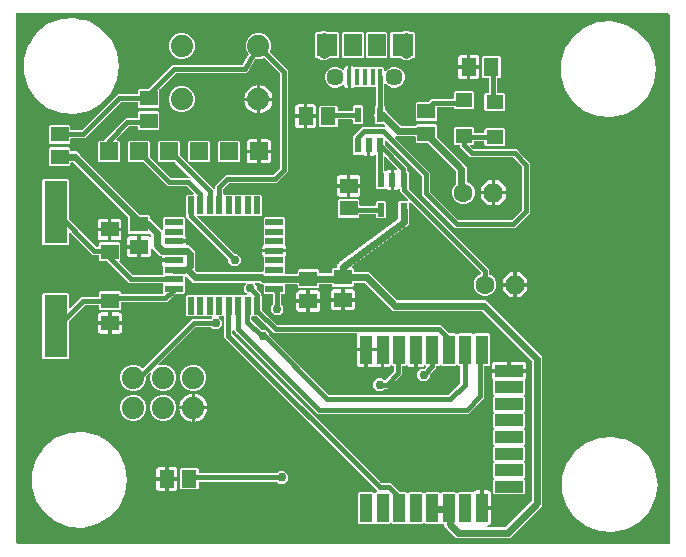
<source format=gbr>
G04 EAGLE Gerber RS-274X export*
G75*
%MOMM*%
%FSLAX34Y34*%
%LPD*%
%INTop Copper*%
%IPPOS*%
%AMOC8*
5,1,8,0,0,1.08239X$1,22.5*%
G01*
%ADD10R,1.500000X1.300000*%
%ADD11R,1.500000X0.600000*%
%ADD12R,0.600000X1.500000*%
%ADD13C,1.879600*%
%ADD14R,1.930400X5.334000*%
%ADD15R,1.530000X1.530000*%
%ADD16R,1.000000X2.450000*%
%ADD17R,2.450000X1.000000*%
%ADD18R,1.300000X1.500000*%
%ADD19R,0.600000X1.200000*%
%ADD20C,1.450000*%
%ADD21R,0.400000X1.350000*%
%ADD22R,1.500000X1.900000*%
%ADD23R,1.800000X1.900000*%
%ADD24C,1.108000*%
%ADD25R,0.558800X1.270000*%
%ADD26P,1.732040X8X22.500000*%
%ADD27C,1.600200*%
%ADD28R,1.400000X1.200000*%
%ADD29C,0.756400*%
%ADD30C,0.609600*%
%ADD31C,0.381000*%
%ADD32C,0.406400*%

G36*
X552020Y-2758D02*
X552020Y-2758D01*
X552039Y-2760D01*
X552141Y-2738D01*
X552243Y-2722D01*
X552260Y-2712D01*
X552280Y-2708D01*
X552369Y-2655D01*
X552460Y-2606D01*
X552474Y-2592D01*
X552491Y-2582D01*
X552558Y-2503D01*
X552630Y-2428D01*
X552638Y-2410D01*
X552651Y-2395D01*
X552690Y-2299D01*
X552733Y-2205D01*
X552735Y-2185D01*
X552743Y-2167D01*
X552761Y-2000D01*
X552761Y444000D01*
X552747Y444090D01*
X552739Y444181D01*
X552727Y444211D01*
X552722Y444243D01*
X552679Y444323D01*
X552643Y444407D01*
X552617Y444439D01*
X552606Y444460D01*
X552583Y444482D01*
X552538Y444538D01*
X550538Y446538D01*
X550464Y446591D01*
X550395Y446651D01*
X550365Y446663D01*
X550339Y446682D01*
X550252Y446709D01*
X550167Y446743D01*
X550126Y446747D01*
X550103Y446754D01*
X550071Y446753D01*
X550000Y446761D01*
X0Y446761D01*
X-20Y446758D01*
X-39Y446760D01*
X-141Y446738D01*
X-243Y446722D01*
X-260Y446712D01*
X-280Y446708D01*
X-369Y446655D01*
X-460Y446606D01*
X-474Y446592D01*
X-491Y446582D01*
X-558Y446503D01*
X-630Y446428D01*
X-638Y446410D01*
X-651Y446395D01*
X-690Y446299D01*
X-733Y446205D01*
X-735Y446185D01*
X-743Y446167D01*
X-761Y446000D01*
X-761Y-2000D01*
X-758Y-2020D01*
X-760Y-2039D01*
X-738Y-2141D01*
X-722Y-2243D01*
X-712Y-2260D01*
X-708Y-2280D01*
X-655Y-2369D01*
X-606Y-2460D01*
X-592Y-2474D01*
X-582Y-2491D01*
X-503Y-2558D01*
X-428Y-2630D01*
X-410Y-2638D01*
X-395Y-2651D01*
X-299Y-2690D01*
X-205Y-2733D01*
X-185Y-2735D01*
X-167Y-2743D01*
X0Y-2761D01*
X552000Y-2761D01*
X552020Y-2758D01*
G37*
%LPC*%
G36*
X371486Y2095D02*
X371486Y2095D01*
X361473Y12108D01*
X361473Y13014D01*
X361470Y13034D01*
X361472Y13053D01*
X361450Y13155D01*
X361434Y13257D01*
X361424Y13274D01*
X361420Y13294D01*
X361367Y13383D01*
X361318Y13474D01*
X361304Y13488D01*
X361294Y13505D01*
X361215Y13572D01*
X361140Y13644D01*
X361122Y13652D01*
X361107Y13665D01*
X361011Y13704D01*
X360917Y13747D01*
X360897Y13749D01*
X360879Y13757D01*
X360712Y13775D01*
X359768Y13775D01*
X358938Y14605D01*
X358922Y14617D01*
X358910Y14633D01*
X358822Y14689D01*
X358739Y14749D01*
X358720Y14755D01*
X358703Y14766D01*
X358602Y14791D01*
X358503Y14821D01*
X358484Y14821D01*
X358464Y14826D01*
X358361Y14818D01*
X358258Y14815D01*
X358239Y14808D01*
X358219Y14807D01*
X358124Y14766D01*
X358027Y14731D01*
X358011Y14718D01*
X357993Y14710D01*
X357862Y14605D01*
X357032Y13775D01*
X345768Y13775D01*
X344938Y14605D01*
X344922Y14617D01*
X344910Y14633D01*
X344822Y14689D01*
X344739Y14749D01*
X344720Y14755D01*
X344703Y14766D01*
X344602Y14791D01*
X344503Y14821D01*
X344484Y14821D01*
X344464Y14826D01*
X344361Y14818D01*
X344258Y14815D01*
X344239Y14808D01*
X344219Y14807D01*
X344124Y14766D01*
X344027Y14731D01*
X344011Y14718D01*
X343993Y14710D01*
X343862Y14605D01*
X343032Y13775D01*
X331768Y13775D01*
X330938Y14605D01*
X330922Y14617D01*
X330910Y14633D01*
X330822Y14689D01*
X330739Y14749D01*
X330720Y14755D01*
X330703Y14766D01*
X330602Y14791D01*
X330503Y14821D01*
X330484Y14821D01*
X330464Y14826D01*
X330361Y14818D01*
X330258Y14815D01*
X330239Y14808D01*
X330219Y14807D01*
X330124Y14766D01*
X330027Y14731D01*
X330011Y14718D01*
X329993Y14710D01*
X329862Y14605D01*
X329032Y13775D01*
X317768Y13775D01*
X316938Y14605D01*
X316922Y14617D01*
X316910Y14633D01*
X316822Y14689D01*
X316739Y14749D01*
X316720Y14755D01*
X316703Y14766D01*
X316602Y14791D01*
X316503Y14821D01*
X316484Y14821D01*
X316464Y14826D01*
X316361Y14818D01*
X316258Y14815D01*
X316239Y14808D01*
X316219Y14807D01*
X316124Y14766D01*
X316027Y14731D01*
X316011Y14718D01*
X315993Y14710D01*
X315862Y14605D01*
X315032Y13775D01*
X303768Y13775D01*
X302938Y14605D01*
X302922Y14617D01*
X302910Y14633D01*
X302822Y14689D01*
X302739Y14749D01*
X302720Y14755D01*
X302703Y14766D01*
X302602Y14791D01*
X302503Y14821D01*
X302484Y14821D01*
X302464Y14826D01*
X302361Y14818D01*
X302258Y14815D01*
X302239Y14808D01*
X302219Y14807D01*
X302124Y14766D01*
X302027Y14731D01*
X302011Y14718D01*
X301993Y14710D01*
X301862Y14605D01*
X301032Y13775D01*
X289768Y13775D01*
X288875Y14668D01*
X288875Y40432D01*
X289768Y41325D01*
X301032Y41325D01*
X301862Y40495D01*
X301878Y40483D01*
X301890Y40467D01*
X301978Y40411D01*
X302061Y40351D01*
X302080Y40345D01*
X302097Y40334D01*
X302198Y40309D01*
X302297Y40279D01*
X302316Y40279D01*
X302336Y40274D01*
X302439Y40282D01*
X302542Y40285D01*
X302561Y40292D01*
X302581Y40293D01*
X302676Y40334D01*
X302773Y40369D01*
X302789Y40382D01*
X302807Y40390D01*
X302938Y40495D01*
X303768Y41325D01*
X304031Y41325D01*
X304102Y41336D01*
X304174Y41338D01*
X304222Y41356D01*
X304274Y41364D01*
X304337Y41398D01*
X304405Y41423D01*
X304445Y41455D01*
X304491Y41480D01*
X304541Y41532D01*
X304597Y41576D01*
X304625Y41620D01*
X304661Y41658D01*
X304691Y41723D01*
X304730Y41783D01*
X304742Y41834D01*
X304764Y41881D01*
X304772Y41952D01*
X304790Y42022D01*
X304786Y42074D01*
X304791Y42125D01*
X304776Y42196D01*
X304770Y42267D01*
X304750Y42315D01*
X304739Y42366D01*
X304702Y42427D01*
X304674Y42493D01*
X304629Y42549D01*
X304613Y42577D01*
X304595Y42592D01*
X304569Y42624D01*
X303052Y44141D01*
X175259Y171934D01*
X175259Y189034D01*
X175256Y189054D01*
X175258Y189073D01*
X175236Y189175D01*
X175220Y189277D01*
X175210Y189294D01*
X175206Y189314D01*
X175153Y189403D01*
X175104Y189494D01*
X175090Y189508D01*
X175080Y189525D01*
X175001Y189592D01*
X174926Y189664D01*
X174908Y189672D01*
X174893Y189685D01*
X174797Y189724D01*
X174703Y189767D01*
X174683Y189769D01*
X174665Y189777D01*
X174498Y189795D01*
X171591Y189795D01*
X171521Y189784D01*
X171449Y189782D01*
X171400Y189764D01*
X171349Y189756D01*
X171285Y189722D01*
X171218Y189697D01*
X171177Y189665D01*
X171131Y189640D01*
X171082Y189588D01*
X171026Y189544D01*
X170998Y189500D01*
X170962Y189462D01*
X170932Y189397D01*
X170893Y189337D01*
X170880Y189286D01*
X170858Y189239D01*
X170850Y189168D01*
X170833Y189098D01*
X170837Y189046D01*
X170831Y188995D01*
X170846Y188924D01*
X170852Y188853D01*
X170872Y188805D01*
X170883Y188754D01*
X170920Y188693D01*
X170948Y188627D01*
X170993Y188571D01*
X171010Y188543D01*
X171027Y188528D01*
X171053Y188496D01*
X173328Y186221D01*
X173328Y181825D01*
X170219Y178716D01*
X165823Y178716D01*
X164169Y180370D01*
X164095Y180423D01*
X164025Y180483D01*
X163995Y180495D01*
X163969Y180514D01*
X163882Y180541D01*
X163797Y180575D01*
X163756Y180579D01*
X163734Y180586D01*
X163702Y180585D01*
X163631Y180593D01*
X151088Y180593D01*
X150998Y180579D01*
X150907Y180571D01*
X150877Y180559D01*
X150845Y180554D01*
X150765Y180511D01*
X150681Y180475D01*
X150649Y180449D01*
X150628Y180438D01*
X150606Y180415D01*
X150550Y180370D01*
X119792Y149613D01*
X119735Y149534D01*
X119673Y149458D01*
X119664Y149434D01*
X119648Y149413D01*
X119620Y149320D01*
X119585Y149229D01*
X119584Y149203D01*
X119576Y149178D01*
X119579Y149080D01*
X119574Y148983D01*
X119582Y148958D01*
X119582Y148932D01*
X119616Y148840D01*
X119643Y148747D01*
X119658Y148725D01*
X119667Y148701D01*
X119728Y148625D01*
X119783Y148545D01*
X119804Y148529D01*
X119821Y148509D01*
X119903Y148456D01*
X119981Y148398D01*
X120005Y148390D01*
X120027Y148376D01*
X120122Y148352D01*
X120214Y148322D01*
X120241Y148322D01*
X120266Y148316D01*
X120363Y148323D01*
X120460Y148324D01*
X120492Y148333D01*
X120511Y148335D01*
X120541Y148348D01*
X120622Y148371D01*
X121567Y148763D01*
X125913Y148763D01*
X129927Y147100D01*
X133000Y144027D01*
X134663Y140013D01*
X134663Y135667D01*
X133000Y131653D01*
X129927Y128580D01*
X125913Y126917D01*
X121567Y126917D01*
X117553Y128580D01*
X114480Y131653D01*
X112817Y135667D01*
X112817Y140013D01*
X113209Y140958D01*
X113231Y141053D01*
X113260Y141146D01*
X113259Y141173D01*
X113265Y141198D01*
X113256Y141295D01*
X113254Y141392D01*
X113245Y141417D01*
X113242Y141443D01*
X113203Y141532D01*
X113169Y141623D01*
X113153Y141644D01*
X113142Y141668D01*
X113076Y141739D01*
X113015Y141815D01*
X112993Y141829D01*
X112976Y141849D01*
X112890Y141896D01*
X112808Y141948D01*
X112783Y141955D01*
X112760Y141967D01*
X112664Y141985D01*
X112570Y142008D01*
X112544Y142006D01*
X112518Y142011D01*
X112422Y141997D01*
X112325Y141989D01*
X112301Y141979D01*
X112275Y141975D01*
X112188Y141931D01*
X112098Y141893D01*
X112073Y141873D01*
X112056Y141864D01*
X112032Y141840D01*
X111967Y141788D01*
X109486Y139306D01*
X109433Y139232D01*
X109373Y139163D01*
X109361Y139133D01*
X109342Y139107D01*
X109315Y139020D01*
X109281Y138935D01*
X109277Y138894D01*
X109270Y138872D01*
X109271Y138839D01*
X109263Y138768D01*
X109263Y135667D01*
X107600Y131653D01*
X104527Y128580D01*
X100513Y126917D01*
X96167Y126917D01*
X92153Y128580D01*
X89080Y131653D01*
X87417Y135667D01*
X87417Y140013D01*
X89080Y144027D01*
X92153Y147100D01*
X96167Y148763D01*
X100513Y148763D01*
X104527Y147100D01*
X105515Y146113D01*
X105531Y146101D01*
X105543Y146085D01*
X105631Y146029D01*
X105714Y145969D01*
X105733Y145963D01*
X105750Y145952D01*
X105851Y145927D01*
X105949Y145897D01*
X105969Y145897D01*
X105989Y145892D01*
X106092Y145900D01*
X106195Y145903D01*
X106214Y145910D01*
X106234Y145911D01*
X106329Y145952D01*
X106426Y145987D01*
X106442Y146000D01*
X106460Y146008D01*
X106591Y146113D01*
X145699Y185221D01*
X147931Y187453D01*
X163631Y187453D01*
X163720Y187467D01*
X163812Y187475D01*
X163841Y187487D01*
X163873Y187492D01*
X163954Y187535D01*
X164038Y187571D01*
X164070Y187597D01*
X164091Y187608D01*
X164113Y187631D01*
X164169Y187676D01*
X164989Y188496D01*
X165031Y188554D01*
X165080Y188606D01*
X165102Y188653D01*
X165132Y188695D01*
X165154Y188764D01*
X165184Y188829D01*
X165189Y188881D01*
X165205Y188931D01*
X165203Y189002D01*
X165211Y189073D01*
X165200Y189124D01*
X165198Y189176D01*
X165174Y189244D01*
X165159Y189314D01*
X165132Y189359D01*
X165114Y189407D01*
X165069Y189463D01*
X165032Y189525D01*
X164993Y189559D01*
X164960Y189599D01*
X164900Y189638D01*
X164845Y189685D01*
X164797Y189704D01*
X164753Y189732D01*
X164684Y189750D01*
X164617Y189777D01*
X164546Y189785D01*
X164515Y189793D01*
X164492Y189791D01*
X164451Y189795D01*
X159344Y189795D01*
X159282Y189811D01*
X159183Y189841D01*
X159163Y189841D01*
X159144Y189846D01*
X159041Y189838D01*
X158938Y189835D01*
X158919Y189828D01*
X158899Y189827D01*
X158826Y189796D01*
X158824Y189795D01*
X151344Y189795D01*
X151282Y189811D01*
X151183Y189841D01*
X151163Y189841D01*
X151144Y189846D01*
X151041Y189838D01*
X150938Y189835D01*
X150919Y189828D01*
X150899Y189827D01*
X150826Y189796D01*
X150824Y189795D01*
X143448Y189795D01*
X142555Y190688D01*
X142555Y206952D01*
X143448Y207845D01*
X150816Y207845D01*
X150878Y207829D01*
X150976Y207799D01*
X150996Y207799D01*
X151016Y207794D01*
X151119Y207802D01*
X151222Y207805D01*
X151241Y207812D01*
X151261Y207813D01*
X151334Y207845D01*
X158816Y207845D01*
X158878Y207829D01*
X158976Y207799D01*
X158996Y207799D01*
X159016Y207794D01*
X159119Y207802D01*
X159222Y207805D01*
X159241Y207812D01*
X159261Y207813D01*
X159334Y207845D01*
X166816Y207845D01*
X166878Y207829D01*
X166976Y207799D01*
X166996Y207799D01*
X167016Y207794D01*
X167119Y207802D01*
X167222Y207805D01*
X167241Y207812D01*
X167261Y207813D01*
X167334Y207845D01*
X174816Y207845D01*
X174878Y207829D01*
X174976Y207799D01*
X174996Y207799D01*
X175016Y207794D01*
X175119Y207802D01*
X175222Y207805D01*
X175241Y207812D01*
X175261Y207813D01*
X175334Y207845D01*
X182816Y207845D01*
X182878Y207829D01*
X182976Y207799D01*
X182996Y207799D01*
X183016Y207794D01*
X183119Y207802D01*
X183222Y207805D01*
X183241Y207812D01*
X183261Y207813D01*
X183334Y207845D01*
X190816Y207845D01*
X190878Y207829D01*
X190976Y207799D01*
X190996Y207799D01*
X191016Y207794D01*
X191119Y207802D01*
X191222Y207805D01*
X191241Y207812D01*
X191261Y207813D01*
X191334Y207845D01*
X193531Y207845D01*
X193601Y207856D01*
X193673Y207858D01*
X193722Y207876D01*
X193773Y207884D01*
X193837Y207918D01*
X193904Y207943D01*
X193945Y207975D01*
X193991Y208000D01*
X194040Y208052D01*
X194096Y208096D01*
X194124Y208140D01*
X194160Y208178D01*
X194190Y208243D01*
X194229Y208303D01*
X194242Y208354D01*
X194264Y208401D01*
X194272Y208472D01*
X194289Y208542D01*
X194285Y208594D01*
X194291Y208645D01*
X194276Y208716D01*
X194270Y208787D01*
X194250Y208835D01*
X194239Y208886D01*
X194202Y208947D01*
X194174Y209013D01*
X194129Y209069D01*
X194112Y209097D01*
X194095Y209112D01*
X194069Y209144D01*
X192051Y211162D01*
X192051Y215558D01*
X193483Y216990D01*
X193525Y217048D01*
X193574Y217100D01*
X193596Y217147D01*
X193626Y217189D01*
X193648Y217258D01*
X193678Y217323D01*
X193683Y217375D01*
X193699Y217425D01*
X193697Y217496D01*
X193705Y217567D01*
X193694Y217618D01*
X193692Y217670D01*
X193668Y217738D01*
X193653Y217808D01*
X193626Y217853D01*
X193608Y217901D01*
X193563Y217957D01*
X193526Y218019D01*
X193487Y218053D01*
X193454Y218093D01*
X193394Y218132D01*
X193339Y218179D01*
X193291Y218198D01*
X193247Y218226D01*
X193178Y218244D01*
X193111Y218271D01*
X193040Y218279D01*
X193009Y218287D01*
X192986Y218285D01*
X192945Y218289D01*
X148624Y218289D01*
X142904Y224009D01*
X142846Y224051D01*
X142794Y224100D01*
X142747Y224122D01*
X142705Y224152D01*
X142636Y224174D01*
X142571Y224204D01*
X142519Y224209D01*
X142469Y224225D01*
X142398Y224223D01*
X142327Y224231D01*
X142276Y224220D01*
X142224Y224218D01*
X142156Y224194D01*
X142086Y224179D01*
X142041Y224152D01*
X141993Y224134D01*
X141937Y224089D01*
X141875Y224052D01*
X141841Y224013D01*
X141801Y223980D01*
X141762Y223920D01*
X141715Y223866D01*
X141696Y223817D01*
X141668Y223773D01*
X141650Y223704D01*
X141623Y223637D01*
X141615Y223566D01*
X141607Y223535D01*
X141609Y223512D01*
X141605Y223471D01*
X141605Y217584D01*
X141589Y217522D01*
X141559Y217423D01*
X141559Y217403D01*
X141554Y217384D01*
X141562Y217281D01*
X141565Y217178D01*
X141572Y217159D01*
X141573Y217139D01*
X141605Y217065D01*
X141605Y209688D01*
X140712Y208795D01*
X133951Y208795D01*
X133861Y208781D01*
X133770Y208773D01*
X133740Y208761D01*
X133708Y208756D01*
X133628Y208713D01*
X133544Y208677D01*
X133512Y208651D01*
X133491Y208640D01*
X133469Y208617D01*
X133413Y208572D01*
X133346Y208505D01*
X133327Y208479D01*
X133267Y208413D01*
X132632Y207533D01*
X132567Y207523D01*
X132538Y207513D01*
X132507Y207511D01*
X132422Y207475D01*
X132334Y207445D01*
X132309Y207427D01*
X132281Y207415D01*
X132150Y207310D01*
X126770Y201929D01*
X88376Y201929D01*
X88356Y201926D01*
X88337Y201928D01*
X88235Y201906D01*
X88133Y201890D01*
X88116Y201880D01*
X88096Y201876D01*
X88007Y201823D01*
X87916Y201774D01*
X87902Y201760D01*
X87885Y201750D01*
X87818Y201671D01*
X87746Y201596D01*
X87738Y201578D01*
X87725Y201563D01*
X87686Y201467D01*
X87643Y201373D01*
X87641Y201353D01*
X87633Y201335D01*
X87615Y201168D01*
X87615Y195998D01*
X86722Y195105D01*
X70458Y195105D01*
X69565Y195998D01*
X69565Y198501D01*
X69562Y198521D01*
X69564Y198540D01*
X69542Y198642D01*
X69526Y198744D01*
X69516Y198761D01*
X69512Y198781D01*
X69459Y198870D01*
X69410Y198961D01*
X69396Y198975D01*
X69386Y198992D01*
X69307Y199059D01*
X69232Y199131D01*
X69214Y199139D01*
X69199Y199152D01*
X69103Y199191D01*
X69009Y199234D01*
X68989Y199236D01*
X68971Y199244D01*
X68804Y199262D01*
X57743Y199262D01*
X57653Y199248D01*
X57562Y199240D01*
X57532Y199228D01*
X57500Y199223D01*
X57420Y199180D01*
X57336Y199144D01*
X57304Y199118D01*
X57283Y199107D01*
X57261Y199084D01*
X57205Y199039D01*
X43800Y185634D01*
X43747Y185560D01*
X43687Y185491D01*
X43675Y185461D01*
X43656Y185435D01*
X43629Y185348D01*
X43595Y185263D01*
X43591Y185222D01*
X43584Y185199D01*
X43585Y185167D01*
X43577Y185096D01*
X43577Y154168D01*
X42684Y153275D01*
X22116Y153275D01*
X21223Y154168D01*
X21223Y208772D01*
X22116Y209665D01*
X42684Y209665D01*
X43577Y208772D01*
X43577Y196950D01*
X43588Y196879D01*
X43590Y196807D01*
X43608Y196759D01*
X43616Y196707D01*
X43650Y196644D01*
X43675Y196576D01*
X43707Y196536D01*
X43732Y196490D01*
X43784Y196440D01*
X43828Y196384D01*
X43872Y196356D01*
X43910Y196320D01*
X43975Y196290D01*
X44035Y196251D01*
X44086Y196239D01*
X44133Y196217D01*
X44204Y196209D01*
X44274Y196191D01*
X44326Y196195D01*
X44377Y196190D01*
X44448Y196205D01*
X44519Y196211D01*
X44567Y196231D01*
X44618Y196242D01*
X44679Y196279D01*
X44745Y196307D01*
X44801Y196352D01*
X44829Y196368D01*
X44844Y196386D01*
X44876Y196412D01*
X54586Y206122D01*
X68804Y206122D01*
X68824Y206125D01*
X68843Y206123D01*
X68945Y206145D01*
X69047Y206161D01*
X69064Y206171D01*
X69084Y206175D01*
X69173Y206228D01*
X69264Y206277D01*
X69278Y206291D01*
X69295Y206301D01*
X69362Y206380D01*
X69434Y206455D01*
X69442Y206473D01*
X69455Y206488D01*
X69494Y206584D01*
X69537Y206678D01*
X69539Y206698D01*
X69547Y206716D01*
X69565Y206883D01*
X69565Y210262D01*
X70458Y211155D01*
X86722Y211155D01*
X87615Y210262D01*
X87615Y209550D01*
X87618Y209530D01*
X87616Y209511D01*
X87638Y209409D01*
X87654Y209307D01*
X87664Y209290D01*
X87668Y209270D01*
X87721Y209181D01*
X87770Y209090D01*
X87784Y209076D01*
X87794Y209059D01*
X87873Y208992D01*
X87948Y208920D01*
X87966Y208912D01*
X87981Y208899D01*
X88077Y208860D01*
X88171Y208817D01*
X88191Y208815D01*
X88209Y208807D01*
X88376Y208789D01*
X122794Y208789D01*
X122814Y208792D01*
X122833Y208790D01*
X122935Y208812D01*
X123037Y208828D01*
X123054Y208838D01*
X123074Y208842D01*
X123163Y208895D01*
X123254Y208944D01*
X123268Y208958D01*
X123285Y208968D01*
X123352Y209047D01*
X123424Y209122D01*
X123432Y209140D01*
X123445Y209155D01*
X123484Y209251D01*
X123527Y209345D01*
X123529Y209365D01*
X123537Y209383D01*
X123555Y209550D01*
X123555Y217170D01*
X123552Y217190D01*
X123554Y217209D01*
X123532Y217311D01*
X123516Y217413D01*
X123506Y217430D01*
X123502Y217450D01*
X123449Y217539D01*
X123400Y217630D01*
X123386Y217644D01*
X123376Y217661D01*
X123297Y217728D01*
X123222Y217800D01*
X123204Y217808D01*
X123189Y217821D01*
X123093Y217860D01*
X122999Y217903D01*
X122979Y217905D01*
X122961Y217913D01*
X122794Y217931D01*
X94592Y217931D01*
X76471Y236052D01*
X76397Y236105D01*
X76328Y236165D01*
X76298Y236177D01*
X76272Y236196D01*
X76185Y236223D01*
X76100Y236257D01*
X76059Y236261D01*
X76036Y236268D01*
X76004Y236267D01*
X75933Y236275D01*
X70038Y236275D01*
X69145Y237168D01*
X69145Y241173D01*
X69142Y241193D01*
X69144Y241212D01*
X69122Y241314D01*
X69106Y241416D01*
X69096Y241433D01*
X69092Y241453D01*
X69039Y241542D01*
X68990Y241633D01*
X68976Y241647D01*
X68966Y241664D01*
X68887Y241731D01*
X68812Y241803D01*
X68794Y241811D01*
X68779Y241824D01*
X68683Y241863D01*
X68589Y241906D01*
X68569Y241908D01*
X68551Y241916D01*
X68384Y241934D01*
X63921Y241934D01*
X44876Y260979D01*
X44818Y261021D01*
X44766Y261071D01*
X44719Y261093D01*
X44677Y261123D01*
X44608Y261144D01*
X44543Y261174D01*
X44491Y261180D01*
X44441Y261195D01*
X44370Y261193D01*
X44299Y261201D01*
X44248Y261190D01*
X44196Y261189D01*
X44128Y261164D01*
X44058Y261149D01*
X44013Y261122D01*
X43965Y261104D01*
X43909Y261060D01*
X43847Y261023D01*
X43813Y260983D01*
X43773Y260951D01*
X43734Y260890D01*
X43687Y260836D01*
X43668Y260788D01*
X43640Y260744D01*
X43622Y260674D01*
X43595Y260608D01*
X43587Y260536D01*
X43579Y260505D01*
X43581Y260482D01*
X43577Y260441D01*
X43577Y250688D01*
X42684Y249795D01*
X22116Y249795D01*
X21223Y250688D01*
X21223Y305292D01*
X22116Y306185D01*
X42684Y306185D01*
X43577Y305292D01*
X43577Y272295D01*
X43591Y272205D01*
X43599Y272114D01*
X43611Y272084D01*
X43616Y272052D01*
X43659Y271972D01*
X43695Y271888D01*
X43721Y271856D01*
X43732Y271835D01*
X43755Y271813D01*
X43800Y271757D01*
X66540Y249017D01*
X66614Y248964D01*
X66683Y248904D01*
X66713Y248892D01*
X66739Y248873D01*
X66826Y248846D01*
X66911Y248812D01*
X66952Y248808D01*
X66975Y248801D01*
X67007Y248802D01*
X67078Y248794D01*
X68384Y248794D01*
X68404Y248797D01*
X68423Y248795D01*
X68525Y248817D01*
X68627Y248833D01*
X68644Y248843D01*
X68664Y248847D01*
X68753Y248900D01*
X68844Y248949D01*
X68858Y248963D01*
X68875Y248973D01*
X68942Y249052D01*
X69014Y249127D01*
X69022Y249145D01*
X69035Y249160D01*
X69074Y249256D01*
X69117Y249350D01*
X69119Y249370D01*
X69127Y249388D01*
X69145Y249555D01*
X69145Y251432D01*
X70038Y252325D01*
X86302Y252325D01*
X87195Y251432D01*
X87195Y237168D01*
X86664Y236637D01*
X86652Y236621D01*
X86636Y236609D01*
X86580Y236521D01*
X86520Y236438D01*
X86514Y236419D01*
X86503Y236402D01*
X86478Y236301D01*
X86448Y236203D01*
X86448Y236183D01*
X86443Y236163D01*
X86451Y236060D01*
X86454Y235957D01*
X86461Y235938D01*
X86462Y235918D01*
X86503Y235823D01*
X86539Y235726D01*
X86551Y235710D01*
X86559Y235692D01*
X86664Y235561D01*
X97211Y225014D01*
X97285Y224961D01*
X97354Y224901D01*
X97384Y224889D01*
X97410Y224870D01*
X97497Y224843D01*
X97582Y224809D01*
X97623Y224805D01*
X97646Y224798D01*
X97678Y224799D01*
X97749Y224791D01*
X122794Y224791D01*
X122814Y224794D01*
X122833Y224792D01*
X122935Y224814D01*
X123037Y224830D01*
X123054Y224840D01*
X123074Y224844D01*
X123163Y224897D01*
X123254Y224946D01*
X123268Y224960D01*
X123285Y224970D01*
X123352Y225049D01*
X123424Y225124D01*
X123432Y225142D01*
X123445Y225157D01*
X123484Y225253D01*
X123527Y225347D01*
X123529Y225367D01*
X123537Y225385D01*
X123555Y225552D01*
X123555Y231936D01*
X123541Y232026D01*
X123533Y232117D01*
X123521Y232147D01*
X123516Y232179D01*
X123473Y232260D01*
X123437Y232344D01*
X123411Y232376D01*
X123400Y232396D01*
X123377Y232419D01*
X123332Y232475D01*
X123047Y232760D01*
X122712Y233339D01*
X122539Y233986D01*
X122539Y235821D01*
X131842Y235821D01*
X131861Y235824D01*
X131881Y235822D01*
X131983Y235844D01*
X132085Y235860D01*
X132102Y235870D01*
X132122Y235874D01*
X132211Y235927D01*
X132302Y235976D01*
X132316Y235990D01*
X132333Y236000D01*
X132400Y236079D01*
X132471Y236154D01*
X132480Y236172D01*
X132493Y236187D01*
X132531Y236283D01*
X132575Y236377D01*
X132577Y236397D01*
X132585Y236415D01*
X132603Y236582D01*
X132603Y238058D01*
X132600Y238078D01*
X132602Y238097D01*
X132580Y238199D01*
X132563Y238301D01*
X132554Y238318D01*
X132550Y238338D01*
X132497Y238427D01*
X132448Y238518D01*
X132434Y238532D01*
X132424Y238549D01*
X132345Y238616D01*
X132270Y238688D01*
X132252Y238696D01*
X132237Y238709D01*
X132140Y238748D01*
X132047Y238791D01*
X132027Y238793D01*
X132009Y238801D01*
X131842Y238819D01*
X122539Y238819D01*
X122539Y240030D01*
X122536Y240050D01*
X122538Y240069D01*
X122516Y240171D01*
X122500Y240273D01*
X122490Y240290D01*
X122486Y240310D01*
X122433Y240399D01*
X122384Y240490D01*
X122370Y240504D01*
X122360Y240521D01*
X122281Y240588D01*
X122206Y240660D01*
X122188Y240668D01*
X122173Y240681D01*
X122077Y240720D01*
X121983Y240763D01*
X121963Y240765D01*
X121945Y240773D01*
X121778Y240791D01*
X120788Y240791D01*
X117886Y243693D01*
X114340Y247239D01*
X114282Y247281D01*
X114230Y247330D01*
X114183Y247352D01*
X114141Y247382D01*
X114072Y247404D01*
X114007Y247434D01*
X113955Y247440D01*
X113905Y247455D01*
X113834Y247453D01*
X113763Y247461D01*
X113712Y247450D01*
X113660Y247448D01*
X113592Y247424D01*
X113522Y247409D01*
X113478Y247382D01*
X113429Y247364D01*
X113373Y247319D01*
X113311Y247282D01*
X113277Y247243D01*
X113237Y247210D01*
X113198Y247150D01*
X113151Y247096D01*
X113132Y247047D01*
X113104Y247003D01*
X113086Y246934D01*
X113059Y246867D01*
X113051Y246796D01*
X113043Y246765D01*
X113045Y246742D01*
X113041Y246701D01*
X113041Y241866D01*
X112868Y241219D01*
X112533Y240640D01*
X112060Y240167D01*
X111481Y239832D01*
X110834Y239659D01*
X104523Y239659D01*
X104523Y247938D01*
X104520Y247958D01*
X104522Y247977D01*
X104500Y248079D01*
X104483Y248181D01*
X104474Y248198D01*
X104470Y248218D01*
X104417Y248307D01*
X104368Y248398D01*
X104354Y248412D01*
X104344Y248429D01*
X104265Y248496D01*
X104190Y248567D01*
X104172Y248576D01*
X104157Y248589D01*
X104061Y248628D01*
X103967Y248671D01*
X103947Y248673D01*
X103929Y248681D01*
X103762Y248699D01*
X102999Y248699D01*
X102999Y248701D01*
X103762Y248701D01*
X103782Y248704D01*
X103801Y248702D01*
X103903Y248724D01*
X104005Y248741D01*
X104022Y248750D01*
X104042Y248754D01*
X104131Y248807D01*
X104222Y248856D01*
X104236Y248870D01*
X104253Y248880D01*
X104320Y248959D01*
X104391Y249034D01*
X104400Y249052D01*
X104413Y249067D01*
X104452Y249163D01*
X104495Y249257D01*
X104497Y249277D01*
X104505Y249295D01*
X104523Y249462D01*
X104523Y257741D01*
X110834Y257741D01*
X111481Y257568D01*
X112060Y257233D01*
X112143Y257150D01*
X112201Y257109D01*
X112253Y257059D01*
X112300Y257037D01*
X112342Y257007D01*
X112411Y256986D01*
X112476Y256956D01*
X112528Y256950D01*
X112577Y256934D01*
X112649Y256936D01*
X112720Y256928D01*
X112771Y256940D01*
X112823Y256941D01*
X112891Y256965D01*
X112961Y256981D01*
X113006Y257007D01*
X113054Y257025D01*
X113110Y257070D01*
X113172Y257107D01*
X113206Y257146D01*
X113246Y257179D01*
X113285Y257239D01*
X113332Y257294D01*
X113351Y257342D01*
X113379Y257386D01*
X113397Y257455D01*
X113424Y257522D01*
X113432Y257593D01*
X113440Y257624D01*
X113438Y257648D01*
X113442Y257689D01*
X113442Y258156D01*
X113428Y258245D01*
X113420Y258337D01*
X113408Y258366D01*
X113403Y258398D01*
X113360Y258479D01*
X113324Y258563D01*
X113298Y258595D01*
X113287Y258616D01*
X113264Y258638D01*
X113219Y258694D01*
X112223Y259690D01*
X112207Y259702D01*
X112194Y259717D01*
X112107Y259773D01*
X112023Y259834D01*
X112004Y259840D01*
X111987Y259850D01*
X111887Y259876D01*
X111788Y259906D01*
X111768Y259906D01*
X111749Y259910D01*
X111646Y259902D01*
X111542Y259900D01*
X111524Y259893D01*
X111504Y259891D01*
X111409Y259851D01*
X111311Y259815D01*
X111296Y259803D01*
X111277Y259795D01*
X111146Y259690D01*
X111132Y259675D01*
X94868Y259675D01*
X93975Y260568D01*
X93975Y272623D01*
X93961Y272713D01*
X93953Y272804D01*
X93941Y272833D01*
X93936Y272865D01*
X93893Y272946D01*
X93857Y273030D01*
X93831Y273062D01*
X93820Y273083D01*
X93797Y273105D01*
X93752Y273161D01*
X46809Y320104D01*
X46735Y320157D01*
X46665Y320217D01*
X46635Y320229D01*
X46609Y320248D01*
X46522Y320275D01*
X46437Y320309D01*
X46396Y320313D01*
X46374Y320320D01*
X46342Y320319D01*
X46271Y320327D01*
X45686Y320327D01*
X45666Y320324D01*
X45647Y320326D01*
X45545Y320304D01*
X45443Y320288D01*
X45426Y320278D01*
X45406Y320274D01*
X45317Y320221D01*
X45226Y320172D01*
X45212Y320158D01*
X45195Y320148D01*
X45128Y320069D01*
X45056Y319994D01*
X45048Y319976D01*
X45035Y319961D01*
X44996Y319865D01*
X44953Y319771D01*
X44951Y319751D01*
X44943Y319733D01*
X44925Y319566D01*
X44925Y317768D01*
X44032Y316875D01*
X27768Y316875D01*
X26875Y317768D01*
X26875Y332032D01*
X27768Y332925D01*
X44032Y332925D01*
X44925Y332032D01*
X44925Y330234D01*
X44928Y330214D01*
X44926Y330195D01*
X44948Y330093D01*
X44964Y329991D01*
X44974Y329974D01*
X44978Y329954D01*
X45031Y329865D01*
X45080Y329774D01*
X45094Y329760D01*
X45104Y329743D01*
X45183Y329676D01*
X45258Y329604D01*
X45276Y329596D01*
X45291Y329583D01*
X45387Y329544D01*
X45481Y329501D01*
X45501Y329499D01*
X45519Y329491D01*
X45686Y329473D01*
X50374Y329473D01*
X53276Y326571D01*
X103899Y275948D01*
X103973Y275895D01*
X104043Y275835D01*
X104073Y275823D01*
X104099Y275804D01*
X104186Y275777D01*
X104271Y275743D01*
X104312Y275739D01*
X104334Y275732D01*
X104366Y275733D01*
X104437Y275725D01*
X111132Y275725D01*
X112025Y274832D01*
X112025Y273034D01*
X112028Y273014D01*
X112026Y272995D01*
X112048Y272893D01*
X112064Y272791D01*
X112074Y272774D01*
X112078Y272754D01*
X112131Y272665D01*
X112180Y272574D01*
X112194Y272560D01*
X112204Y272543D01*
X112283Y272476D01*
X112358Y272404D01*
X112376Y272396D01*
X112391Y272383D01*
X112487Y272344D01*
X112516Y272331D01*
X122256Y262591D01*
X122314Y262549D01*
X122366Y262500D01*
X122413Y262478D01*
X122455Y262448D01*
X122524Y262426D01*
X122589Y262396D01*
X122641Y262391D01*
X122691Y262375D01*
X122762Y262377D01*
X122833Y262369D01*
X122884Y262380D01*
X122936Y262382D01*
X123004Y262406D01*
X123074Y262421D01*
X123119Y262448D01*
X123167Y262466D01*
X123223Y262511D01*
X123285Y262548D01*
X123319Y262587D01*
X123359Y262620D01*
X123398Y262680D01*
X123445Y262734D01*
X123464Y262783D01*
X123492Y262827D01*
X123510Y262896D01*
X123537Y262963D01*
X123545Y263034D01*
X123553Y263065D01*
X123551Y263088D01*
X123555Y263129D01*
X123555Y265056D01*
X123571Y265118D01*
X123601Y265217D01*
X123601Y265237D01*
X123606Y265256D01*
X123598Y265359D01*
X123595Y265462D01*
X123588Y265481D01*
X123587Y265501D01*
X123555Y265575D01*
X123555Y272952D01*
X124448Y273845D01*
X140712Y273845D01*
X141605Y272952D01*
X141605Y265584D01*
X141589Y265522D01*
X141559Y265424D01*
X141559Y265404D01*
X141554Y265384D01*
X141562Y265281D01*
X141565Y265178D01*
X141572Y265159D01*
X141573Y265139D01*
X141605Y265066D01*
X141605Y258704D01*
X141619Y258614D01*
X141627Y258523D01*
X141639Y258493D01*
X141644Y258461D01*
X141687Y258380D01*
X141723Y258296D01*
X141749Y258264D01*
X141760Y258244D01*
X141783Y258221D01*
X141828Y258165D01*
X142113Y257880D01*
X142448Y257301D01*
X142621Y256654D01*
X142621Y254819D01*
X133318Y254819D01*
X133299Y254816D01*
X133279Y254818D01*
X133177Y254796D01*
X133075Y254780D01*
X133058Y254770D01*
X133038Y254766D01*
X132949Y254713D01*
X132858Y254664D01*
X132844Y254650D01*
X132827Y254640D01*
X132760Y254561D01*
X132689Y254486D01*
X132680Y254468D01*
X132667Y254453D01*
X132629Y254357D01*
X132585Y254263D01*
X132583Y254243D01*
X132575Y254225D01*
X132557Y254058D01*
X132557Y252582D01*
X132560Y252562D01*
X132558Y252542D01*
X132580Y252441D01*
X132597Y252339D01*
X132606Y252322D01*
X132610Y252302D01*
X132663Y252213D01*
X132712Y252122D01*
X132726Y252108D01*
X132736Y252091D01*
X132815Y252024D01*
X132890Y251952D01*
X132908Y251944D01*
X132923Y251931D01*
X133020Y251892D01*
X133113Y251849D01*
X133133Y251847D01*
X133151Y251839D01*
X133318Y251821D01*
X142621Y251821D01*
X142621Y250698D01*
X142624Y250678D01*
X142622Y250659D01*
X142644Y250557D01*
X142660Y250455D01*
X142670Y250438D01*
X142674Y250418D01*
X142727Y250329D01*
X142776Y250238D01*
X142790Y250224D01*
X142800Y250207D01*
X142879Y250140D01*
X142954Y250068D01*
X142972Y250060D01*
X142987Y250047D01*
X143083Y250008D01*
X143177Y249965D01*
X143197Y249963D01*
X143215Y249955D01*
X143382Y249937D01*
X145245Y249937D01*
X150591Y244591D01*
X150591Y230096D01*
X150546Y230034D01*
X150540Y230015D01*
X150529Y229998D01*
X150504Y229898D01*
X150474Y229799D01*
X150474Y229779D01*
X150469Y229760D01*
X150477Y229657D01*
X150480Y229553D01*
X150487Y229534D01*
X150488Y229515D01*
X150529Y229419D01*
X150564Y229322D01*
X150577Y229307D01*
X150585Y229288D01*
X150690Y229157D01*
X152189Y227658D01*
X152263Y227605D01*
X152333Y227545D01*
X152363Y227533D01*
X152389Y227514D01*
X152476Y227487D01*
X152561Y227453D01*
X152602Y227449D01*
X152624Y227442D01*
X152656Y227443D01*
X152727Y227435D01*
X207794Y227435D01*
X207814Y227438D01*
X207833Y227436D01*
X207935Y227458D01*
X208037Y227474D01*
X208054Y227484D01*
X208074Y227488D01*
X208163Y227541D01*
X208254Y227590D01*
X208268Y227604D01*
X208285Y227614D01*
X208352Y227693D01*
X208424Y227768D01*
X208432Y227786D01*
X208445Y227801D01*
X208484Y227897D01*
X208527Y227991D01*
X208529Y228011D01*
X208537Y228029D01*
X208555Y228196D01*
X208555Y233056D01*
X208571Y233118D01*
X208601Y233216D01*
X208601Y233236D01*
X208606Y233256D01*
X208598Y233359D01*
X208595Y233462D01*
X208588Y233481D01*
X208587Y233501D01*
X208555Y233574D01*
X208555Y239936D01*
X208541Y240026D01*
X208533Y240117D01*
X208521Y240147D01*
X208516Y240179D01*
X208473Y240260D01*
X208437Y240344D01*
X208411Y240376D01*
X208400Y240396D01*
X208377Y240419D01*
X208332Y240475D01*
X208047Y240760D01*
X207712Y241339D01*
X207539Y241986D01*
X207539Y243821D01*
X216842Y243821D01*
X216861Y243824D01*
X216881Y243822D01*
X216983Y243844D01*
X217085Y243860D01*
X217102Y243870D01*
X217122Y243874D01*
X217211Y243927D01*
X217302Y243976D01*
X217316Y243990D01*
X217333Y244000D01*
X217400Y244079D01*
X217471Y244154D01*
X217480Y244172D01*
X217493Y244187D01*
X217531Y244283D01*
X217575Y244377D01*
X217577Y244397D01*
X217584Y244415D01*
X217597Y244339D01*
X217606Y244322D01*
X217610Y244302D01*
X217663Y244213D01*
X217712Y244122D01*
X217726Y244108D01*
X217736Y244091D01*
X217815Y244024D01*
X217890Y243952D01*
X217908Y243944D01*
X217923Y243931D01*
X218020Y243892D01*
X218113Y243849D01*
X218133Y243847D01*
X218151Y243839D01*
X218318Y243821D01*
X227621Y243821D01*
X227621Y241985D01*
X227448Y241339D01*
X227113Y240760D01*
X226828Y240475D01*
X226775Y240401D01*
X226715Y240331D01*
X226703Y240301D01*
X226684Y240275D01*
X226657Y240188D01*
X226623Y240103D01*
X226619Y240062D01*
X226612Y240040D01*
X226613Y240008D01*
X226605Y239936D01*
X226605Y233584D01*
X226589Y233522D01*
X226559Y233423D01*
X226559Y233403D01*
X226554Y233384D01*
X226562Y233280D01*
X226565Y233178D01*
X226572Y233159D01*
X226573Y233139D01*
X226605Y233065D01*
X226605Y226695D01*
X226608Y226675D01*
X226606Y226656D01*
X226628Y226554D01*
X226644Y226452D01*
X226654Y226435D01*
X226658Y226415D01*
X226711Y226326D01*
X226760Y226235D01*
X226774Y226221D01*
X226784Y226204D01*
X226863Y226137D01*
X226938Y226065D01*
X226956Y226057D01*
X226971Y226044D01*
X227067Y226005D01*
X227161Y225962D01*
X227181Y225960D01*
X227199Y225952D01*
X227366Y225934D01*
X236614Y225934D01*
X236634Y225937D01*
X236653Y225935D01*
X236755Y225957D01*
X236857Y225973D01*
X236874Y225983D01*
X236894Y225987D01*
X236983Y226040D01*
X237074Y226089D01*
X237088Y226103D01*
X237105Y226113D01*
X237172Y226192D01*
X237244Y226267D01*
X237252Y226285D01*
X237265Y226300D01*
X237304Y226396D01*
X237347Y226490D01*
X237349Y226510D01*
X237357Y226528D01*
X237375Y226695D01*
X237375Y228832D01*
X238268Y229725D01*
X254532Y229725D01*
X255425Y228832D01*
X255425Y227034D01*
X255428Y227014D01*
X255426Y226995D01*
X255448Y226893D01*
X255464Y226791D01*
X255474Y226774D01*
X255478Y226754D01*
X255531Y226665D01*
X255580Y226574D01*
X255594Y226560D01*
X255604Y226543D01*
X255683Y226476D01*
X255758Y226404D01*
X255776Y226396D01*
X255791Y226383D01*
X255887Y226344D01*
X255981Y226301D01*
X256001Y226299D01*
X256019Y226291D01*
X256186Y226273D01*
X265914Y226273D01*
X265934Y226276D01*
X265953Y226274D01*
X266055Y226296D01*
X266157Y226312D01*
X266174Y226322D01*
X266194Y226326D01*
X266283Y226379D01*
X266374Y226428D01*
X266388Y226442D01*
X266405Y226452D01*
X266472Y226531D01*
X266544Y226606D01*
X266552Y226624D01*
X266565Y226639D01*
X266604Y226735D01*
X266647Y226829D01*
X266649Y226849D01*
X266657Y226867D01*
X266675Y227034D01*
X266675Y229932D01*
X267568Y230825D01*
X270272Y230825D01*
X270358Y230839D01*
X270446Y230845D01*
X270479Y230859D01*
X270515Y230864D01*
X270592Y230905D01*
X270673Y230939D01*
X270700Y230963D01*
X270732Y230980D01*
X270792Y231043D01*
X270858Y231100D01*
X270877Y231132D01*
X270902Y231158D01*
X270938Y231237D01*
X270983Y231313D01*
X270994Y231358D01*
X271005Y231381D01*
X271009Y231412D01*
X271025Y231475D01*
X271119Y232110D01*
X271119Y232143D01*
X271127Y232221D01*
X271127Y233724D01*
X271219Y233816D01*
X271240Y233845D01*
X271267Y233868D01*
X271312Y233944D01*
X271363Y234015D01*
X271373Y234050D01*
X271391Y234080D01*
X271434Y234243D01*
X271453Y234371D01*
X272659Y235267D01*
X272682Y235291D01*
X272744Y235340D01*
X273806Y236402D01*
X273936Y236402D01*
X273971Y236408D01*
X274007Y236406D01*
X274092Y236428D01*
X274179Y236442D01*
X274210Y236459D01*
X274245Y236468D01*
X274390Y236552D01*
X322161Y272028D01*
X322177Y272045D01*
X322198Y272057D01*
X322263Y272133D01*
X322332Y272204D01*
X322342Y272226D01*
X322358Y272244D01*
X322395Y272337D01*
X322438Y272426D01*
X322441Y272450D01*
X322450Y272472D01*
X322468Y272639D01*
X322468Y282071D01*
X322477Y282093D01*
X322496Y282119D01*
X322523Y282206D01*
X322557Y282291D01*
X322561Y282332D01*
X322568Y282354D01*
X322567Y282386D01*
X322575Y282457D01*
X322575Y286832D01*
X323468Y287725D01*
X329998Y287725D01*
X330069Y287736D01*
X330141Y287738D01*
X330189Y287756D01*
X330241Y287764D01*
X330304Y287798D01*
X330372Y287823D01*
X330412Y287855D01*
X330458Y287880D01*
X330508Y287932D01*
X330564Y287976D01*
X330592Y288020D01*
X330628Y288058D01*
X330658Y288123D01*
X330697Y288183D01*
X330709Y288234D01*
X330731Y288281D01*
X330739Y288352D01*
X330757Y288422D01*
X330753Y288474D01*
X330758Y288525D01*
X330743Y288596D01*
X330737Y288667D01*
X330717Y288715D01*
X330706Y288766D01*
X330669Y288827D01*
X330641Y288893D01*
X330596Y288949D01*
X330580Y288977D01*
X330562Y288992D01*
X330536Y289024D01*
X324111Y295449D01*
X324111Y296914D01*
X324108Y296934D01*
X324110Y296953D01*
X324088Y297055D01*
X324072Y297157D01*
X324062Y297174D01*
X324058Y297194D01*
X324005Y297283D01*
X323956Y297374D01*
X323942Y297388D01*
X323932Y297405D01*
X323853Y297472D01*
X323778Y297544D01*
X323760Y297552D01*
X323745Y297565D01*
X323649Y297604D01*
X323555Y297647D01*
X323535Y297649D01*
X323517Y297657D01*
X323426Y297667D01*
X323407Y297680D01*
X323388Y297686D01*
X323371Y297697D01*
X323271Y297723D01*
X323172Y297753D01*
X323152Y297752D01*
X323133Y297757D01*
X323030Y297749D01*
X322926Y297747D01*
X322907Y297740D01*
X322887Y297738D01*
X322792Y297698D01*
X322695Y297662D01*
X322679Y297650D01*
X322661Y297642D01*
X322530Y297537D01*
X322160Y297167D01*
X321581Y296832D01*
X320934Y296659D01*
X319099Y296659D01*
X319099Y304462D01*
X319096Y304481D01*
X319098Y304501D01*
X319076Y304603D01*
X319060Y304705D01*
X319050Y304722D01*
X319046Y304742D01*
X318993Y304831D01*
X318944Y304922D01*
X318930Y304936D01*
X318920Y304953D01*
X318841Y305020D01*
X318766Y305091D01*
X318748Y305100D01*
X318733Y305113D01*
X318637Y305151D01*
X318543Y305195D01*
X318523Y305197D01*
X318505Y305204D01*
X318581Y305217D01*
X318598Y305226D01*
X318618Y305230D01*
X318707Y305283D01*
X318798Y305332D01*
X318812Y305346D01*
X318829Y305356D01*
X318896Y305435D01*
X318968Y305510D01*
X318976Y305528D01*
X318989Y305543D01*
X319028Y305640D01*
X319071Y305733D01*
X319073Y305753D01*
X319081Y305771D01*
X319099Y305938D01*
X319099Y313741D01*
X320935Y313741D01*
X320994Y313725D01*
X321042Y313720D01*
X321087Y313706D01*
X321163Y313708D01*
X321239Y313700D01*
X321285Y313711D01*
X321333Y313712D01*
X321405Y313738D01*
X321478Y313755D01*
X321519Y313780D01*
X321564Y313797D01*
X321624Y313844D01*
X321688Y313884D01*
X321719Y313920D01*
X321756Y313950D01*
X321797Y314014D01*
X321846Y314072D01*
X321863Y314117D01*
X321889Y314157D01*
X321908Y314231D01*
X321935Y314301D01*
X321938Y314349D01*
X321949Y314396D01*
X321944Y314471D01*
X321947Y314547D01*
X321934Y314593D01*
X321930Y314641D01*
X321901Y314711D01*
X321880Y314784D01*
X321853Y314823D01*
X321834Y314867D01*
X321754Y314968D01*
X321741Y314987D01*
X321736Y314991D01*
X321729Y314998D01*
X312101Y324626D01*
X312043Y324668D01*
X311991Y324718D01*
X311944Y324740D01*
X311902Y324770D01*
X311833Y324791D01*
X311768Y324821D01*
X311716Y324827D01*
X311666Y324842D01*
X311595Y324840D01*
X311524Y324848D01*
X311473Y324837D01*
X311421Y324836D01*
X311353Y324811D01*
X311283Y324796D01*
X311239Y324769D01*
X311190Y324751D01*
X311134Y324707D01*
X311072Y324670D01*
X311038Y324630D01*
X310998Y324598D01*
X310959Y324537D01*
X310912Y324483D01*
X310893Y324435D01*
X310865Y324391D01*
X310847Y324321D01*
X310820Y324255D01*
X310812Y324183D01*
X310804Y324152D01*
X310806Y324129D01*
X310802Y324088D01*
X310802Y313486D01*
X310805Y313466D01*
X310803Y313447D01*
X310825Y313345D01*
X310841Y313243D01*
X310851Y313226D01*
X310855Y313206D01*
X310908Y313117D01*
X310957Y313026D01*
X310971Y313012D01*
X310981Y312995D01*
X311060Y312928D01*
X311135Y312856D01*
X311153Y312848D01*
X311168Y312835D01*
X311264Y312796D01*
X311358Y312753D01*
X311378Y312751D01*
X311396Y312743D01*
X311563Y312725D01*
X311786Y312725D01*
X311793Y312720D01*
X311812Y312714D01*
X311829Y312703D01*
X311929Y312677D01*
X312028Y312647D01*
X312048Y312648D01*
X312067Y312643D01*
X312170Y312651D01*
X312274Y312653D01*
X312293Y312660D01*
X312313Y312662D01*
X312408Y312702D01*
X312505Y312738D01*
X312521Y312750D01*
X312539Y312758D01*
X312670Y312863D01*
X313040Y313233D01*
X313619Y313568D01*
X314266Y313741D01*
X316101Y313741D01*
X316101Y305938D01*
X316104Y305919D01*
X316102Y305899D01*
X316124Y305797D01*
X316140Y305695D01*
X316150Y305678D01*
X316154Y305658D01*
X316207Y305569D01*
X316256Y305478D01*
X316270Y305464D01*
X316280Y305447D01*
X316359Y305380D01*
X316434Y305309D01*
X316452Y305300D01*
X316467Y305287D01*
X316563Y305249D01*
X316657Y305205D01*
X316677Y305203D01*
X316695Y305196D01*
X316619Y305183D01*
X316602Y305174D01*
X316582Y305170D01*
X316493Y305117D01*
X316402Y305068D01*
X316388Y305054D01*
X316371Y305044D01*
X316304Y304965D01*
X316232Y304890D01*
X316224Y304872D01*
X316211Y304857D01*
X316172Y304760D01*
X316129Y304667D01*
X316127Y304647D01*
X316119Y304629D01*
X316101Y304462D01*
X316101Y296659D01*
X314266Y296659D01*
X313619Y296832D01*
X313040Y297167D01*
X312670Y297537D01*
X312654Y297549D01*
X312641Y297564D01*
X312554Y297620D01*
X312470Y297681D01*
X312451Y297686D01*
X312434Y297697D01*
X312334Y297723D01*
X312235Y297753D01*
X312215Y297752D01*
X312196Y297757D01*
X312093Y297749D01*
X311989Y297747D01*
X311970Y297740D01*
X311950Y297738D01*
X311855Y297698D01*
X311794Y297675D01*
X304468Y297675D01*
X303575Y298568D01*
X303575Y311832D01*
X303719Y311976D01*
X303772Y312050D01*
X303832Y312119D01*
X303844Y312149D01*
X303863Y312175D01*
X303890Y312262D01*
X303924Y312347D01*
X303928Y312388D01*
X303935Y312410D01*
X303934Y312443D01*
X303942Y312514D01*
X303942Y325986D01*
X303928Y326076D01*
X303920Y326167D01*
X303908Y326197D01*
X303903Y326229D01*
X303860Y326309D01*
X303824Y326393D01*
X303798Y326426D01*
X303787Y326446D01*
X303764Y326468D01*
X303719Y326524D01*
X303556Y326688D01*
X303540Y326700D01*
X303527Y326715D01*
X303440Y326771D01*
X303356Y326832D01*
X303337Y326837D01*
X303320Y326848D01*
X303220Y326873D01*
X303121Y326904D01*
X303101Y326903D01*
X303082Y326908D01*
X302979Y326900D01*
X302875Y326898D01*
X302856Y326891D01*
X302836Y326889D01*
X302741Y326849D01*
X302644Y326813D01*
X302628Y326801D01*
X302610Y326793D01*
X302479Y326688D01*
X301954Y326163D01*
X301375Y325828D01*
X300728Y325655D01*
X298996Y325655D01*
X298996Y333911D01*
X298993Y333930D01*
X298995Y333950D01*
X298973Y334052D01*
X298957Y334154D01*
X298947Y334171D01*
X298943Y334191D01*
X298890Y334280D01*
X298841Y334371D01*
X298827Y334385D01*
X298817Y334402D01*
X298738Y334469D01*
X298663Y334540D01*
X298645Y334549D01*
X298630Y334562D01*
X298534Y334600D01*
X298440Y334644D01*
X298420Y334646D01*
X298402Y334654D01*
X298235Y334672D01*
X296965Y334672D01*
X296945Y334669D01*
X296925Y334671D01*
X296824Y334649D01*
X296722Y334632D01*
X296705Y334623D01*
X296685Y334619D01*
X296596Y334566D01*
X296505Y334517D01*
X296491Y334503D01*
X296474Y334493D01*
X296407Y334414D01*
X296335Y334339D01*
X296327Y334321D01*
X296314Y334306D01*
X296275Y334209D01*
X296232Y334116D01*
X296230Y334096D01*
X296222Y334078D01*
X296204Y333911D01*
X296204Y325655D01*
X294472Y325655D01*
X293825Y325828D01*
X293246Y326163D01*
X292721Y326688D01*
X292705Y326700D01*
X292692Y326715D01*
X292605Y326771D01*
X292521Y326832D01*
X292502Y326837D01*
X292485Y326848D01*
X292385Y326873D01*
X292286Y326904D01*
X292266Y326903D01*
X292247Y326908D01*
X292144Y326900D01*
X292040Y326898D01*
X292021Y326891D01*
X292002Y326889D01*
X291906Y326849D01*
X291809Y326813D01*
X291794Y326801D01*
X291775Y326793D01*
X291644Y326688D01*
X291628Y326671D01*
X284776Y326671D01*
X283883Y327564D01*
X283883Y341528D01*
X284550Y342195D01*
X284603Y342269D01*
X284663Y342338D01*
X284675Y342368D01*
X284694Y342394D01*
X284721Y342481D01*
X284755Y342566D01*
X284759Y342607D01*
X284766Y342629D01*
X284765Y342662D01*
X284773Y342733D01*
X284773Y342964D01*
X291949Y350140D01*
X310973Y350140D01*
X311043Y350151D01*
X311115Y350153D01*
X311164Y350171D01*
X311215Y350179D01*
X311279Y350213D01*
X311346Y350238D01*
X311387Y350270D01*
X311433Y350295D01*
X311482Y350346D01*
X311538Y350391D01*
X311566Y350435D01*
X311602Y350473D01*
X311632Y350538D01*
X311671Y350598D01*
X311684Y350649D01*
X311706Y350696D01*
X311714Y350767D01*
X311731Y350837D01*
X311727Y350889D01*
X311733Y350940D01*
X311718Y351011D01*
X311712Y351082D01*
X311692Y351130D01*
X311681Y351181D01*
X311644Y351242D01*
X311616Y351308D01*
X311571Y351364D01*
X311554Y351392D01*
X311537Y351407D01*
X311511Y351439D01*
X310594Y352356D01*
X310520Y352409D01*
X310450Y352469D01*
X310420Y352481D01*
X310394Y352500D01*
X310307Y352527D01*
X310222Y352561D01*
X310181Y352565D01*
X310159Y352572D01*
X310127Y352571D01*
X310056Y352579D01*
X303572Y352579D01*
X302679Y353472D01*
X302679Y358401D01*
X302675Y358427D01*
X302677Y358454D01*
X302655Y358548D01*
X302640Y358644D01*
X302627Y358667D01*
X302621Y358693D01*
X302540Y358840D01*
X302170Y359364D01*
X302668Y362255D01*
X302668Y362287D01*
X302679Y362384D01*
X302679Y367436D01*
X303552Y368309D01*
X303605Y368383D01*
X303665Y368452D01*
X303677Y368482D01*
X303696Y368508D01*
X303723Y368595D01*
X303757Y368680D01*
X303761Y368721D01*
X303768Y368743D01*
X303767Y368776D01*
X303775Y368847D01*
X303775Y383314D01*
X303772Y383334D01*
X303774Y383353D01*
X303752Y383455D01*
X303736Y383557D01*
X303726Y383574D01*
X303722Y383594D01*
X303669Y383683D01*
X303620Y383774D01*
X303606Y383788D01*
X303596Y383805D01*
X303517Y383872D01*
X303442Y383944D01*
X303424Y383952D01*
X303409Y383965D01*
X303313Y384004D01*
X303219Y384047D01*
X303199Y384049D01*
X303181Y384057D01*
X303014Y384075D01*
X298168Y384075D01*
X298088Y384155D01*
X298072Y384167D01*
X298060Y384183D01*
X297973Y384239D01*
X297889Y384299D01*
X297870Y384305D01*
X297853Y384316D01*
X297752Y384341D01*
X297654Y384371D01*
X297634Y384371D01*
X297614Y384376D01*
X297511Y384368D01*
X297408Y384365D01*
X297389Y384358D01*
X297369Y384357D01*
X297274Y384316D01*
X297177Y384281D01*
X297161Y384268D01*
X297143Y384260D01*
X297012Y384155D01*
X296932Y384075D01*
X291668Y384075D01*
X291588Y384155D01*
X291572Y384167D01*
X291560Y384183D01*
X291473Y384239D01*
X291389Y384299D01*
X291370Y384305D01*
X291353Y384316D01*
X291252Y384341D01*
X291154Y384371D01*
X291134Y384371D01*
X291114Y384376D01*
X291011Y384368D01*
X290908Y384365D01*
X290889Y384358D01*
X290869Y384357D01*
X290774Y384316D01*
X290677Y384281D01*
X290661Y384268D01*
X290643Y384260D01*
X290512Y384155D01*
X290432Y384075D01*
X285684Y384075D01*
X285594Y384061D01*
X285503Y384053D01*
X285473Y384041D01*
X285441Y384036D01*
X285360Y383993D01*
X285276Y383957D01*
X285244Y383931D01*
X285224Y383920D01*
X285201Y383897D01*
X285145Y383852D01*
X284860Y383567D01*
X284281Y383232D01*
X283634Y383059D01*
X282299Y383059D01*
X282299Y392112D01*
X282296Y392131D01*
X282298Y392151D01*
X282276Y392253D01*
X282260Y392355D01*
X282259Y392356D01*
X282271Y392383D01*
X282273Y392403D01*
X282281Y392421D01*
X282299Y392588D01*
X282299Y401641D01*
X283634Y401641D01*
X284281Y401468D01*
X284860Y401133D01*
X285145Y400848D01*
X285219Y400795D01*
X285289Y400735D01*
X285319Y400723D01*
X285345Y400704D01*
X285432Y400677D01*
X285517Y400643D01*
X285558Y400639D01*
X285580Y400632D01*
X285612Y400633D01*
X285684Y400625D01*
X290432Y400625D01*
X290512Y400545D01*
X290528Y400533D01*
X290540Y400517D01*
X290628Y400461D01*
X290711Y400401D01*
X290730Y400395D01*
X290747Y400384D01*
X290848Y400359D01*
X290947Y400329D01*
X290967Y400329D01*
X290986Y400324D01*
X291089Y400332D01*
X291192Y400335D01*
X291211Y400342D01*
X291231Y400343D01*
X291326Y400384D01*
X291423Y400419D01*
X291439Y400432D01*
X291457Y400440D01*
X291588Y400545D01*
X291668Y400625D01*
X296932Y400625D01*
X297012Y400545D01*
X297028Y400533D01*
X297040Y400517D01*
X297128Y400461D01*
X297211Y400401D01*
X297230Y400395D01*
X297247Y400384D01*
X297348Y400359D01*
X297447Y400329D01*
X297467Y400329D01*
X297486Y400324D01*
X297589Y400332D01*
X297692Y400335D01*
X297711Y400342D01*
X297731Y400343D01*
X297826Y400384D01*
X297923Y400419D01*
X297939Y400432D01*
X297957Y400440D01*
X298088Y400545D01*
X298168Y400625D01*
X303432Y400625D01*
X303512Y400545D01*
X303528Y400533D01*
X303540Y400517D01*
X303628Y400461D01*
X303711Y400401D01*
X303730Y400395D01*
X303747Y400384D01*
X303848Y400359D01*
X303947Y400329D01*
X303967Y400329D01*
X303986Y400324D01*
X304089Y400332D01*
X304192Y400335D01*
X304211Y400342D01*
X304231Y400343D01*
X304326Y400384D01*
X304423Y400419D01*
X304439Y400432D01*
X304457Y400440D01*
X304588Y400545D01*
X304668Y400625D01*
X309932Y400625D01*
X310825Y399732D01*
X310825Y397872D01*
X310836Y397801D01*
X310838Y397729D01*
X310856Y397680D01*
X310864Y397629D01*
X310898Y397566D01*
X310923Y397498D01*
X310955Y397458D01*
X310980Y397412D01*
X311032Y397362D01*
X311076Y397306D01*
X311120Y397278D01*
X311158Y397242D01*
X311223Y397212D01*
X311283Y397173D01*
X311334Y397161D01*
X311381Y397139D01*
X311452Y397131D01*
X311522Y397113D01*
X311574Y397117D01*
X311625Y397112D01*
X311696Y397127D01*
X311767Y397132D01*
X311815Y397153D01*
X311866Y397164D01*
X311927Y397201D01*
X311993Y397229D01*
X312049Y397274D01*
X312077Y397290D01*
X312092Y397308D01*
X312124Y397334D01*
X314329Y399539D01*
X317555Y400875D01*
X321045Y400875D01*
X324271Y399539D01*
X326739Y397071D01*
X328075Y393845D01*
X328075Y390355D01*
X326739Y387129D01*
X324271Y384661D01*
X321045Y383325D01*
X317555Y383325D01*
X314329Y384661D01*
X312124Y386866D01*
X312066Y386908D01*
X312014Y386958D01*
X311967Y386980D01*
X311925Y387010D01*
X311856Y387031D01*
X311791Y387061D01*
X311739Y387067D01*
X311689Y387082D01*
X311618Y387080D01*
X311547Y387088D01*
X311496Y387077D01*
X311444Y387076D01*
X311376Y387051D01*
X311306Y387036D01*
X311261Y387009D01*
X311213Y386991D01*
X311157Y386947D01*
X311095Y386910D01*
X311061Y386870D01*
X311021Y386838D01*
X310982Y386777D01*
X310935Y386723D01*
X310916Y386675D01*
X310888Y386631D01*
X310870Y386561D01*
X310843Y386495D01*
X310835Y386423D01*
X310827Y386392D01*
X310829Y386369D01*
X310825Y386328D01*
X310825Y384956D01*
X310805Y384927D01*
X310745Y384858D01*
X310733Y384828D01*
X310714Y384802D01*
X310687Y384715D01*
X310653Y384630D01*
X310649Y384589D01*
X310642Y384567D01*
X310643Y384534D01*
X310635Y384463D01*
X310635Y368433D01*
X310649Y368343D01*
X310657Y368252D01*
X310669Y368222D01*
X310674Y368190D01*
X310717Y368109D01*
X310753Y368026D01*
X310779Y367993D01*
X310790Y367973D01*
X310813Y367951D01*
X310858Y367895D01*
X311317Y367436D01*
X311317Y364991D01*
X311329Y364914D01*
X311333Y364836D01*
X311349Y364793D01*
X311356Y364749D01*
X311393Y364679D01*
X311421Y364606D01*
X311450Y364571D01*
X311472Y364531D01*
X311528Y364477D01*
X311578Y364417D01*
X311617Y364393D01*
X311650Y364362D01*
X311721Y364329D01*
X311788Y364288D01*
X311846Y364271D01*
X311873Y364258D01*
X311900Y364255D01*
X311949Y364241D01*
X312015Y364230D01*
X312844Y363055D01*
X312867Y363032D01*
X312928Y362956D01*
X324378Y351506D01*
X324452Y351453D01*
X324522Y351393D01*
X324552Y351381D01*
X324578Y351362D01*
X324665Y351335D01*
X324750Y351301D01*
X324791Y351297D01*
X324813Y351290D01*
X324845Y351291D01*
X324916Y351283D01*
X336911Y351283D01*
X337001Y351297D01*
X337092Y351305D01*
X337122Y351317D01*
X337154Y351322D01*
X337235Y351365D01*
X337318Y351401D01*
X337351Y351427D01*
X337371Y351438D01*
X337393Y351461D01*
X337449Y351506D01*
X338168Y352225D01*
X354432Y352225D01*
X355325Y351332D01*
X355325Y342210D01*
X355339Y342120D01*
X355347Y342029D01*
X355359Y342000D01*
X355364Y341968D01*
X355407Y341887D01*
X355443Y341803D01*
X355469Y341771D01*
X355480Y341750D01*
X355503Y341728D01*
X355548Y341672D01*
X380620Y316600D01*
X380620Y304151D01*
X380639Y304036D01*
X380656Y303920D01*
X380658Y303915D01*
X380659Y303909D01*
X380714Y303806D01*
X380767Y303701D01*
X380772Y303697D01*
X380775Y303691D01*
X380859Y303611D01*
X380943Y303529D01*
X380949Y303525D01*
X380953Y303522D01*
X380970Y303514D01*
X381090Y303448D01*
X383196Y302576D01*
X385876Y299896D01*
X387326Y296395D01*
X387326Y292605D01*
X385876Y289104D01*
X383196Y286424D01*
X379695Y284974D01*
X375905Y284974D01*
X372404Y286424D01*
X369724Y289104D01*
X368274Y292605D01*
X368274Y296395D01*
X369724Y299896D01*
X371251Y301423D01*
X371304Y301497D01*
X371364Y301566D01*
X371376Y301596D01*
X371395Y301622D01*
X371422Y301709D01*
X371456Y301794D01*
X371460Y301835D01*
X371467Y301858D01*
X371466Y301890D01*
X371474Y301961D01*
X371474Y312497D01*
X371460Y312587D01*
X371452Y312678D01*
X371440Y312707D01*
X371435Y312739D01*
X371392Y312820D01*
X371356Y312904D01*
X371330Y312936D01*
X371319Y312957D01*
X371296Y312979D01*
X371251Y313035D01*
X348334Y335952D01*
X348260Y336005D01*
X348190Y336065D01*
X348160Y336077D01*
X348134Y336096D01*
X348047Y336123D01*
X347962Y336157D01*
X347921Y336161D01*
X347899Y336168D01*
X347867Y336167D01*
X347796Y336175D01*
X338168Y336175D01*
X337275Y337068D01*
X337275Y341376D01*
X337272Y341396D01*
X337274Y341415D01*
X337252Y341517D01*
X337236Y341619D01*
X337226Y341636D01*
X337222Y341656D01*
X337169Y341745D01*
X337120Y341836D01*
X337106Y341850D01*
X337096Y341867D01*
X337017Y341934D01*
X336942Y342006D01*
X336924Y342014D01*
X336909Y342027D01*
X336813Y342066D01*
X336719Y342109D01*
X336699Y342111D01*
X336681Y342119D01*
X336514Y342137D01*
X320633Y342137D01*
X320562Y342126D01*
X320490Y342124D01*
X320441Y342106D01*
X320390Y342098D01*
X320327Y342064D01*
X320259Y342039D01*
X320219Y342007D01*
X320173Y341982D01*
X320123Y341931D01*
X320067Y341886D01*
X320039Y341842D01*
X320003Y341804D01*
X319973Y341739D01*
X319934Y341679D01*
X319922Y341628D01*
X319900Y341581D01*
X319892Y341510D01*
X319874Y341440D01*
X319878Y341388D01*
X319873Y341337D01*
X319888Y341266D01*
X319894Y341195D01*
X319914Y341147D01*
X319925Y341096D01*
X319962Y341035D01*
X319990Y340969D01*
X320035Y340913D01*
X320051Y340885D01*
X320069Y340870D01*
X320095Y340838D01*
X347198Y313735D01*
X349430Y311503D01*
X349430Y295736D01*
X349444Y295646D01*
X349452Y295555D01*
X349464Y295525D01*
X349469Y295493D01*
X349512Y295413D01*
X349548Y295329D01*
X349574Y295297D01*
X349585Y295276D01*
X349608Y295254D01*
X349653Y295198D01*
X373198Y271653D01*
X373272Y271600D01*
X373341Y271540D01*
X373371Y271528D01*
X373397Y271509D01*
X373484Y271482D01*
X373569Y271448D01*
X373610Y271444D01*
X373632Y271437D01*
X373665Y271438D01*
X373736Y271430D01*
X418264Y271430D01*
X418354Y271444D01*
X418445Y271452D01*
X418475Y271464D01*
X418507Y271469D01*
X418587Y271512D01*
X418671Y271548D01*
X418703Y271574D01*
X418724Y271585D01*
X418746Y271608D01*
X418802Y271653D01*
X427347Y280198D01*
X427400Y280272D01*
X427460Y280341D01*
X427472Y280371D01*
X427491Y280397D01*
X427518Y280484D01*
X427552Y280569D01*
X427556Y280610D01*
X427563Y280633D01*
X427562Y280665D01*
X427570Y280736D01*
X427570Y316464D01*
X427556Y316554D01*
X427548Y316645D01*
X427536Y316675D01*
X427531Y316707D01*
X427488Y316787D01*
X427452Y316871D01*
X427426Y316903D01*
X427415Y316924D01*
X427392Y316946D01*
X427347Y317002D01*
X420302Y324047D01*
X420228Y324100D01*
X420159Y324160D01*
X420129Y324172D01*
X420103Y324191D01*
X420016Y324218D01*
X419931Y324252D01*
X419890Y324256D01*
X419868Y324263D01*
X419835Y324262D01*
X419764Y324270D01*
X383579Y324270D01*
X374570Y333279D01*
X374570Y334414D01*
X374567Y334434D01*
X374569Y334453D01*
X374547Y334555D01*
X374531Y334657D01*
X374521Y334674D01*
X374517Y334694D01*
X374464Y334783D01*
X374415Y334874D01*
X374401Y334888D01*
X374391Y334905D01*
X374312Y334972D01*
X374237Y335044D01*
X374219Y335052D01*
X374204Y335065D01*
X374108Y335104D01*
X374014Y335147D01*
X373994Y335149D01*
X373976Y335157D01*
X373809Y335175D01*
X370368Y335175D01*
X369475Y336068D01*
X369475Y349332D01*
X370368Y350225D01*
X385632Y350225D01*
X386525Y349332D01*
X386525Y345491D01*
X386528Y345471D01*
X386526Y345452D01*
X386548Y345350D01*
X386564Y345248D01*
X386574Y345231D01*
X386578Y345211D01*
X386631Y345122D01*
X386680Y345031D01*
X386694Y345017D01*
X386704Y345000D01*
X386783Y344933D01*
X386858Y344861D01*
X386876Y344853D01*
X386891Y344840D01*
X386987Y344801D01*
X387081Y344758D01*
X387101Y344756D01*
X387119Y344748D01*
X387286Y344730D01*
X394814Y344730D01*
X394834Y344733D01*
X394853Y344731D01*
X394955Y344753D01*
X395057Y344769D01*
X395074Y344779D01*
X395094Y344783D01*
X395183Y344836D01*
X395274Y344885D01*
X395288Y344899D01*
X395305Y344909D01*
X395372Y344988D01*
X395444Y345063D01*
X395452Y345081D01*
X395465Y345096D01*
X395504Y345192D01*
X395547Y345286D01*
X395549Y345306D01*
X395557Y345324D01*
X395575Y345491D01*
X395575Y347932D01*
X396468Y348825D01*
X411732Y348825D01*
X412625Y347932D01*
X412625Y334668D01*
X411732Y333775D01*
X396468Y333775D01*
X395575Y334668D01*
X395575Y337109D01*
X395572Y337129D01*
X395574Y337148D01*
X395552Y337250D01*
X395536Y337352D01*
X395526Y337369D01*
X395522Y337389D01*
X395469Y337478D01*
X395420Y337569D01*
X395406Y337583D01*
X395396Y337600D01*
X395317Y337667D01*
X395242Y337739D01*
X395224Y337747D01*
X395209Y337760D01*
X395113Y337799D01*
X395019Y337842D01*
X394999Y337844D01*
X394981Y337852D01*
X394814Y337870D01*
X387286Y337870D01*
X387266Y337867D01*
X387247Y337869D01*
X387145Y337847D01*
X387043Y337831D01*
X387026Y337821D01*
X387006Y337817D01*
X386917Y337764D01*
X386826Y337715D01*
X386812Y337701D01*
X386795Y337691D01*
X386728Y337612D01*
X386656Y337537D01*
X386648Y337519D01*
X386635Y337504D01*
X386596Y337408D01*
X386553Y337314D01*
X386551Y337294D01*
X386543Y337276D01*
X386525Y337109D01*
X386525Y336068D01*
X385632Y335175D01*
X384213Y335175D01*
X384142Y335164D01*
X384070Y335162D01*
X384022Y335144D01*
X383970Y335136D01*
X383907Y335102D01*
X383839Y335077D01*
X383799Y335045D01*
X383753Y335020D01*
X383703Y334968D01*
X383647Y334924D01*
X383619Y334880D01*
X383583Y334842D01*
X383553Y334777D01*
X383514Y334717D01*
X383502Y334666D01*
X383480Y334619D01*
X383472Y334548D01*
X383454Y334478D01*
X383458Y334426D01*
X383453Y334375D01*
X383468Y334304D01*
X383474Y334233D01*
X383494Y334185D01*
X383505Y334134D01*
X383542Y334073D01*
X383570Y334007D01*
X383615Y333951D01*
X383631Y333923D01*
X383649Y333908D01*
X383675Y333876D01*
X386198Y331353D01*
X386272Y331300D01*
X386341Y331240D01*
X386371Y331228D01*
X386397Y331209D01*
X386485Y331182D01*
X386569Y331148D01*
X386610Y331144D01*
X386633Y331137D01*
X386665Y331138D01*
X386736Y331130D01*
X422921Y331130D01*
X425153Y328898D01*
X434430Y319621D01*
X434430Y277579D01*
X421421Y264570D01*
X370579Y264570D01*
X368347Y266802D01*
X344802Y290347D01*
X342570Y292579D01*
X342570Y308346D01*
X342556Y308436D01*
X342548Y308527D01*
X342536Y308557D01*
X342531Y308589D01*
X342488Y308669D01*
X342452Y308753D01*
X342426Y308785D01*
X342415Y308806D01*
X342392Y308828D01*
X342347Y308884D01*
X312616Y338615D01*
X312558Y338657D01*
X312506Y338707D01*
X312459Y338729D01*
X312417Y338759D01*
X312348Y338780D01*
X312283Y338810D01*
X312231Y338816D01*
X312181Y338831D01*
X312110Y338829D01*
X312039Y338837D01*
X311988Y338826D01*
X311936Y338825D01*
X311868Y338800D01*
X311798Y338785D01*
X311754Y338758D01*
X311705Y338740D01*
X311649Y338696D01*
X311587Y338659D01*
X311553Y338619D01*
X311513Y338587D01*
X311474Y338526D01*
X311427Y338472D01*
X311408Y338424D01*
X311380Y338380D01*
X311362Y338310D01*
X311335Y338244D01*
X311327Y338172D01*
X311319Y338141D01*
X311321Y338118D01*
X311317Y338077D01*
X311317Y335427D01*
X311331Y335337D01*
X311339Y335246D01*
X311351Y335216D01*
X311356Y335184D01*
X311399Y335104D01*
X311435Y335020D01*
X311461Y334988D01*
X311472Y334967D01*
X311495Y334945D01*
X311540Y334889D01*
X330304Y316125D01*
X330304Y313468D01*
X330318Y313378D01*
X330326Y313287D01*
X330338Y313257D01*
X330343Y313225D01*
X330386Y313144D01*
X330422Y313061D01*
X330448Y313028D01*
X330459Y313008D01*
X330482Y312986D01*
X330527Y312930D01*
X331625Y311832D01*
X331625Y298542D01*
X331614Y298525D01*
X331554Y298441D01*
X331548Y298422D01*
X331537Y298405D01*
X331512Y298305D01*
X331481Y298206D01*
X331482Y298186D01*
X331477Y298167D01*
X331485Y298064D01*
X331488Y297960D01*
X331494Y297941D01*
X331496Y297922D01*
X331536Y297827D01*
X331572Y297729D01*
X331585Y297714D01*
X331592Y297695D01*
X331697Y297564D01*
X397245Y232017D01*
X399477Y229785D01*
X399477Y225879D01*
X399496Y225763D01*
X399513Y225648D01*
X399515Y225643D01*
X399516Y225636D01*
X399571Y225534D01*
X399624Y225429D01*
X399629Y225424D01*
X399632Y225419D01*
X399716Y225339D01*
X399800Y225257D01*
X399806Y225253D01*
X399810Y225250D01*
X399827Y225242D01*
X399947Y225176D01*
X401396Y224576D01*
X404076Y221896D01*
X405526Y218395D01*
X405526Y214605D01*
X404076Y211104D01*
X401396Y208424D01*
X397895Y206974D01*
X394105Y206974D01*
X390604Y208424D01*
X387924Y211104D01*
X386474Y214605D01*
X386474Y218395D01*
X387924Y221896D01*
X390604Y224576D01*
X392147Y225215D01*
X392247Y225277D01*
X392347Y225336D01*
X392351Y225341D01*
X392356Y225344D01*
X392431Y225435D01*
X392507Y225523D01*
X392509Y225529D01*
X392513Y225534D01*
X392555Y225642D01*
X392599Y225751D01*
X392600Y225759D01*
X392601Y225763D01*
X392602Y225782D01*
X392617Y225918D01*
X392617Y226628D01*
X392603Y226718D01*
X392595Y226809D01*
X392583Y226839D01*
X392578Y226871D01*
X392535Y226951D01*
X392499Y227035D01*
X392473Y227067D01*
X392462Y227088D01*
X392439Y227110D01*
X392394Y227166D01*
X332924Y286636D01*
X332866Y286678D01*
X332814Y286728D01*
X332767Y286750D01*
X332725Y286780D01*
X332656Y286801D01*
X332591Y286831D01*
X332539Y286837D01*
X332489Y286852D01*
X332418Y286850D01*
X332347Y286858D01*
X332296Y286847D01*
X332244Y286846D01*
X332176Y286821D01*
X332106Y286806D01*
X332061Y286779D01*
X332013Y286761D01*
X331957Y286717D01*
X331895Y286680D01*
X331861Y286640D01*
X331821Y286608D01*
X331782Y286547D01*
X331735Y286493D01*
X331716Y286445D01*
X331688Y286401D01*
X331670Y286331D01*
X331643Y286265D01*
X331635Y286193D01*
X331627Y286162D01*
X331629Y286139D01*
X331625Y286098D01*
X331625Y282457D01*
X331639Y282367D01*
X331647Y282276D01*
X331659Y282246D01*
X331664Y282215D01*
X331673Y282199D01*
X331673Y278183D01*
X331643Y278109D01*
X331639Y278069D01*
X331632Y278046D01*
X331633Y278014D01*
X331625Y277943D01*
X331625Y273358D01*
X331621Y273346D01*
X331622Y273313D01*
X331614Y273242D01*
X331614Y271720D01*
X331620Y271685D01*
X331617Y271649D01*
X331639Y271564D01*
X331653Y271477D01*
X331670Y271446D01*
X331679Y271411D01*
X331764Y271266D01*
X331841Y271162D01*
X331622Y269675D01*
X331622Y269643D01*
X331614Y269564D01*
X331614Y268062D01*
X331522Y267970D01*
X331501Y267941D01*
X331474Y267917D01*
X331429Y267842D01*
X331378Y267770D01*
X331368Y267736D01*
X331350Y267705D01*
X331307Y267543D01*
X331288Y267414D01*
X330082Y266519D01*
X330059Y266495D01*
X329997Y266446D01*
X328935Y265383D01*
X328805Y265383D01*
X328770Y265378D01*
X328734Y265380D01*
X328649Y265358D01*
X328562Y265344D01*
X328531Y265327D01*
X328496Y265318D01*
X328351Y265233D01*
X283766Y232124D01*
X283714Y232070D01*
X283655Y232022D01*
X283629Y231982D01*
X283595Y231947D01*
X283563Y231879D01*
X283522Y231815D01*
X283510Y231769D01*
X283489Y231725D01*
X283480Y231650D01*
X283462Y231577D01*
X283465Y231529D01*
X283460Y231481D01*
X283475Y231407D01*
X283481Y231332D01*
X283500Y231287D01*
X283509Y231240D01*
X283547Y231175D01*
X283577Y231105D01*
X283618Y231055D01*
X283633Y231028D01*
X283653Y231011D01*
X283682Y230974D01*
X284725Y229932D01*
X284725Y228134D01*
X284728Y228114D01*
X284726Y228095D01*
X284748Y227993D01*
X284764Y227891D01*
X284774Y227874D01*
X284778Y227854D01*
X284831Y227765D01*
X284880Y227674D01*
X284894Y227660D01*
X284904Y227643D01*
X284983Y227576D01*
X285058Y227504D01*
X285076Y227496D01*
X285091Y227483D01*
X285187Y227444D01*
X285281Y227401D01*
X285301Y227399D01*
X285319Y227391D01*
X285486Y227373D01*
X297594Y227373D01*
X321371Y203596D01*
X321445Y203543D01*
X321515Y203483D01*
X321545Y203471D01*
X321571Y203452D01*
X321658Y203425D01*
X321743Y203391D01*
X321784Y203387D01*
X321806Y203380D01*
X321838Y203381D01*
X321909Y203373D01*
X397167Y203373D01*
X444627Y155913D01*
X444627Y29444D01*
X417278Y2095D01*
X371486Y2095D01*
G37*
%LPD*%
G36*
X413265Y11255D02*
X413265Y11255D01*
X413356Y11263D01*
X413385Y11275D01*
X413417Y11280D01*
X413498Y11323D01*
X413582Y11359D01*
X413614Y11385D01*
X413635Y11396D01*
X413657Y11419D01*
X413713Y11464D01*
X435258Y33009D01*
X435311Y33083D01*
X435371Y33153D01*
X435383Y33183D01*
X435402Y33209D01*
X435429Y33296D01*
X435463Y33381D01*
X435467Y33422D01*
X435474Y33444D01*
X435473Y33476D01*
X435481Y33547D01*
X435481Y151810D01*
X435467Y151900D01*
X435459Y151991D01*
X435447Y152020D01*
X435442Y152052D01*
X435399Y152133D01*
X435363Y152217D01*
X435337Y152249D01*
X435326Y152270D01*
X435303Y152292D01*
X435258Y152348D01*
X393602Y194004D01*
X393528Y194057D01*
X393458Y194117D01*
X393428Y194129D01*
X393402Y194148D01*
X393315Y194175D01*
X393230Y194209D01*
X393189Y194213D01*
X393167Y194220D01*
X393135Y194219D01*
X393064Y194227D01*
X317806Y194227D01*
X294029Y218004D01*
X293955Y218057D01*
X293885Y218117D01*
X293855Y218129D01*
X293829Y218148D01*
X293742Y218175D01*
X293657Y218209D01*
X293616Y218213D01*
X293594Y218220D01*
X293562Y218219D01*
X293491Y218227D01*
X285486Y218227D01*
X285466Y218224D01*
X285447Y218226D01*
X285345Y218204D01*
X285243Y218188D01*
X285226Y218178D01*
X285206Y218174D01*
X285117Y218121D01*
X285026Y218072D01*
X285012Y218058D01*
X284995Y218048D01*
X284928Y217969D01*
X284856Y217894D01*
X284848Y217876D01*
X284835Y217861D01*
X284796Y217765D01*
X284753Y217671D01*
X284751Y217651D01*
X284743Y217633D01*
X284725Y217466D01*
X284725Y215668D01*
X283832Y214775D01*
X267568Y214775D01*
X266675Y215668D01*
X266675Y216366D01*
X266672Y216386D01*
X266674Y216405D01*
X266652Y216507D01*
X266636Y216609D01*
X266626Y216626D01*
X266622Y216646D01*
X266569Y216735D01*
X266520Y216826D01*
X266506Y216840D01*
X266496Y216857D01*
X266417Y216924D01*
X266342Y216996D01*
X266324Y217004D01*
X266309Y217017D01*
X266213Y217056D01*
X266119Y217099D01*
X266099Y217101D01*
X266081Y217109D01*
X265914Y217127D01*
X256186Y217127D01*
X256166Y217124D01*
X256147Y217126D01*
X256045Y217104D01*
X255943Y217088D01*
X255926Y217078D01*
X255906Y217074D01*
X255817Y217021D01*
X255726Y216972D01*
X255712Y216958D01*
X255695Y216948D01*
X255628Y216869D01*
X255556Y216794D01*
X255548Y216776D01*
X255535Y216761D01*
X255496Y216665D01*
X255453Y216571D01*
X255451Y216551D01*
X255443Y216533D01*
X255425Y216366D01*
X255425Y214568D01*
X254532Y213675D01*
X238268Y213675D01*
X237375Y214568D01*
X237375Y216027D01*
X237372Y216047D01*
X237374Y216066D01*
X237352Y216168D01*
X237336Y216270D01*
X237326Y216287D01*
X237322Y216307D01*
X237269Y216396D01*
X237220Y216487D01*
X237206Y216501D01*
X237196Y216518D01*
X237117Y216585D01*
X237042Y216657D01*
X237024Y216665D01*
X237009Y216678D01*
X236913Y216717D01*
X236819Y216760D01*
X236799Y216762D01*
X236781Y216770D01*
X236614Y216788D01*
X227366Y216788D01*
X227346Y216785D01*
X227327Y216787D01*
X227225Y216765D01*
X227123Y216749D01*
X227106Y216739D01*
X227086Y216735D01*
X226997Y216682D01*
X226906Y216633D01*
X226892Y216619D01*
X226875Y216609D01*
X226808Y216530D01*
X226736Y216455D01*
X226728Y216437D01*
X226715Y216422D01*
X226676Y216326D01*
X226633Y216232D01*
X226631Y216212D01*
X226623Y216194D01*
X226605Y216027D01*
X226605Y209688D01*
X225712Y208795D01*
X224218Y208795D01*
X224198Y208792D01*
X224179Y208794D01*
X224077Y208772D01*
X223975Y208756D01*
X223958Y208746D01*
X223938Y208742D01*
X223849Y208689D01*
X223758Y208640D01*
X223744Y208626D01*
X223727Y208616D01*
X223660Y208537D01*
X223588Y208462D01*
X223580Y208444D01*
X223567Y208429D01*
X223528Y208333D01*
X223485Y208239D01*
X223483Y208219D01*
X223475Y208201D01*
X223457Y208034D01*
X223457Y200414D01*
X223471Y200324D01*
X223479Y200233D01*
X223491Y200204D01*
X223496Y200172D01*
X223539Y200091D01*
X223575Y200007D01*
X223601Y199975D01*
X223612Y199954D01*
X223635Y199932D01*
X223680Y199876D01*
X225334Y198222D01*
X225334Y193826D01*
X222225Y190717D01*
X217829Y190717D01*
X214720Y193826D01*
X214720Y198222D01*
X216374Y199876D01*
X216427Y199950D01*
X216487Y200020D01*
X216499Y200050D01*
X216518Y200076D01*
X216545Y200163D01*
X216579Y200248D01*
X216583Y200289D01*
X216590Y200311D01*
X216589Y200343D01*
X216597Y200414D01*
X216597Y208034D01*
X216594Y208054D01*
X216596Y208073D01*
X216574Y208175D01*
X216558Y208277D01*
X216548Y208294D01*
X216544Y208314D01*
X216491Y208403D01*
X216442Y208494D01*
X216428Y208508D01*
X216418Y208525D01*
X216339Y208592D01*
X216264Y208664D01*
X216246Y208672D01*
X216231Y208685D01*
X216135Y208724D01*
X216041Y208767D01*
X216021Y208769D01*
X216003Y208777D01*
X215836Y208795D01*
X209448Y208795D01*
X208555Y209688D01*
X208555Y216027D01*
X208552Y216047D01*
X208554Y216066D01*
X208532Y216168D01*
X208516Y216270D01*
X208506Y216287D01*
X208502Y216307D01*
X208449Y216396D01*
X208400Y216487D01*
X208386Y216501D01*
X208376Y216518D01*
X208297Y216585D01*
X208222Y216657D01*
X208204Y216665D01*
X208189Y216678D01*
X208093Y216717D01*
X207999Y216760D01*
X207979Y216762D01*
X207961Y216770D01*
X207794Y216788D01*
X206132Y216788D01*
X204854Y218066D01*
X204780Y218119D01*
X204710Y218179D01*
X204680Y218191D01*
X204654Y218210D01*
X204567Y218237D01*
X204482Y218271D01*
X204441Y218275D01*
X204419Y218282D01*
X204387Y218281D01*
X204316Y218289D01*
X201771Y218289D01*
X201701Y218278D01*
X201629Y218276D01*
X201580Y218258D01*
X201529Y218250D01*
X201465Y218216D01*
X201398Y218191D01*
X201357Y218159D01*
X201311Y218134D01*
X201262Y218082D01*
X201206Y218038D01*
X201178Y217994D01*
X201142Y217956D01*
X201112Y217891D01*
X201073Y217831D01*
X201060Y217780D01*
X201038Y217733D01*
X201030Y217662D01*
X201013Y217592D01*
X201017Y217540D01*
X201011Y217489D01*
X201026Y217418D01*
X201032Y217347D01*
X201052Y217299D01*
X201063Y217248D01*
X201100Y217187D01*
X201128Y217121D01*
X201173Y217065D01*
X201190Y217037D01*
X201207Y217022D01*
X201233Y216990D01*
X202665Y215558D01*
X202665Y213219D01*
X202679Y213129D01*
X202687Y213038D01*
X202699Y213008D01*
X202704Y212976D01*
X202747Y212896D01*
X202783Y212812D01*
X202809Y212780D01*
X202820Y212759D01*
X202843Y212737D01*
X202888Y212681D01*
X206122Y209447D01*
X206122Y208606D01*
X206125Y208586D01*
X206123Y208567D01*
X206145Y208465D01*
X206161Y208363D01*
X206171Y208346D01*
X206175Y208326D01*
X206228Y208237D01*
X206277Y208146D01*
X206291Y208132D01*
X206301Y208115D01*
X206380Y208048D01*
X206455Y207976D01*
X206473Y207968D01*
X206488Y207955D01*
X206584Y207916D01*
X206678Y207873D01*
X206684Y207872D01*
X207605Y206952D01*
X207605Y194944D01*
X207619Y194854D01*
X207627Y194763D01*
X207639Y194733D01*
X207644Y194701D01*
X207687Y194621D01*
X207723Y194537D01*
X207749Y194505D01*
X207760Y194484D01*
X207783Y194462D01*
X207828Y194406D01*
X219892Y182342D01*
X219966Y182289D01*
X220035Y182229D01*
X220065Y182217D01*
X220091Y182198D01*
X220178Y182171D01*
X220263Y182137D01*
X220304Y182133D01*
X220327Y182126D01*
X220359Y182127D01*
X220430Y182119D01*
X358799Y182119D01*
X365270Y175648D01*
X365344Y175595D01*
X365413Y175535D01*
X365443Y175523D01*
X365469Y175504D01*
X365556Y175477D01*
X365641Y175443D01*
X365682Y175439D01*
X365704Y175432D01*
X365737Y175433D01*
X365808Y175425D01*
X371032Y175425D01*
X371862Y174595D01*
X371878Y174583D01*
X371890Y174567D01*
X371978Y174511D01*
X372061Y174451D01*
X372080Y174445D01*
X372097Y174434D01*
X372198Y174409D01*
X372297Y174379D01*
X372316Y174379D01*
X372336Y174374D01*
X372439Y174382D01*
X372542Y174385D01*
X372561Y174392D01*
X372581Y174393D01*
X372676Y174434D01*
X372773Y174469D01*
X372789Y174482D01*
X372807Y174490D01*
X372938Y174595D01*
X373768Y175425D01*
X385032Y175425D01*
X385862Y174595D01*
X385878Y174583D01*
X385890Y174567D01*
X385978Y174511D01*
X386061Y174451D01*
X386080Y174445D01*
X386097Y174434D01*
X386198Y174409D01*
X386297Y174379D01*
X386316Y174379D01*
X386336Y174374D01*
X386439Y174382D01*
X386542Y174385D01*
X386561Y174392D01*
X386581Y174393D01*
X386676Y174434D01*
X386773Y174469D01*
X386789Y174482D01*
X386807Y174490D01*
X386938Y174595D01*
X387768Y175425D01*
X399032Y175425D01*
X399925Y174532D01*
X399925Y148768D01*
X399032Y147875D01*
X396240Y147875D01*
X396220Y147872D01*
X396201Y147874D01*
X396099Y147852D01*
X395997Y147836D01*
X395980Y147826D01*
X395960Y147822D01*
X395871Y147769D01*
X395780Y147720D01*
X395766Y147706D01*
X395749Y147696D01*
X395682Y147617D01*
X395610Y147542D01*
X395602Y147524D01*
X395589Y147509D01*
X395550Y147413D01*
X395507Y147319D01*
X395505Y147299D01*
X395497Y147281D01*
X395479Y147114D01*
X395479Y120598D01*
X382133Y107252D01*
X253942Y107252D01*
X251710Y109484D01*
X185492Y175702D01*
X183418Y177776D01*
X183360Y177818D01*
X183308Y177868D01*
X183261Y177890D01*
X183219Y177920D01*
X183150Y177941D01*
X183085Y177971D01*
X183033Y177977D01*
X182983Y177992D01*
X182912Y177990D01*
X182841Y177998D01*
X182790Y177987D01*
X182738Y177986D01*
X182670Y177961D01*
X182600Y177946D01*
X182555Y177919D01*
X182507Y177901D01*
X182451Y177857D01*
X182389Y177820D01*
X182355Y177780D01*
X182315Y177748D01*
X182276Y177687D01*
X182229Y177633D01*
X182210Y177585D01*
X182182Y177541D01*
X182164Y177471D01*
X182137Y177405D01*
X182129Y177333D01*
X182121Y177302D01*
X182123Y177279D01*
X182119Y177238D01*
X182119Y175091D01*
X182133Y175001D01*
X182141Y174910D01*
X182153Y174880D01*
X182158Y174848D01*
X182201Y174768D01*
X182237Y174684D01*
X182263Y174652D01*
X182274Y174631D01*
X182297Y174609D01*
X182342Y174553D01*
X307903Y48992D01*
X307977Y48939D01*
X308046Y48879D01*
X308076Y48867D01*
X308102Y48848D01*
X308189Y48821D01*
X308274Y48787D01*
X308315Y48783D01*
X308338Y48776D01*
X308370Y48777D01*
X308441Y48769D01*
X316127Y48769D01*
X323348Y41548D01*
X323422Y41495D01*
X323491Y41435D01*
X323521Y41423D01*
X323547Y41404D01*
X323634Y41377D01*
X323719Y41343D01*
X323760Y41339D01*
X323783Y41332D01*
X323815Y41333D01*
X323886Y41325D01*
X329032Y41325D01*
X329862Y40495D01*
X329878Y40483D01*
X329890Y40467D01*
X329978Y40411D01*
X330061Y40351D01*
X330080Y40345D01*
X330097Y40334D01*
X330198Y40309D01*
X330297Y40279D01*
X330316Y40279D01*
X330336Y40274D01*
X330439Y40282D01*
X330542Y40285D01*
X330561Y40292D01*
X330581Y40293D01*
X330676Y40334D01*
X330773Y40369D01*
X330789Y40382D01*
X330807Y40390D01*
X330938Y40495D01*
X331768Y41325D01*
X343032Y41325D01*
X343862Y40495D01*
X343878Y40483D01*
X343890Y40467D01*
X343978Y40411D01*
X344061Y40351D01*
X344080Y40345D01*
X344097Y40334D01*
X344198Y40309D01*
X344297Y40279D01*
X344316Y40279D01*
X344336Y40274D01*
X344439Y40282D01*
X344542Y40285D01*
X344561Y40292D01*
X344581Y40293D01*
X344676Y40334D01*
X344773Y40369D01*
X344789Y40382D01*
X344807Y40390D01*
X344938Y40495D01*
X345768Y41325D01*
X357032Y41325D01*
X357862Y40495D01*
X357878Y40483D01*
X357890Y40467D01*
X357978Y40411D01*
X358061Y40351D01*
X358080Y40345D01*
X358097Y40334D01*
X358198Y40309D01*
X358297Y40279D01*
X358316Y40279D01*
X358336Y40274D01*
X358439Y40282D01*
X358542Y40285D01*
X358561Y40292D01*
X358581Y40293D01*
X358676Y40334D01*
X358773Y40369D01*
X358789Y40382D01*
X358807Y40390D01*
X358938Y40495D01*
X359768Y41325D01*
X371032Y41325D01*
X371862Y40495D01*
X371878Y40483D01*
X371890Y40467D01*
X371978Y40411D01*
X372061Y40351D01*
X372080Y40345D01*
X372097Y40334D01*
X372198Y40309D01*
X372297Y40279D01*
X372316Y40279D01*
X372336Y40274D01*
X372439Y40282D01*
X372542Y40285D01*
X372561Y40292D01*
X372581Y40293D01*
X372676Y40334D01*
X372773Y40369D01*
X372789Y40382D01*
X372807Y40390D01*
X372938Y40495D01*
X373768Y41325D01*
X385032Y41325D01*
X385164Y41193D01*
X385259Y41124D01*
X385356Y41053D01*
X385360Y41051D01*
X385363Y41049D01*
X385477Y41014D01*
X385590Y40978D01*
X385595Y40978D01*
X385598Y40977D01*
X385717Y40980D01*
X385836Y40982D01*
X385840Y40983D01*
X385844Y40983D01*
X385955Y41024D01*
X386068Y41063D01*
X386071Y41066D01*
X386075Y41067D01*
X386168Y41142D01*
X386262Y41215D01*
X386265Y41219D01*
X386267Y41221D01*
X386275Y41233D01*
X386361Y41350D01*
X386367Y41360D01*
X386840Y41833D01*
X387419Y42168D01*
X388066Y42341D01*
X391877Y42341D01*
X391877Y28312D01*
X391880Y28292D01*
X391878Y28273D01*
X391900Y28171D01*
X391917Y28069D01*
X391926Y28052D01*
X391930Y28032D01*
X391983Y27943D01*
X392032Y27852D01*
X392046Y27838D01*
X392056Y27821D01*
X392135Y27754D01*
X392210Y27683D01*
X392228Y27674D01*
X392243Y27661D01*
X392339Y27622D01*
X392433Y27579D01*
X392453Y27577D01*
X392471Y27569D01*
X392638Y27551D01*
X393401Y27551D01*
X393401Y26788D01*
X393404Y26768D01*
X393402Y26749D01*
X393424Y26647D01*
X393441Y26545D01*
X393450Y26528D01*
X393454Y26508D01*
X393507Y26419D01*
X393556Y26328D01*
X393570Y26314D01*
X393580Y26297D01*
X393659Y26230D01*
X393734Y26159D01*
X393752Y26150D01*
X393767Y26137D01*
X393863Y26098D01*
X393957Y26055D01*
X393977Y26053D01*
X393995Y26045D01*
X394162Y26027D01*
X400941Y26027D01*
X400941Y14966D01*
X400768Y14319D01*
X400433Y13740D01*
X399960Y13267D01*
X399381Y12932D01*
X398652Y12737D01*
X398630Y12727D01*
X398607Y12723D01*
X398519Y12677D01*
X398428Y12636D01*
X398411Y12620D01*
X398389Y12608D01*
X398321Y12536D01*
X398248Y12469D01*
X398237Y12448D01*
X398220Y12430D01*
X398178Y12340D01*
X398131Y12253D01*
X398126Y12229D01*
X398116Y12207D01*
X398105Y12108D01*
X398088Y12010D01*
X398092Y11986D01*
X398089Y11963D01*
X398110Y11866D01*
X398125Y11767D01*
X398136Y11746D01*
X398141Y11722D01*
X398193Y11637D01*
X398238Y11548D01*
X398255Y11532D01*
X398268Y11511D01*
X398343Y11446D01*
X398415Y11377D01*
X398436Y11367D01*
X398455Y11351D01*
X398547Y11314D01*
X398636Y11271D01*
X398660Y11268D01*
X398683Y11259D01*
X398849Y11241D01*
X413175Y11241D01*
X413265Y11255D01*
G37*
%LPC*%
G36*
X181825Y232056D02*
X181825Y232056D01*
X178716Y235165D01*
X178716Y237504D01*
X178702Y237594D01*
X178694Y237685D01*
X178682Y237715D01*
X178677Y237747D01*
X178634Y237827D01*
X178598Y237911D01*
X178572Y237943D01*
X178561Y237964D01*
X178538Y237986D01*
X178493Y238042D01*
X143255Y273280D01*
X143255Y274673D01*
X143241Y274763D01*
X143233Y274854D01*
X143221Y274884D01*
X143216Y274916D01*
X143173Y274997D01*
X143137Y275080D01*
X143111Y275113D01*
X143100Y275133D01*
X143077Y275155D01*
X143032Y275211D01*
X142555Y275688D01*
X142555Y291952D01*
X143448Y292845D01*
X148523Y292845D01*
X148594Y292856D01*
X148666Y292858D01*
X148714Y292876D01*
X148766Y292884D01*
X148829Y292918D01*
X148897Y292943D01*
X148937Y292975D01*
X148983Y293000D01*
X149033Y293052D01*
X149089Y293096D01*
X149117Y293140D01*
X149153Y293178D01*
X149183Y293243D01*
X149222Y293303D01*
X149234Y293354D01*
X149256Y293401D01*
X149264Y293472D01*
X149282Y293542D01*
X149278Y293594D01*
X149283Y293645D01*
X149268Y293716D01*
X149262Y293787D01*
X149242Y293835D01*
X149231Y293886D01*
X149194Y293947D01*
X149166Y294013D01*
X149121Y294069D01*
X149105Y294097D01*
X149087Y294112D01*
X149061Y294144D01*
X143485Y299720D01*
X143411Y299773D01*
X143342Y299833D01*
X143312Y299845D01*
X143286Y299864D01*
X143199Y299891D01*
X143114Y299925D01*
X143073Y299929D01*
X143050Y299936D01*
X143018Y299935D01*
X142947Y299943D01*
X127260Y299943D01*
X107201Y320002D01*
X107127Y320055D01*
X107058Y320115D01*
X107028Y320127D01*
X107002Y320146D01*
X106915Y320173D01*
X106830Y320207D01*
X106789Y320211D01*
X106767Y320218D01*
X106734Y320217D01*
X106663Y320225D01*
X94718Y320225D01*
X93825Y321118D01*
X93825Y337682D01*
X94718Y338575D01*
X111282Y338575D01*
X112175Y337682D01*
X112175Y325045D01*
X112189Y324955D01*
X112197Y324864D01*
X112209Y324834D01*
X112214Y324802D01*
X112257Y324722D01*
X112293Y324638D01*
X112319Y324606D01*
X112330Y324585D01*
X112353Y324563D01*
X112398Y324507D01*
X129879Y307026D01*
X129953Y306973D01*
X130022Y306913D01*
X130052Y306901D01*
X130078Y306882D01*
X130165Y306855D01*
X130250Y306821D01*
X130291Y306817D01*
X130314Y306810D01*
X130346Y306811D01*
X130417Y306803D01*
X145233Y306803D01*
X145304Y306814D01*
X145376Y306816D01*
X145425Y306834D01*
X145476Y306842D01*
X145539Y306876D01*
X145607Y306901D01*
X145647Y306933D01*
X145693Y306958D01*
X145743Y307009D01*
X145799Y307054D01*
X145827Y307098D01*
X145863Y307136D01*
X145893Y307201D01*
X145932Y307261D01*
X145944Y307312D01*
X145966Y307359D01*
X145974Y307430D01*
X145992Y307500D01*
X145988Y307552D01*
X145993Y307603D01*
X145978Y307674D01*
X145972Y307745D01*
X145952Y307793D01*
X145941Y307844D01*
X145904Y307905D01*
X145876Y307971D01*
X145831Y308027D01*
X145815Y308055D01*
X145797Y308070D01*
X145771Y308102D01*
X133871Y320002D01*
X133797Y320055D01*
X133728Y320115D01*
X133698Y320127D01*
X133672Y320146D01*
X133585Y320173D01*
X133500Y320207D01*
X133459Y320211D01*
X133437Y320218D01*
X133404Y320217D01*
X133333Y320225D01*
X120118Y320225D01*
X119225Y321118D01*
X119225Y337682D01*
X120118Y338575D01*
X136682Y338575D01*
X137575Y337682D01*
X137575Y326315D01*
X137589Y326225D01*
X137597Y326134D01*
X137609Y326104D01*
X137614Y326072D01*
X137657Y325992D01*
X137693Y325908D01*
X137719Y325876D01*
X137730Y325855D01*
X137753Y325833D01*
X137798Y325777D01*
X166351Y297224D01*
X166409Y297182D01*
X166461Y297132D01*
X166508Y297110D01*
X166550Y297080D01*
X166619Y297059D01*
X166684Y297029D01*
X166736Y297023D01*
X166786Y297008D01*
X166857Y297010D01*
X166928Y297002D01*
X166979Y297013D01*
X167031Y297014D01*
X167099Y297039D01*
X167169Y297054D01*
X167213Y297081D01*
X167262Y297099D01*
X167318Y297143D01*
X167380Y297180D01*
X167414Y297220D01*
X167454Y297252D01*
X167493Y297313D01*
X167540Y297367D01*
X167559Y297415D01*
X167587Y297459D01*
X167605Y297529D01*
X167632Y297595D01*
X167640Y297667D01*
X167648Y297698D01*
X167646Y297721D01*
X167650Y297762D01*
X167650Y300501D01*
X176579Y309430D01*
X216264Y309430D01*
X216354Y309444D01*
X216445Y309452D01*
X216475Y309464D01*
X216507Y309469D01*
X216587Y309512D01*
X216671Y309548D01*
X216703Y309574D01*
X216724Y309585D01*
X216746Y309608D01*
X216802Y309653D01*
X222347Y315198D01*
X222400Y315272D01*
X222460Y315341D01*
X222472Y315371D01*
X222491Y315397D01*
X222518Y315484D01*
X222552Y315569D01*
X222556Y315610D01*
X222563Y315633D01*
X222562Y315665D01*
X222570Y315736D01*
X222570Y395132D01*
X222556Y395222D01*
X222548Y395313D01*
X222536Y395343D01*
X222531Y395375D01*
X222488Y395455D01*
X222452Y395539D01*
X222426Y395571D01*
X222415Y395592D01*
X222392Y395614D01*
X222347Y395670D01*
X209502Y408516D01*
X209407Y408584D01*
X209313Y408654D01*
X209307Y408656D01*
X209302Y408659D01*
X209191Y408693D01*
X209079Y408730D01*
X209073Y408730D01*
X209067Y408732D01*
X208950Y408729D01*
X208833Y408728D01*
X208826Y408725D01*
X208821Y408725D01*
X208804Y408719D01*
X208672Y408681D01*
X206385Y407733D01*
X202248Y407733D01*
X202183Y407723D01*
X202117Y407722D01*
X202063Y407703D01*
X202006Y407694D01*
X201947Y407663D01*
X201885Y407641D01*
X201839Y407606D01*
X201788Y407578D01*
X201743Y407531D01*
X201691Y407490D01*
X201641Y407424D01*
X201619Y407400D01*
X201610Y407382D01*
X201591Y407356D01*
X196503Y398635D01*
X196462Y398526D01*
X196418Y398418D01*
X196417Y398410D01*
X196415Y398405D01*
X196415Y398386D01*
X196400Y398251D01*
X196400Y397963D01*
X195779Y397342D01*
X195770Y397331D01*
X195759Y397322D01*
X195659Y397187D01*
X195217Y396429D01*
X194939Y396356D01*
X194832Y396308D01*
X194725Y396262D01*
X194719Y396258D01*
X194714Y396255D01*
X194700Y396242D01*
X194594Y396158D01*
X194391Y395954D01*
X193512Y395954D01*
X193498Y395952D01*
X193484Y395954D01*
X193318Y395929D01*
X192469Y395706D01*
X192221Y395851D01*
X192112Y395892D01*
X192004Y395936D01*
X191996Y395937D01*
X191991Y395939D01*
X191972Y395939D01*
X191837Y395954D01*
X134616Y395954D01*
X134526Y395940D01*
X134435Y395932D01*
X134406Y395920D01*
X134374Y395915D01*
X134293Y395872D01*
X134209Y395836D01*
X134177Y395810D01*
X134156Y395799D01*
X134134Y395776D01*
X134078Y395731D01*
X120478Y382131D01*
X120425Y382057D01*
X120365Y381987D01*
X120353Y381957D01*
X120334Y381931D01*
X120307Y381844D01*
X120273Y381759D01*
X120269Y381718D01*
X120262Y381696D01*
X120263Y381664D01*
X120255Y381593D01*
X120255Y367398D01*
X119362Y366505D01*
X103098Y366505D01*
X102205Y367398D01*
X102205Y370339D01*
X102202Y370359D01*
X102204Y370378D01*
X102182Y370480D01*
X102166Y370582D01*
X102156Y370599D01*
X102152Y370619D01*
X102099Y370708D01*
X102050Y370799D01*
X102036Y370813D01*
X102026Y370830D01*
X101947Y370897D01*
X101872Y370969D01*
X101854Y370977D01*
X101839Y370990D01*
X101743Y371029D01*
X101649Y371072D01*
X101629Y371074D01*
X101611Y371082D01*
X101444Y371100D01*
X88266Y371100D01*
X88176Y371086D01*
X88085Y371078D01*
X88055Y371066D01*
X88023Y371061D01*
X87943Y371018D01*
X87859Y370982D01*
X87827Y370956D01*
X87806Y370945D01*
X87784Y370922D01*
X87728Y370877D01*
X57321Y340470D01*
X45686Y340470D01*
X45666Y340467D01*
X45647Y340469D01*
X45545Y340447D01*
X45443Y340431D01*
X45426Y340421D01*
X45406Y340417D01*
X45317Y340364D01*
X45226Y340315D01*
X45212Y340301D01*
X45195Y340291D01*
X45128Y340212D01*
X45056Y340137D01*
X45048Y340119D01*
X45035Y340104D01*
X44996Y340008D01*
X44953Y339914D01*
X44951Y339894D01*
X44943Y339876D01*
X44925Y339709D01*
X44925Y336768D01*
X44032Y335875D01*
X27768Y335875D01*
X26875Y336768D01*
X26875Y351032D01*
X27768Y351925D01*
X44032Y351925D01*
X44925Y351032D01*
X44925Y348091D01*
X44928Y348071D01*
X44926Y348052D01*
X44948Y347950D01*
X44964Y347848D01*
X44974Y347831D01*
X44978Y347811D01*
X45031Y347722D01*
X45080Y347631D01*
X45094Y347617D01*
X45104Y347600D01*
X45183Y347533D01*
X45258Y347461D01*
X45276Y347453D01*
X45291Y347440D01*
X45387Y347401D01*
X45481Y347358D01*
X45501Y347356D01*
X45519Y347348D01*
X45686Y347330D01*
X54164Y347330D01*
X54254Y347344D01*
X54345Y347352D01*
X54375Y347364D01*
X54407Y347369D01*
X54487Y347412D01*
X54571Y347448D01*
X54603Y347474D01*
X54624Y347485D01*
X54646Y347508D01*
X54702Y347553D01*
X85109Y377960D01*
X101444Y377960D01*
X101464Y377963D01*
X101483Y377961D01*
X101585Y377983D01*
X101687Y377999D01*
X101704Y378009D01*
X101724Y378013D01*
X101813Y378066D01*
X101904Y378115D01*
X101918Y378129D01*
X101935Y378139D01*
X102002Y378218D01*
X102074Y378293D01*
X102082Y378311D01*
X102095Y378326D01*
X102134Y378422D01*
X102177Y378516D01*
X102179Y378536D01*
X102187Y378554D01*
X102205Y378721D01*
X102205Y381662D01*
X103098Y382555D01*
X110886Y382555D01*
X110976Y382569D01*
X111067Y382577D01*
X111096Y382589D01*
X111128Y382594D01*
X111209Y382637D01*
X111293Y382673D01*
X111325Y382699D01*
X111346Y382710D01*
X111368Y382733D01*
X111424Y382778D01*
X129228Y400582D01*
X131460Y402814D01*
X190563Y402814D01*
X190628Y402824D01*
X190694Y402825D01*
X190748Y402844D01*
X190806Y402853D01*
X190864Y402884D01*
X190926Y402906D01*
X190972Y402941D01*
X191023Y402969D01*
X191068Y403016D01*
X191120Y403057D01*
X191170Y403123D01*
X191192Y403147D01*
X191201Y403165D01*
X191220Y403191D01*
X195718Y410901D01*
X195734Y410943D01*
X195758Y410982D01*
X195778Y411057D01*
X195806Y411131D01*
X195807Y411176D01*
X195819Y411220D01*
X195812Y411298D01*
X195816Y411376D01*
X195803Y411420D01*
X195799Y411465D01*
X195769Y411537D01*
X195747Y411612D01*
X195721Y411650D01*
X195703Y411692D01*
X195617Y411800D01*
X195606Y411814D01*
X195603Y411817D01*
X195598Y411823D01*
X194952Y412469D01*
X193289Y416483D01*
X193289Y420829D01*
X194952Y424843D01*
X198025Y427916D01*
X202039Y429579D01*
X206385Y429579D01*
X210399Y427916D01*
X213472Y424843D01*
X215135Y420829D01*
X215135Y416483D01*
X214187Y414196D01*
X214161Y414082D01*
X214132Y413969D01*
X214132Y413962D01*
X214131Y413956D01*
X214142Y413840D01*
X214151Y413723D01*
X214154Y413718D01*
X214154Y413711D01*
X214202Y413603D01*
X214247Y413497D01*
X214252Y413491D01*
X214254Y413487D01*
X214267Y413473D01*
X214352Y413366D01*
X229430Y398289D01*
X229430Y312579D01*
X219421Y302570D01*
X179736Y302570D01*
X179646Y302556D01*
X179555Y302548D01*
X179525Y302536D01*
X179493Y302531D01*
X179413Y302488D01*
X179329Y302452D01*
X179297Y302426D01*
X179276Y302415D01*
X179254Y302392D01*
X179198Y302347D01*
X174733Y297882D01*
X174680Y297808D01*
X174620Y297739D01*
X174608Y297709D01*
X174589Y297683D01*
X174562Y297596D01*
X174528Y297511D01*
X174524Y297470D01*
X174517Y297447D01*
X174518Y297415D01*
X174510Y297344D01*
X174510Y293606D01*
X174513Y293586D01*
X174511Y293567D01*
X174533Y293465D01*
X174549Y293363D01*
X174559Y293346D01*
X174563Y293326D01*
X174616Y293237D01*
X174665Y293146D01*
X174679Y293132D01*
X174689Y293115D01*
X174768Y293048D01*
X174843Y292976D01*
X174861Y292968D01*
X174876Y292955D01*
X174972Y292916D01*
X175066Y292873D01*
X175086Y292871D01*
X175104Y292863D01*
X175271Y292845D01*
X182816Y292845D01*
X182878Y292829D01*
X182977Y292799D01*
X182997Y292799D01*
X183016Y292794D01*
X183119Y292802D01*
X183222Y292805D01*
X183241Y292812D01*
X183261Y292813D01*
X183335Y292845D01*
X190816Y292845D01*
X190878Y292829D01*
X190977Y292799D01*
X190997Y292799D01*
X191016Y292794D01*
X191119Y292802D01*
X191222Y292805D01*
X191241Y292812D01*
X191261Y292813D01*
X191335Y292845D01*
X198816Y292845D01*
X198878Y292829D01*
X198977Y292799D01*
X198997Y292799D01*
X199016Y292794D01*
X199119Y292802D01*
X199222Y292805D01*
X199241Y292812D01*
X199261Y292813D01*
X199335Y292845D01*
X206712Y292845D01*
X207605Y291952D01*
X207605Y275688D01*
X206712Y274795D01*
X199344Y274795D01*
X199282Y274811D01*
X199184Y274841D01*
X199164Y274841D01*
X199144Y274846D01*
X199041Y274838D01*
X198938Y274835D01*
X198919Y274828D01*
X198899Y274827D01*
X198826Y274795D01*
X191344Y274795D01*
X191282Y274811D01*
X191184Y274841D01*
X191164Y274841D01*
X191144Y274846D01*
X191041Y274838D01*
X190938Y274835D01*
X190919Y274828D01*
X190899Y274827D01*
X190826Y274795D01*
X183344Y274795D01*
X183282Y274811D01*
X183184Y274841D01*
X183164Y274841D01*
X183144Y274846D01*
X183041Y274838D01*
X182938Y274835D01*
X182919Y274828D01*
X182899Y274827D01*
X182826Y274795D01*
X175344Y274795D01*
X175282Y274811D01*
X175184Y274841D01*
X175164Y274841D01*
X175144Y274846D01*
X175041Y274838D01*
X174938Y274835D01*
X174919Y274828D01*
X174899Y274827D01*
X174826Y274795D01*
X167344Y274795D01*
X167282Y274811D01*
X167184Y274841D01*
X167164Y274841D01*
X167144Y274846D01*
X167041Y274838D01*
X166938Y274835D01*
X166919Y274828D01*
X166899Y274827D01*
X166826Y274795D01*
X159344Y274795D01*
X159282Y274811D01*
X159184Y274841D01*
X159164Y274841D01*
X159144Y274846D01*
X159041Y274838D01*
X158938Y274835D01*
X158919Y274828D01*
X158899Y274827D01*
X158826Y274795D01*
X153279Y274795D01*
X153208Y274784D01*
X153136Y274782D01*
X153088Y274764D01*
X153036Y274756D01*
X152973Y274722D01*
X152905Y274697D01*
X152865Y274665D01*
X152819Y274640D01*
X152769Y274588D01*
X152713Y274544D01*
X152685Y274500D01*
X152649Y274462D01*
X152619Y274397D01*
X152580Y274337D01*
X152568Y274286D01*
X152546Y274239D01*
X152538Y274168D01*
X152520Y274098D01*
X152524Y274046D01*
X152519Y273995D01*
X152534Y273924D01*
X152540Y273853D01*
X152560Y273805D01*
X152571Y273754D01*
X152608Y273693D01*
X152636Y273627D01*
X152681Y273571D01*
X152697Y273543D01*
X152715Y273528D01*
X152741Y273496D01*
X183344Y242893D01*
X183418Y242840D01*
X183487Y242780D01*
X183517Y242768D01*
X183543Y242749D01*
X183630Y242722D01*
X183715Y242688D01*
X183756Y242684D01*
X183779Y242677D01*
X183811Y242678D01*
X183882Y242670D01*
X186221Y242670D01*
X189330Y239561D01*
X189330Y235165D01*
X186221Y232056D01*
X181825Y232056D01*
G37*
%LPD*%
%LPC*%
G36*
X43408Y11727D02*
X43408Y11727D01*
X32134Y16152D01*
X22665Y23703D01*
X15842Y33710D01*
X12272Y45284D01*
X12272Y57396D01*
X15842Y68970D01*
X15951Y69129D01*
X15951Y69130D01*
X16470Y69891D01*
X16989Y70652D01*
X17508Y71413D01*
X18027Y72174D01*
X18027Y72175D01*
X18546Y72936D01*
X19065Y73697D01*
X19584Y74458D01*
X20103Y75219D01*
X20103Y75220D01*
X20622Y75981D01*
X21141Y76742D01*
X21660Y77503D01*
X22179Y78264D01*
X22179Y78265D01*
X22665Y78977D01*
X32134Y86528D01*
X43408Y90953D01*
X55486Y91859D01*
X56390Y91652D01*
X59725Y90891D01*
X63061Y90130D01*
X66396Y89369D01*
X66396Y89368D01*
X67295Y89163D01*
X77784Y83107D01*
X86022Y74229D01*
X91277Y63317D01*
X93082Y51340D01*
X91277Y39363D01*
X86022Y28451D01*
X77784Y19573D01*
X67295Y13517D01*
X55486Y10821D01*
X43408Y11727D01*
G37*
%LPD*%
%LPC*%
G36*
X491098Y359327D02*
X491098Y359327D01*
X479824Y363752D01*
X470355Y371303D01*
X463532Y381310D01*
X459962Y392884D01*
X459962Y404996D01*
X463532Y416570D01*
X464877Y418543D01*
X465915Y420066D01*
X466953Y421588D01*
X468510Y423872D01*
X469548Y425394D01*
X469548Y425395D01*
X470355Y426577D01*
X479824Y434128D01*
X491098Y438553D01*
X503176Y439459D01*
X506139Y438782D01*
X509475Y438021D01*
X512810Y437260D01*
X514985Y436763D01*
X525474Y430707D01*
X533712Y421829D01*
X538967Y410917D01*
X540772Y398940D01*
X538967Y386963D01*
X533712Y376051D01*
X525474Y367173D01*
X514985Y361117D01*
X503176Y358421D01*
X491098Y359327D01*
G37*
%LPD*%
%LPC*%
G36*
X36798Y362047D02*
X36798Y362047D01*
X25524Y366472D01*
X16055Y374023D01*
X9232Y384030D01*
X5662Y395604D01*
X5662Y407716D01*
X9232Y419290D01*
X9761Y420066D01*
X11318Y422349D01*
X11318Y422350D01*
X12356Y423872D01*
X13394Y425394D01*
X13394Y425395D01*
X14951Y427678D01*
X15989Y429201D01*
X16055Y429297D01*
X25524Y436848D01*
X36798Y441273D01*
X48876Y442179D01*
X50415Y441827D01*
X50416Y441827D01*
X53751Y441066D01*
X57086Y440305D01*
X60421Y439544D01*
X60421Y439543D01*
X60685Y439483D01*
X71174Y433427D01*
X79412Y424549D01*
X84667Y413637D01*
X86472Y401660D01*
X84667Y389684D01*
X79412Y378771D01*
X71174Y369892D01*
X60685Y363837D01*
X48876Y361141D01*
X36798Y362047D01*
G37*
%LPD*%
%LPC*%
G36*
X492508Y7747D02*
X492508Y7747D01*
X481234Y12172D01*
X471765Y19723D01*
X464942Y29730D01*
X461372Y41304D01*
X461372Y53416D01*
X464942Y64990D01*
X465688Y66084D01*
X465688Y66085D01*
X466726Y67607D01*
X467764Y69129D01*
X467764Y69130D01*
X469321Y71413D01*
X470359Y72936D01*
X471397Y74458D01*
X471765Y74997D01*
X481234Y82548D01*
X492508Y86973D01*
X504586Y87879D01*
X504729Y87846D01*
X508064Y87085D01*
X511399Y86323D01*
X511400Y86323D01*
X514735Y85562D01*
X516395Y85183D01*
X526884Y79127D01*
X535122Y70249D01*
X540377Y59337D01*
X542182Y47360D01*
X540377Y35383D01*
X535122Y24471D01*
X526884Y15592D01*
X516395Y9537D01*
X504586Y6841D01*
X492508Y7747D01*
G37*
%LPD*%
G36*
X365065Y123460D02*
X365065Y123460D01*
X365156Y123468D01*
X365186Y123480D01*
X365218Y123485D01*
X365298Y123528D01*
X365382Y123564D01*
X365414Y123590D01*
X365435Y123601D01*
X365457Y123624D01*
X365513Y123669D01*
X375061Y133217D01*
X375114Y133291D01*
X375174Y133360D01*
X375186Y133390D01*
X375205Y133416D01*
X375232Y133503D01*
X375266Y133588D01*
X375270Y133629D01*
X375277Y133652D01*
X375276Y133684D01*
X375284Y133755D01*
X375284Y147114D01*
X375281Y147134D01*
X375283Y147153D01*
X375261Y147255D01*
X375245Y147357D01*
X375235Y147374D01*
X375231Y147394D01*
X375178Y147483D01*
X375129Y147574D01*
X375115Y147588D01*
X375105Y147605D01*
X375026Y147672D01*
X374951Y147744D01*
X374933Y147752D01*
X374918Y147765D01*
X374822Y147804D01*
X374728Y147847D01*
X374708Y147849D01*
X374690Y147857D01*
X374523Y147875D01*
X373768Y147875D01*
X372938Y148705D01*
X372922Y148717D01*
X372910Y148733D01*
X372822Y148789D01*
X372739Y148849D01*
X372720Y148855D01*
X372703Y148866D01*
X372602Y148891D01*
X372503Y148921D01*
X372484Y148921D01*
X372464Y148926D01*
X372361Y148918D01*
X372258Y148915D01*
X372239Y148908D01*
X372219Y148907D01*
X372124Y148866D01*
X372027Y148831D01*
X372011Y148818D01*
X371993Y148810D01*
X371862Y148705D01*
X371032Y147875D01*
X359768Y147875D01*
X358938Y148705D01*
X358922Y148717D01*
X358910Y148733D01*
X358822Y148789D01*
X358739Y148849D01*
X358720Y148855D01*
X358703Y148866D01*
X358602Y148891D01*
X358503Y148921D01*
X358484Y148921D01*
X358464Y148926D01*
X358361Y148918D01*
X358258Y148915D01*
X358239Y148908D01*
X358219Y148907D01*
X358124Y148866D01*
X358027Y148831D01*
X358011Y148818D01*
X357993Y148810D01*
X357862Y148705D01*
X357032Y147875D01*
X355568Y147875D01*
X355548Y147872D01*
X355529Y147874D01*
X355427Y147852D01*
X355325Y147836D01*
X355308Y147826D01*
X355288Y147822D01*
X355199Y147769D01*
X355108Y147720D01*
X355094Y147706D01*
X355077Y147696D01*
X355010Y147617D01*
X354938Y147542D01*
X354930Y147524D01*
X354917Y147509D01*
X354878Y147413D01*
X354835Y147319D01*
X354833Y147299D01*
X354825Y147281D01*
X354807Y147114D01*
X354807Y145931D01*
X349573Y140697D01*
X349520Y140623D01*
X349460Y140554D01*
X349448Y140524D01*
X349429Y140498D01*
X349402Y140411D01*
X349368Y140326D01*
X349364Y140285D01*
X349357Y140263D01*
X349358Y140230D01*
X349350Y140159D01*
X349350Y137820D01*
X346241Y134711D01*
X341845Y134711D01*
X338736Y137820D01*
X338736Y142216D01*
X341845Y145325D01*
X344184Y145325D01*
X344274Y145339D01*
X344365Y145347D01*
X344395Y145359D01*
X344427Y145364D01*
X344507Y145407D01*
X344591Y145443D01*
X344623Y145469D01*
X344644Y145480D01*
X344666Y145503D01*
X344722Y145548D01*
X345871Y146696D01*
X345882Y146712D01*
X345898Y146725D01*
X345929Y146774D01*
X345933Y146777D01*
X345935Y146783D01*
X345954Y146812D01*
X346014Y146896D01*
X346020Y146915D01*
X346031Y146932D01*
X346056Y147032D01*
X346087Y147131D01*
X346086Y147151D01*
X346091Y147170D01*
X346083Y147273D01*
X346080Y147377D01*
X346074Y147396D01*
X346072Y147416D01*
X346032Y147510D01*
X345996Y147608D01*
X345983Y147624D01*
X345976Y147642D01*
X345871Y147773D01*
X345636Y148007D01*
X345541Y148076D01*
X345444Y148147D01*
X345440Y148149D01*
X345437Y148151D01*
X345324Y148186D01*
X345210Y148222D01*
X345205Y148222D01*
X345201Y148223D01*
X345083Y148220D01*
X344964Y148218D01*
X344960Y148217D01*
X344956Y148217D01*
X344843Y148176D01*
X344732Y148137D01*
X344729Y148134D01*
X344725Y148133D01*
X344631Y148058D01*
X344538Y147985D01*
X344535Y147981D01*
X344533Y147979D01*
X344525Y147967D01*
X344439Y147850D01*
X344433Y147840D01*
X343960Y147367D01*
X343381Y147032D01*
X342734Y146859D01*
X338923Y146859D01*
X338923Y160888D01*
X338920Y160908D01*
X338922Y160927D01*
X338900Y161029D01*
X338883Y161131D01*
X338874Y161148D01*
X338870Y161168D01*
X338817Y161257D01*
X338768Y161348D01*
X338754Y161362D01*
X338744Y161379D01*
X338665Y161446D01*
X338590Y161517D01*
X338572Y161526D01*
X338557Y161539D01*
X338461Y161578D01*
X338367Y161621D01*
X338347Y161623D01*
X338329Y161631D01*
X338162Y161649D01*
X336638Y161649D01*
X336618Y161646D01*
X336599Y161648D01*
X336497Y161626D01*
X336395Y161609D01*
X336378Y161600D01*
X336358Y161596D01*
X336269Y161543D01*
X336178Y161494D01*
X336164Y161480D01*
X336147Y161470D01*
X336080Y161391D01*
X336009Y161316D01*
X336000Y161298D01*
X335987Y161283D01*
X335948Y161187D01*
X335905Y161093D01*
X335903Y161073D01*
X335895Y161055D01*
X335877Y160888D01*
X335877Y146859D01*
X332066Y146859D01*
X331419Y147032D01*
X330840Y147367D01*
X330367Y147840D01*
X330361Y147850D01*
X330286Y147941D01*
X330212Y148035D01*
X330208Y148037D01*
X330205Y148040D01*
X330106Y148103D01*
X330005Y148168D01*
X330001Y148169D01*
X329997Y148171D01*
X329882Y148199D01*
X329766Y148228D01*
X329762Y148227D01*
X329758Y148228D01*
X329639Y148218D01*
X329521Y148209D01*
X329517Y148207D01*
X329513Y148207D01*
X329405Y148159D01*
X329295Y148112D01*
X329291Y148109D01*
X329288Y148108D01*
X329278Y148099D01*
X329164Y148007D01*
X329032Y147875D01*
X326898Y147875D01*
X326878Y147872D01*
X326859Y147874D01*
X326757Y147852D01*
X326655Y147836D01*
X326638Y147826D01*
X326618Y147822D01*
X326529Y147769D01*
X326438Y147720D01*
X326424Y147706D01*
X326407Y147696D01*
X326340Y147617D01*
X326268Y147542D01*
X326260Y147524D01*
X326247Y147509D01*
X326208Y147413D01*
X326165Y147319D01*
X326163Y147299D01*
X326155Y147281D01*
X326137Y147114D01*
X326137Y140598D01*
X314126Y128587D01*
X311095Y128587D01*
X311005Y128573D01*
X310914Y128565D01*
X310885Y128553D01*
X310853Y128548D01*
X310772Y128505D01*
X310688Y128469D01*
X310656Y128443D01*
X310635Y128432D01*
X310613Y128409D01*
X310557Y128364D01*
X308903Y126710D01*
X304507Y126710D01*
X301398Y129819D01*
X301398Y134215D01*
X304507Y137324D01*
X308903Y137324D01*
X310494Y135733D01*
X310510Y135721D01*
X310523Y135706D01*
X310610Y135650D01*
X310694Y135589D01*
X310713Y135584D01*
X310729Y135573D01*
X310830Y135547D01*
X310929Y135517D01*
X310949Y135518D01*
X310968Y135513D01*
X311071Y135521D01*
X311175Y135523D01*
X311193Y135530D01*
X311213Y135532D01*
X311308Y135572D01*
X311406Y135608D01*
X311421Y135620D01*
X311440Y135628D01*
X311571Y135733D01*
X319054Y143217D01*
X319107Y143291D01*
X319167Y143360D01*
X319179Y143390D01*
X319198Y143416D01*
X319225Y143503D01*
X319259Y143588D01*
X319263Y143629D01*
X319270Y143652D01*
X319269Y143684D01*
X319277Y143755D01*
X319277Y147114D01*
X319274Y147134D01*
X319276Y147153D01*
X319254Y147255D01*
X319238Y147357D01*
X319228Y147374D01*
X319224Y147394D01*
X319171Y147483D01*
X319122Y147574D01*
X319108Y147588D01*
X319098Y147605D01*
X319019Y147672D01*
X318944Y147744D01*
X318926Y147752D01*
X318911Y147765D01*
X318815Y147804D01*
X318721Y147847D01*
X318701Y147849D01*
X318683Y147857D01*
X318516Y147875D01*
X317768Y147875D01*
X317636Y148007D01*
X317541Y148076D01*
X317444Y148147D01*
X317440Y148149D01*
X317437Y148151D01*
X317323Y148186D01*
X317210Y148222D01*
X317205Y148222D01*
X317202Y148223D01*
X317083Y148220D01*
X316964Y148218D01*
X316960Y148217D01*
X316956Y148217D01*
X316845Y148176D01*
X316732Y148137D01*
X316729Y148134D01*
X316725Y148133D01*
X316632Y148058D01*
X316538Y147985D01*
X316535Y147981D01*
X316533Y147979D01*
X316525Y147967D01*
X316439Y147850D01*
X316433Y147840D01*
X315960Y147367D01*
X315381Y147032D01*
X314734Y146859D01*
X310923Y146859D01*
X310923Y160888D01*
X310920Y160908D01*
X310922Y160927D01*
X310900Y161029D01*
X310883Y161131D01*
X310874Y161148D01*
X310870Y161168D01*
X310817Y161257D01*
X310768Y161348D01*
X310754Y161362D01*
X310744Y161379D01*
X310665Y161446D01*
X310590Y161517D01*
X310572Y161526D01*
X310557Y161539D01*
X310461Y161578D01*
X310367Y161621D01*
X310347Y161623D01*
X310329Y161631D01*
X310162Y161649D01*
X309399Y161649D01*
X309399Y162412D01*
X309396Y162432D01*
X309398Y162451D01*
X309376Y162553D01*
X309359Y162655D01*
X309350Y162672D01*
X309346Y162692D01*
X309293Y162781D01*
X309244Y162872D01*
X309230Y162886D01*
X309220Y162903D01*
X309141Y162970D01*
X309066Y163041D01*
X309048Y163050D01*
X309033Y163063D01*
X308937Y163102D01*
X308843Y163145D01*
X308823Y163147D01*
X308805Y163155D01*
X308638Y163173D01*
X296162Y163173D01*
X296142Y163170D01*
X296123Y163172D01*
X296021Y163150D01*
X295919Y163133D01*
X295902Y163124D01*
X295882Y163120D01*
X295793Y163067D01*
X295702Y163018D01*
X295688Y163004D01*
X295671Y162994D01*
X295604Y162915D01*
X295533Y162840D01*
X295524Y162822D01*
X295511Y162807D01*
X295472Y162711D01*
X295429Y162617D01*
X295427Y162597D01*
X295419Y162579D01*
X295401Y162412D01*
X295401Y161649D01*
X295399Y161649D01*
X295399Y162412D01*
X295396Y162432D01*
X295398Y162451D01*
X295376Y162553D01*
X295359Y162655D01*
X295350Y162672D01*
X295346Y162692D01*
X295293Y162781D01*
X295244Y162872D01*
X295230Y162886D01*
X295220Y162903D01*
X295141Y162970D01*
X295066Y163041D01*
X295048Y163050D01*
X295033Y163063D01*
X294937Y163102D01*
X294843Y163145D01*
X294823Y163147D01*
X294805Y163155D01*
X294638Y163173D01*
X287859Y163173D01*
X287859Y174234D01*
X287877Y174301D01*
X287889Y174419D01*
X287902Y174537D01*
X287901Y174542D01*
X287902Y174546D01*
X287875Y174661D01*
X287850Y174778D01*
X287848Y174781D01*
X287847Y174785D01*
X287784Y174888D01*
X287724Y174989D01*
X287720Y174992D01*
X287718Y174995D01*
X287627Y175072D01*
X287537Y175149D01*
X287533Y175150D01*
X287530Y175153D01*
X287420Y175196D01*
X287309Y175241D01*
X287304Y175241D01*
X287301Y175243D01*
X287287Y175243D01*
X287142Y175259D01*
X217273Y175259D01*
X202960Y189572D01*
X202886Y189625D01*
X202817Y189685D01*
X202787Y189697D01*
X202761Y189716D01*
X202674Y189743D01*
X202589Y189777D01*
X202548Y189781D01*
X202525Y189788D01*
X202493Y189787D01*
X202422Y189795D01*
X199344Y189795D01*
X199282Y189811D01*
X199183Y189841D01*
X199163Y189841D01*
X199144Y189846D01*
X199041Y189838D01*
X198938Y189835D01*
X198919Y189828D01*
X198899Y189827D01*
X198826Y189796D01*
X198824Y189795D01*
X198818Y189792D01*
X198804Y189786D01*
X198802Y189785D01*
X198741Y189772D01*
X198639Y189756D01*
X198622Y189746D01*
X198602Y189742D01*
X198513Y189689D01*
X198422Y189640D01*
X198408Y189626D01*
X198391Y189616D01*
X198324Y189537D01*
X198252Y189462D01*
X198244Y189444D01*
X198231Y189429D01*
X198192Y189333D01*
X198149Y189239D01*
X198147Y189219D01*
X198139Y189201D01*
X198121Y189034D01*
X198121Y187093D01*
X198135Y187003D01*
X198143Y186912D01*
X198155Y186882D01*
X198160Y186850D01*
X198203Y186770D01*
X198239Y186686D01*
X198265Y186654D01*
X198276Y186633D01*
X198299Y186611D01*
X198344Y186555D01*
X206682Y178217D01*
X206756Y178164D01*
X206825Y178104D01*
X206855Y178092D01*
X206881Y178073D01*
X206968Y178046D01*
X207053Y178012D01*
X207094Y178008D01*
X207117Y178001D01*
X207149Y178002D01*
X207220Y177994D01*
X210224Y177994D01*
X213333Y174885D01*
X213333Y173881D01*
X213347Y173791D01*
X213355Y173700D01*
X213367Y173670D01*
X213372Y173638D01*
X213415Y173558D01*
X213451Y173474D01*
X213477Y173442D01*
X213488Y173421D01*
X213511Y173399D01*
X213556Y173343D01*
X263230Y123669D01*
X263304Y123616D01*
X263373Y123556D01*
X263403Y123544D01*
X263429Y123525D01*
X263516Y123498D01*
X263601Y123464D01*
X263642Y123460D01*
X263665Y123453D01*
X263697Y123454D01*
X263768Y123446D01*
X364975Y123446D01*
X365065Y123460D01*
G37*
%LPC*%
G36*
X403468Y39075D02*
X403468Y39075D01*
X402575Y39968D01*
X402575Y51232D01*
X403405Y52062D01*
X403417Y52078D01*
X403433Y52090D01*
X403489Y52178D01*
X403549Y52261D01*
X403555Y52280D01*
X403566Y52297D01*
X403591Y52398D01*
X403621Y52497D01*
X403621Y52516D01*
X403626Y52536D01*
X403618Y52639D01*
X403615Y52742D01*
X403608Y52761D01*
X403607Y52781D01*
X403566Y52876D01*
X403531Y52973D01*
X403518Y52989D01*
X403510Y53007D01*
X403405Y53138D01*
X402575Y53968D01*
X402575Y65232D01*
X403405Y66062D01*
X403417Y66078D01*
X403433Y66090D01*
X403489Y66178D01*
X403549Y66261D01*
X403555Y66280D01*
X403566Y66297D01*
X403591Y66398D01*
X403621Y66497D01*
X403621Y66516D01*
X403626Y66536D01*
X403618Y66639D01*
X403615Y66742D01*
X403608Y66761D01*
X403607Y66781D01*
X403566Y66876D01*
X403531Y66973D01*
X403518Y66989D01*
X403510Y67007D01*
X403405Y67138D01*
X402575Y67968D01*
X402575Y79232D01*
X403405Y80062D01*
X403417Y80078D01*
X403433Y80090D01*
X403489Y80178D01*
X403549Y80261D01*
X403555Y80280D01*
X403566Y80297D01*
X403591Y80398D01*
X403621Y80497D01*
X403621Y80516D01*
X403626Y80536D01*
X403618Y80639D01*
X403615Y80742D01*
X403608Y80761D01*
X403607Y80781D01*
X403566Y80876D01*
X403531Y80973D01*
X403518Y80989D01*
X403510Y81007D01*
X403405Y81138D01*
X402575Y81968D01*
X402575Y93232D01*
X403405Y94062D01*
X403417Y94078D01*
X403433Y94090D01*
X403489Y94178D01*
X403549Y94261D01*
X403555Y94280D01*
X403566Y94297D01*
X403591Y94398D01*
X403621Y94497D01*
X403621Y94516D01*
X403626Y94536D01*
X403618Y94639D01*
X403615Y94742D01*
X403608Y94761D01*
X403607Y94781D01*
X403566Y94876D01*
X403531Y94973D01*
X403518Y94989D01*
X403510Y95007D01*
X403405Y95138D01*
X402575Y95968D01*
X402575Y107232D01*
X403405Y108062D01*
X403417Y108078D01*
X403433Y108090D01*
X403489Y108178D01*
X403549Y108261D01*
X403555Y108280D01*
X403566Y108297D01*
X403591Y108398D01*
X403621Y108497D01*
X403621Y108516D01*
X403626Y108536D01*
X403618Y108639D01*
X403615Y108742D01*
X403608Y108761D01*
X403607Y108781D01*
X403566Y108876D01*
X403531Y108973D01*
X403518Y108989D01*
X403510Y109007D01*
X403405Y109138D01*
X402575Y109968D01*
X402575Y121232D01*
X403405Y122062D01*
X403417Y122078D01*
X403433Y122090D01*
X403489Y122178D01*
X403549Y122261D01*
X403555Y122280D01*
X403566Y122297D01*
X403591Y122398D01*
X403621Y122497D01*
X403621Y122516D01*
X403626Y122536D01*
X403618Y122639D01*
X403615Y122742D01*
X403608Y122761D01*
X403607Y122781D01*
X403566Y122876D01*
X403531Y122973D01*
X403518Y122989D01*
X403510Y123007D01*
X403405Y123138D01*
X402575Y123968D01*
X402575Y135232D01*
X402707Y135364D01*
X402776Y135459D01*
X402847Y135556D01*
X402849Y135560D01*
X402851Y135563D01*
X402886Y135676D01*
X402922Y135790D01*
X402922Y135795D01*
X402923Y135798D01*
X402920Y135917D01*
X402918Y136036D01*
X402917Y136040D01*
X402917Y136044D01*
X402876Y136155D01*
X402837Y136268D01*
X402834Y136271D01*
X402833Y136275D01*
X402758Y136368D01*
X402685Y136462D01*
X402681Y136465D01*
X402679Y136467D01*
X402667Y136475D01*
X402550Y136561D01*
X402540Y136567D01*
X402067Y137040D01*
X401732Y137619D01*
X401559Y138266D01*
X401559Y142077D01*
X415588Y142077D01*
X415608Y142080D01*
X415627Y142078D01*
X415729Y142100D01*
X415831Y142117D01*
X415848Y142126D01*
X415868Y142130D01*
X415957Y142183D01*
X416048Y142232D01*
X416062Y142246D01*
X416079Y142256D01*
X416146Y142335D01*
X416217Y142410D01*
X416226Y142428D01*
X416239Y142443D01*
X416278Y142539D01*
X416321Y142633D01*
X416323Y142653D01*
X416331Y142671D01*
X416349Y142838D01*
X416349Y143601D01*
X416351Y143601D01*
X416351Y142838D01*
X416354Y142818D01*
X416352Y142799D01*
X416374Y142697D01*
X416391Y142595D01*
X416400Y142578D01*
X416404Y142558D01*
X416457Y142469D01*
X416506Y142378D01*
X416520Y142364D01*
X416530Y142347D01*
X416609Y142280D01*
X416684Y142209D01*
X416702Y142200D01*
X416717Y142187D01*
X416813Y142148D01*
X416907Y142105D01*
X416927Y142103D01*
X416945Y142095D01*
X417112Y142077D01*
X431141Y142077D01*
X431141Y138266D01*
X430968Y137619D01*
X430633Y137040D01*
X430160Y136567D01*
X430150Y136561D01*
X430059Y136486D01*
X429965Y136412D01*
X429963Y136408D01*
X429960Y136405D01*
X429897Y136306D01*
X429832Y136205D01*
X429831Y136201D01*
X429829Y136197D01*
X429801Y136082D01*
X429772Y135966D01*
X429773Y135962D01*
X429772Y135958D01*
X429782Y135839D01*
X429791Y135721D01*
X429793Y135717D01*
X429793Y135713D01*
X429841Y135605D01*
X429888Y135495D01*
X429891Y135491D01*
X429892Y135488D01*
X429901Y135478D01*
X429993Y135364D01*
X430125Y135232D01*
X430125Y123968D01*
X429295Y123138D01*
X429283Y123122D01*
X429267Y123110D01*
X429211Y123022D01*
X429151Y122939D01*
X429145Y122920D01*
X429134Y122903D01*
X429109Y122802D01*
X429079Y122703D01*
X429079Y122684D01*
X429074Y122664D01*
X429082Y122561D01*
X429085Y122458D01*
X429092Y122439D01*
X429093Y122419D01*
X429134Y122324D01*
X429169Y122227D01*
X429182Y122211D01*
X429190Y122193D01*
X429295Y122062D01*
X430125Y121232D01*
X430125Y109968D01*
X429295Y109138D01*
X429283Y109122D01*
X429267Y109110D01*
X429211Y109022D01*
X429151Y108939D01*
X429145Y108920D01*
X429134Y108903D01*
X429109Y108802D01*
X429079Y108703D01*
X429079Y108684D01*
X429074Y108664D01*
X429082Y108561D01*
X429085Y108458D01*
X429092Y108439D01*
X429093Y108419D01*
X429134Y108324D01*
X429169Y108227D01*
X429182Y108211D01*
X429190Y108193D01*
X429295Y108062D01*
X430125Y107232D01*
X430125Y95968D01*
X429295Y95138D01*
X429283Y95122D01*
X429267Y95110D01*
X429211Y95022D01*
X429151Y94939D01*
X429145Y94920D01*
X429134Y94903D01*
X429109Y94802D01*
X429079Y94703D01*
X429079Y94684D01*
X429074Y94664D01*
X429082Y94561D01*
X429085Y94458D01*
X429092Y94439D01*
X429093Y94419D01*
X429134Y94324D01*
X429169Y94227D01*
X429182Y94211D01*
X429190Y94193D01*
X429295Y94062D01*
X430125Y93232D01*
X430125Y81968D01*
X429295Y81138D01*
X429283Y81122D01*
X429267Y81110D01*
X429211Y81022D01*
X429151Y80939D01*
X429145Y80920D01*
X429134Y80903D01*
X429109Y80802D01*
X429079Y80703D01*
X429079Y80684D01*
X429074Y80664D01*
X429082Y80561D01*
X429085Y80458D01*
X429092Y80439D01*
X429093Y80419D01*
X429134Y80324D01*
X429169Y80227D01*
X429182Y80211D01*
X429190Y80193D01*
X429295Y80062D01*
X430125Y79232D01*
X430125Y67968D01*
X429295Y67138D01*
X429283Y67122D01*
X429267Y67110D01*
X429211Y67022D01*
X429151Y66939D01*
X429145Y66920D01*
X429134Y66903D01*
X429109Y66802D01*
X429079Y66703D01*
X429079Y66684D01*
X429074Y66664D01*
X429082Y66561D01*
X429085Y66458D01*
X429092Y66439D01*
X429093Y66419D01*
X429134Y66324D01*
X429169Y66227D01*
X429182Y66211D01*
X429190Y66193D01*
X429295Y66062D01*
X430125Y65232D01*
X430125Y53968D01*
X429295Y53138D01*
X429283Y53122D01*
X429267Y53110D01*
X429211Y53022D01*
X429151Y52939D01*
X429145Y52920D01*
X429134Y52903D01*
X429109Y52802D01*
X429079Y52703D01*
X429079Y52684D01*
X429074Y52664D01*
X429082Y52561D01*
X429085Y52458D01*
X429092Y52439D01*
X429093Y52419D01*
X429134Y52324D01*
X429169Y52227D01*
X429182Y52211D01*
X429190Y52193D01*
X429295Y52062D01*
X430125Y51232D01*
X430125Y39968D01*
X429232Y39075D01*
X403468Y39075D01*
G37*
%LPD*%
%LPC*%
G36*
X69318Y320225D02*
X69318Y320225D01*
X68425Y321118D01*
X68425Y337682D01*
X69318Y338575D01*
X73409Y338575D01*
X73429Y338578D01*
X73448Y338576D01*
X73550Y338598D01*
X73652Y338614D01*
X73669Y338624D01*
X73689Y338628D01*
X73778Y338681D01*
X73869Y338730D01*
X73883Y338744D01*
X73900Y338754D01*
X73967Y338833D01*
X74039Y338908D01*
X74047Y338926D01*
X74060Y338941D01*
X74099Y339037D01*
X74142Y339131D01*
X74144Y339151D01*
X74152Y339169D01*
X74170Y339336D01*
X74170Y339719D01*
X91809Y357358D01*
X101444Y357358D01*
X101464Y357361D01*
X101483Y357359D01*
X101585Y357381D01*
X101687Y357397D01*
X101704Y357407D01*
X101724Y357411D01*
X101813Y357464D01*
X101904Y357513D01*
X101918Y357527D01*
X101935Y357537D01*
X102002Y357616D01*
X102074Y357691D01*
X102082Y357709D01*
X102095Y357724D01*
X102134Y357820D01*
X102177Y357914D01*
X102179Y357934D01*
X102187Y357952D01*
X102205Y358119D01*
X102205Y362662D01*
X103098Y363555D01*
X119362Y363555D01*
X120255Y362662D01*
X120255Y348398D01*
X119362Y347505D01*
X103098Y347505D01*
X102205Y348398D01*
X102205Y349737D01*
X102202Y349757D01*
X102204Y349776D01*
X102182Y349878D01*
X102166Y349980D01*
X102156Y349997D01*
X102152Y350017D01*
X102099Y350106D01*
X102050Y350197D01*
X102036Y350211D01*
X102026Y350228D01*
X101947Y350295D01*
X101872Y350367D01*
X101854Y350375D01*
X101839Y350388D01*
X101743Y350427D01*
X101649Y350470D01*
X101629Y350472D01*
X101611Y350480D01*
X101444Y350498D01*
X94966Y350498D01*
X94876Y350484D01*
X94785Y350476D01*
X94755Y350464D01*
X94723Y350459D01*
X94643Y350416D01*
X94559Y350380D01*
X94527Y350354D01*
X94506Y350343D01*
X94484Y350320D01*
X94428Y350275D01*
X84027Y339874D01*
X83985Y339816D01*
X83935Y339764D01*
X83913Y339717D01*
X83883Y339675D01*
X83862Y339606D01*
X83832Y339541D01*
X83826Y339489D01*
X83811Y339439D01*
X83813Y339368D01*
X83805Y339297D01*
X83816Y339246D01*
X83817Y339194D01*
X83842Y339126D01*
X83857Y339056D01*
X83884Y339011D01*
X83902Y338963D01*
X83946Y338907D01*
X83983Y338845D01*
X84023Y338811D01*
X84055Y338771D01*
X84116Y338732D01*
X84170Y338685D01*
X84218Y338666D01*
X84262Y338638D01*
X84332Y338620D01*
X84398Y338593D01*
X84470Y338585D01*
X84501Y338577D01*
X84524Y338579D01*
X84565Y338575D01*
X85882Y338575D01*
X86775Y337682D01*
X86775Y321118D01*
X85882Y320225D01*
X69318Y320225D01*
G37*
%LPD*%
%LPC*%
G36*
X138468Y43175D02*
X138468Y43175D01*
X137575Y44068D01*
X137575Y60332D01*
X138468Y61225D01*
X152732Y61225D01*
X153625Y60332D01*
X153625Y57531D01*
X153628Y57511D01*
X153626Y57492D01*
X153648Y57390D01*
X153664Y57288D01*
X153674Y57271D01*
X153678Y57251D01*
X153731Y57162D01*
X153780Y57071D01*
X153794Y57057D01*
X153804Y57040D01*
X153883Y56973D01*
X153958Y56901D01*
X153976Y56893D01*
X153991Y56880D01*
X154087Y56841D01*
X154181Y56798D01*
X154201Y56796D01*
X154219Y56788D01*
X154386Y56770D01*
X219638Y56770D01*
X219728Y56784D01*
X219819Y56792D01*
X219848Y56804D01*
X219880Y56809D01*
X219961Y56852D01*
X220045Y56888D01*
X220077Y56914D01*
X220098Y56925D01*
X220120Y56948D01*
X220176Y56993D01*
X221830Y58647D01*
X226226Y58647D01*
X229335Y55538D01*
X229335Y51142D01*
X226226Y48033D01*
X221830Y48033D01*
X220176Y49687D01*
X220102Y49740D01*
X220032Y49800D01*
X220002Y49812D01*
X219976Y49831D01*
X219889Y49858D01*
X219804Y49892D01*
X219763Y49896D01*
X219741Y49903D01*
X219709Y49902D01*
X219638Y49910D01*
X154386Y49910D01*
X154366Y49907D01*
X154347Y49909D01*
X154245Y49887D01*
X154143Y49871D01*
X154126Y49861D01*
X154106Y49857D01*
X154017Y49804D01*
X153926Y49755D01*
X153912Y49741D01*
X153895Y49731D01*
X153828Y49652D01*
X153756Y49577D01*
X153748Y49559D01*
X153735Y49544D01*
X153696Y49448D01*
X153653Y49354D01*
X153651Y49334D01*
X153643Y49316D01*
X153625Y49149D01*
X153625Y44068D01*
X152732Y43175D01*
X138468Y43175D01*
G37*
%LPD*%
%LPC*%
G36*
X338168Y355175D02*
X338168Y355175D01*
X337275Y356068D01*
X337275Y370332D01*
X338168Y371225D01*
X347390Y371225D01*
X347480Y371239D01*
X347571Y371247D01*
X347601Y371259D01*
X347633Y371264D01*
X347713Y371307D01*
X347797Y371343D01*
X347829Y371369D01*
X347850Y371380D01*
X347872Y371403D01*
X347928Y371448D01*
X350623Y374143D01*
X368714Y374143D01*
X368734Y374146D01*
X368753Y374144D01*
X368855Y374166D01*
X368957Y374182D01*
X368974Y374192D01*
X368994Y374196D01*
X369083Y374249D01*
X369174Y374298D01*
X369188Y374312D01*
X369205Y374322D01*
X369272Y374401D01*
X369344Y374476D01*
X369352Y374494D01*
X369365Y374509D01*
X369404Y374605D01*
X369447Y374699D01*
X369449Y374719D01*
X369457Y374737D01*
X369475Y374904D01*
X369475Y379332D01*
X370368Y380225D01*
X385632Y380225D01*
X386525Y379332D01*
X386525Y366068D01*
X385632Y365175D01*
X370368Y365175D01*
X369475Y366068D01*
X369475Y366522D01*
X369472Y366542D01*
X369474Y366561D01*
X369452Y366663D01*
X369436Y366765D01*
X369426Y366782D01*
X369422Y366802D01*
X369369Y366891D01*
X369320Y366982D01*
X369306Y366996D01*
X369296Y367013D01*
X369217Y367080D01*
X369142Y367152D01*
X369124Y367160D01*
X369109Y367173D01*
X369013Y367212D01*
X368919Y367255D01*
X368899Y367257D01*
X368881Y367265D01*
X368714Y367283D01*
X356086Y367283D01*
X356066Y367280D01*
X356047Y367282D01*
X355945Y367260D01*
X355843Y367244D01*
X355826Y367234D01*
X355806Y367230D01*
X355717Y367177D01*
X355626Y367128D01*
X355612Y367114D01*
X355595Y367104D01*
X355528Y367025D01*
X355456Y366950D01*
X355448Y366932D01*
X355435Y366917D01*
X355396Y366821D01*
X355353Y366727D01*
X355351Y366707D01*
X355343Y366689D01*
X355325Y366522D01*
X355325Y356068D01*
X354432Y355175D01*
X338168Y355175D01*
G37*
%LPD*%
%LPC*%
G36*
X396468Y363775D02*
X396468Y363775D01*
X395575Y364668D01*
X395575Y377932D01*
X396468Y378825D01*
X398526Y378825D01*
X398546Y378828D01*
X398565Y378826D01*
X398667Y378848D01*
X398769Y378864D01*
X398786Y378874D01*
X398806Y378878D01*
X398895Y378931D01*
X398986Y378980D01*
X399000Y378994D01*
X399017Y379004D01*
X399084Y379083D01*
X399156Y379158D01*
X399164Y379176D01*
X399177Y379191D01*
X399216Y379287D01*
X399259Y379381D01*
X399261Y379401D01*
X399269Y379419D01*
X399287Y379586D01*
X399287Y391114D01*
X399284Y391134D01*
X399286Y391153D01*
X399264Y391255D01*
X399248Y391357D01*
X399238Y391374D01*
X399234Y391394D01*
X399181Y391483D01*
X399132Y391574D01*
X399118Y391588D01*
X399108Y391605D01*
X399029Y391672D01*
X398954Y391744D01*
X398936Y391752D01*
X398921Y391765D01*
X398825Y391804D01*
X398731Y391847D01*
X398711Y391849D01*
X398693Y391857D01*
X398526Y391875D01*
X394068Y391875D01*
X393175Y392768D01*
X393175Y409032D01*
X394068Y409925D01*
X408332Y409925D01*
X409225Y409032D01*
X409225Y392768D01*
X408332Y391875D01*
X406908Y391875D01*
X406888Y391872D01*
X406869Y391874D01*
X406767Y391852D01*
X406665Y391836D01*
X406648Y391826D01*
X406628Y391822D01*
X406539Y391769D01*
X406448Y391720D01*
X406434Y391706D01*
X406417Y391696D01*
X406350Y391617D01*
X406278Y391542D01*
X406270Y391524D01*
X406257Y391509D01*
X406218Y391413D01*
X406175Y391319D01*
X406173Y391299D01*
X406165Y391281D01*
X406147Y391114D01*
X406147Y379586D01*
X406150Y379566D01*
X406148Y379547D01*
X406170Y379445D01*
X406186Y379343D01*
X406196Y379326D01*
X406200Y379306D01*
X406253Y379217D01*
X406302Y379126D01*
X406316Y379112D01*
X406326Y379095D01*
X406405Y379028D01*
X406480Y378956D01*
X406498Y378948D01*
X406513Y378935D01*
X406609Y378896D01*
X406703Y378853D01*
X406723Y378851D01*
X406741Y378843D01*
X406908Y378825D01*
X411732Y378825D01*
X412625Y377932D01*
X412625Y364668D01*
X411732Y363775D01*
X396468Y363775D01*
G37*
%LPD*%
%LPC*%
G36*
X304468Y272675D02*
X304468Y272675D01*
X303575Y273568D01*
X303575Y275844D01*
X303572Y275864D01*
X303574Y275883D01*
X303552Y275985D01*
X303536Y276087D01*
X303526Y276104D01*
X303522Y276124D01*
X303469Y276213D01*
X303420Y276304D01*
X303406Y276318D01*
X303396Y276335D01*
X303317Y276402D01*
X303242Y276474D01*
X303224Y276482D01*
X303209Y276495D01*
X303113Y276534D01*
X303019Y276577D01*
X302999Y276579D01*
X302981Y276587D01*
X302814Y276605D01*
X290286Y276605D01*
X290266Y276602D01*
X290247Y276604D01*
X290145Y276582D01*
X290043Y276566D01*
X290026Y276556D01*
X290006Y276552D01*
X289917Y276499D01*
X289826Y276450D01*
X289812Y276436D01*
X289795Y276426D01*
X289728Y276347D01*
X289656Y276272D01*
X289648Y276254D01*
X289635Y276239D01*
X289596Y276143D01*
X289553Y276049D01*
X289551Y276029D01*
X289543Y276011D01*
X289525Y275844D01*
X289525Y274068D01*
X288632Y273175D01*
X272368Y273175D01*
X271475Y274068D01*
X271475Y288332D01*
X272368Y289225D01*
X288632Y289225D01*
X289525Y288332D01*
X289525Y284226D01*
X289528Y284208D01*
X289526Y284191D01*
X289526Y284189D01*
X289526Y284187D01*
X289548Y284085D01*
X289564Y283983D01*
X289574Y283966D01*
X289578Y283946D01*
X289631Y283857D01*
X289680Y283766D01*
X289694Y283752D01*
X289704Y283735D01*
X289783Y283668D01*
X289858Y283596D01*
X289876Y283588D01*
X289891Y283575D01*
X289987Y283536D01*
X290081Y283493D01*
X290101Y283491D01*
X290119Y283483D01*
X290286Y283465D01*
X302814Y283465D01*
X302834Y283468D01*
X302853Y283466D01*
X302955Y283488D01*
X303057Y283504D01*
X303074Y283514D01*
X303094Y283518D01*
X303183Y283571D01*
X303274Y283620D01*
X303288Y283634D01*
X303305Y283644D01*
X303372Y283723D01*
X303444Y283798D01*
X303452Y283816D01*
X303465Y283831D01*
X303504Y283927D01*
X303547Y284021D01*
X303549Y284041D01*
X303557Y284059D01*
X303575Y284226D01*
X303575Y286832D01*
X304468Y287725D01*
X311732Y287725D01*
X312625Y286832D01*
X312625Y273568D01*
X311732Y272675D01*
X304468Y272675D01*
G37*
%LPD*%
%LPC*%
G36*
X256068Y350175D02*
X256068Y350175D01*
X255175Y351068D01*
X255175Y367332D01*
X256068Y368225D01*
X270332Y368225D01*
X271225Y367332D01*
X271225Y364236D01*
X271228Y364216D01*
X271226Y364197D01*
X271248Y364095D01*
X271264Y363993D01*
X271274Y363976D01*
X271278Y363956D01*
X271331Y363867D01*
X271380Y363776D01*
X271394Y363762D01*
X271404Y363745D01*
X271483Y363678D01*
X271558Y363606D01*
X271576Y363598D01*
X271591Y363585D01*
X271687Y363546D01*
X271781Y363503D01*
X271801Y363501D01*
X271819Y363493D01*
X271986Y363475D01*
X283122Y363475D01*
X283142Y363478D01*
X283161Y363476D01*
X283263Y363498D01*
X283365Y363514D01*
X283382Y363524D01*
X283402Y363528D01*
X283491Y363581D01*
X283582Y363630D01*
X283596Y363644D01*
X283613Y363654D01*
X283680Y363733D01*
X283752Y363808D01*
X283760Y363826D01*
X283773Y363841D01*
X283812Y363937D01*
X283855Y364031D01*
X283857Y364051D01*
X283865Y364069D01*
X283883Y364236D01*
X283883Y367436D01*
X284776Y368329D01*
X291628Y368329D01*
X292521Y367436D01*
X292521Y353472D01*
X291628Y352579D01*
X284776Y352579D01*
X283883Y353472D01*
X283883Y355854D01*
X283880Y355874D01*
X283882Y355893D01*
X283860Y355995D01*
X283844Y356097D01*
X283834Y356114D01*
X283830Y356134D01*
X283777Y356223D01*
X283728Y356314D01*
X283714Y356328D01*
X283704Y356345D01*
X283625Y356412D01*
X283550Y356484D01*
X283532Y356492D01*
X283517Y356505D01*
X283421Y356544D01*
X283327Y356587D01*
X283307Y356589D01*
X283289Y356597D01*
X283122Y356615D01*
X271986Y356615D01*
X271966Y356612D01*
X271947Y356614D01*
X271845Y356592D01*
X271743Y356576D01*
X271726Y356566D01*
X271706Y356562D01*
X271617Y356509D01*
X271526Y356460D01*
X271512Y356446D01*
X271495Y356436D01*
X271428Y356357D01*
X271356Y356282D01*
X271348Y356264D01*
X271335Y356249D01*
X271296Y356153D01*
X271253Y356059D01*
X271251Y356039D01*
X271243Y356021D01*
X271225Y355854D01*
X271225Y351068D01*
X270332Y350175D01*
X256068Y350175D01*
G37*
%LPD*%
%LPC*%
G36*
X217563Y246301D02*
X217563Y246301D01*
X217554Y246318D01*
X217550Y246338D01*
X217497Y246427D01*
X217448Y246518D01*
X217434Y246532D01*
X217424Y246549D01*
X217345Y246616D01*
X217270Y246688D01*
X217252Y246696D01*
X217237Y246709D01*
X217140Y246748D01*
X217047Y246791D01*
X217027Y246793D01*
X217009Y246801D01*
X216842Y246819D01*
X207539Y246819D01*
X207539Y248654D01*
X207712Y249301D01*
X208047Y249880D01*
X208332Y250165D01*
X208385Y250239D01*
X208445Y250309D01*
X208457Y250339D01*
X208476Y250365D01*
X208503Y250452D01*
X208537Y250537D01*
X208541Y250578D01*
X208548Y250600D01*
X208547Y250632D01*
X208555Y250704D01*
X208555Y257056D01*
X208571Y257118D01*
X208601Y257216D01*
X208601Y257236D01*
X208606Y257256D01*
X208598Y257359D01*
X208595Y257462D01*
X208588Y257481D01*
X208587Y257501D01*
X208555Y257574D01*
X208555Y265056D01*
X208571Y265118D01*
X208601Y265216D01*
X208601Y265236D01*
X208606Y265256D01*
X208598Y265359D01*
X208595Y265462D01*
X208588Y265481D01*
X208587Y265501D01*
X208555Y265574D01*
X208555Y272952D01*
X209448Y273845D01*
X225712Y273845D01*
X226605Y272952D01*
X226605Y265584D01*
X226589Y265522D01*
X226559Y265423D01*
X226559Y265403D01*
X226554Y265384D01*
X226562Y265281D01*
X226565Y265178D01*
X226572Y265159D01*
X226573Y265139D01*
X226605Y265065D01*
X226605Y257584D01*
X226589Y257522D01*
X226559Y257423D01*
X226559Y257403D01*
X226554Y257384D01*
X226562Y257281D01*
X226565Y257178D01*
X226572Y257159D01*
X226573Y257139D01*
X226605Y257065D01*
X226605Y250704D01*
X226606Y250697D01*
X226606Y250696D01*
X226607Y250690D01*
X226619Y250614D01*
X226627Y250523D01*
X226639Y250493D01*
X226644Y250461D01*
X226687Y250380D01*
X226723Y250296D01*
X226749Y250264D01*
X226760Y250244D01*
X226783Y250221D01*
X226828Y250165D01*
X227113Y249880D01*
X227448Y249301D01*
X227621Y248654D01*
X227621Y246819D01*
X218318Y246819D01*
X218299Y246816D01*
X218279Y246818D01*
X218177Y246796D01*
X218075Y246780D01*
X218058Y246770D01*
X218038Y246766D01*
X217949Y246713D01*
X217858Y246664D01*
X217844Y246650D01*
X217827Y246640D01*
X217760Y246561D01*
X217689Y246486D01*
X217680Y246468D01*
X217667Y246453D01*
X217629Y246357D01*
X217585Y246263D01*
X217583Y246243D01*
X217576Y246225D01*
X217563Y246301D01*
G37*
%LPD*%
%LPC*%
G36*
X327895Y406495D02*
X327895Y406495D01*
X325298Y407571D01*
X325017Y407852D01*
X324943Y407905D01*
X324873Y407965D01*
X324843Y407977D01*
X324817Y407996D01*
X324730Y408023D01*
X324645Y408057D01*
X324604Y408061D01*
X324582Y408068D01*
X324550Y408067D01*
X324478Y408075D01*
X316668Y408075D01*
X315775Y408968D01*
X315775Y429232D01*
X316668Y430125D01*
X324478Y430125D01*
X324568Y430139D01*
X324659Y430147D01*
X324689Y430159D01*
X324721Y430164D01*
X324802Y430207D01*
X324886Y430243D01*
X324918Y430269D01*
X324938Y430280D01*
X324961Y430303D01*
X325017Y430348D01*
X325298Y430629D01*
X327895Y431705D01*
X330705Y431705D01*
X333302Y430629D01*
X333583Y430348D01*
X333657Y430295D01*
X333727Y430235D01*
X333757Y430223D01*
X333783Y430204D01*
X333870Y430177D01*
X333955Y430143D01*
X333996Y430139D01*
X334018Y430132D01*
X334050Y430133D01*
X334122Y430125D01*
X335932Y430125D01*
X336825Y429232D01*
X336825Y408968D01*
X335932Y408075D01*
X334122Y408075D01*
X334032Y408061D01*
X333941Y408053D01*
X333911Y408041D01*
X333879Y408036D01*
X333798Y407993D01*
X333714Y407957D01*
X333682Y407931D01*
X333662Y407920D01*
X333639Y407897D01*
X333583Y407852D01*
X333302Y407571D01*
X330705Y406495D01*
X327895Y406495D01*
G37*
%LPD*%
%LPC*%
G36*
X257895Y406495D02*
X257895Y406495D01*
X255298Y407571D01*
X255017Y407852D01*
X254943Y407905D01*
X254873Y407965D01*
X254843Y407977D01*
X254817Y407996D01*
X254730Y408023D01*
X254645Y408057D01*
X254604Y408061D01*
X254582Y408068D01*
X254550Y408067D01*
X254478Y408075D01*
X252668Y408075D01*
X251775Y408968D01*
X251775Y429232D01*
X252668Y430125D01*
X254478Y430125D01*
X254568Y430139D01*
X254659Y430147D01*
X254689Y430159D01*
X254721Y430164D01*
X254802Y430207D01*
X254886Y430243D01*
X254918Y430269D01*
X254938Y430280D01*
X254961Y430303D01*
X255017Y430348D01*
X255298Y430629D01*
X257895Y431705D01*
X260705Y431705D01*
X263302Y430629D01*
X263583Y430348D01*
X263657Y430295D01*
X263727Y430235D01*
X263757Y430223D01*
X263783Y430204D01*
X263870Y430177D01*
X263955Y430143D01*
X263996Y430139D01*
X264018Y430132D01*
X264050Y430133D01*
X264122Y430125D01*
X271932Y430125D01*
X272825Y429232D01*
X272825Y408968D01*
X271932Y408075D01*
X264122Y408075D01*
X264032Y408061D01*
X263941Y408053D01*
X263911Y408041D01*
X263879Y408036D01*
X263798Y407993D01*
X263714Y407957D01*
X263682Y407931D01*
X263662Y407920D01*
X263639Y407897D01*
X263583Y407852D01*
X263302Y407571D01*
X260705Y406495D01*
X257895Y406495D01*
G37*
%LPD*%
%LPC*%
G36*
X296168Y408075D02*
X296168Y408075D01*
X295275Y408968D01*
X295275Y429232D01*
X296168Y430125D01*
X312432Y430125D01*
X313325Y429232D01*
X313325Y408968D01*
X312432Y408075D01*
X296168Y408075D01*
G37*
%LPD*%
%LPC*%
G36*
X276168Y408075D02*
X276168Y408075D01*
X275275Y408968D01*
X275275Y429232D01*
X276168Y430125D01*
X292432Y430125D01*
X293325Y429232D01*
X293325Y408968D01*
X292432Y408075D01*
X276168Y408075D01*
G37*
%LPD*%
%LPC*%
G36*
X137015Y407733D02*
X137015Y407733D01*
X133001Y409396D01*
X129928Y412469D01*
X128265Y416483D01*
X128265Y420829D01*
X129928Y424843D01*
X133001Y427916D01*
X137015Y429579D01*
X141361Y429579D01*
X145375Y427916D01*
X148448Y424843D01*
X150111Y420829D01*
X150111Y416483D01*
X148448Y412469D01*
X145375Y409396D01*
X141361Y407733D01*
X137015Y407733D01*
G37*
%LPD*%
%LPC*%
G36*
X137015Y362521D02*
X137015Y362521D01*
X133001Y364184D01*
X129928Y367257D01*
X128265Y371271D01*
X128265Y375617D01*
X129928Y379631D01*
X133001Y382704D01*
X137015Y384367D01*
X141361Y384367D01*
X145375Y382704D01*
X148448Y379631D01*
X150111Y375617D01*
X150111Y371271D01*
X148448Y367257D01*
X145375Y364184D01*
X141361Y362521D01*
X137015Y362521D01*
G37*
%LPD*%
%LPC*%
G36*
X96167Y101517D02*
X96167Y101517D01*
X92153Y103180D01*
X89080Y106253D01*
X87417Y110267D01*
X87417Y114613D01*
X89080Y118627D01*
X92153Y121700D01*
X96167Y123363D01*
X100513Y123363D01*
X104527Y121700D01*
X107600Y118627D01*
X109263Y114613D01*
X109263Y110267D01*
X107600Y106253D01*
X104527Y103180D01*
X100513Y101517D01*
X96167Y101517D01*
G37*
%LPD*%
%LPC*%
G36*
X146967Y126917D02*
X146967Y126917D01*
X142953Y128580D01*
X139880Y131653D01*
X138217Y135667D01*
X138217Y140013D01*
X139880Y144027D01*
X142953Y147100D01*
X146967Y148763D01*
X151313Y148763D01*
X155327Y147100D01*
X158400Y144027D01*
X160063Y140013D01*
X160063Y135667D01*
X158400Y131653D01*
X155327Y128580D01*
X151313Y126917D01*
X146967Y126917D01*
G37*
%LPD*%
%LPC*%
G36*
X121567Y101517D02*
X121567Y101517D01*
X117553Y103180D01*
X114480Y106253D01*
X112817Y110267D01*
X112817Y114613D01*
X114480Y118627D01*
X117553Y121700D01*
X121567Y123363D01*
X125913Y123363D01*
X129927Y121700D01*
X133000Y118627D01*
X134663Y114613D01*
X134663Y110267D01*
X133000Y106253D01*
X129927Y103180D01*
X125913Y101517D01*
X121567Y101517D01*
G37*
%LPD*%
%LPC*%
G36*
X145518Y320225D02*
X145518Y320225D01*
X144625Y321118D01*
X144625Y337682D01*
X145518Y338575D01*
X162082Y338575D01*
X162975Y337682D01*
X162975Y321118D01*
X162082Y320225D01*
X145518Y320225D01*
G37*
%LPD*%
%LPC*%
G36*
X170918Y320225D02*
X170918Y320225D01*
X170025Y321118D01*
X170025Y337682D01*
X170918Y338575D01*
X187482Y338575D01*
X188375Y337682D01*
X188375Y321118D01*
X187482Y320225D01*
X170918Y320225D01*
G37*
%LPD*%
%LPC*%
G36*
X278966Y383059D02*
X278966Y383059D01*
X278319Y383232D01*
X277740Y383567D01*
X277267Y384040D01*
X276932Y384619D01*
X276759Y385266D01*
X276759Y385312D01*
X276748Y385383D01*
X276746Y385455D01*
X276728Y385504D01*
X276720Y385555D01*
X276686Y385618D01*
X276661Y385686D01*
X276629Y385726D01*
X276604Y385772D01*
X276552Y385822D01*
X276508Y385878D01*
X276464Y385906D01*
X276426Y385942D01*
X276361Y385972D01*
X276301Y386011D01*
X276250Y386023D01*
X276203Y386045D01*
X276132Y386053D01*
X276062Y386071D01*
X276010Y386067D01*
X275959Y386072D01*
X275888Y386057D01*
X275817Y386052D01*
X275769Y386031D01*
X275718Y386020D01*
X275657Y385983D01*
X275591Y385955D01*
X275535Y385910D01*
X275507Y385894D01*
X275492Y385876D01*
X275460Y385850D01*
X274271Y384661D01*
X271045Y383325D01*
X267555Y383325D01*
X264329Y384661D01*
X261861Y387129D01*
X260525Y390355D01*
X260525Y393845D01*
X261861Y397071D01*
X264329Y399539D01*
X267555Y400875D01*
X271045Y400875D01*
X274271Y399539D01*
X275460Y398350D01*
X275518Y398308D01*
X275570Y398258D01*
X275617Y398236D01*
X275659Y398206D01*
X275728Y398185D01*
X275793Y398155D01*
X275845Y398149D01*
X275895Y398134D01*
X275966Y398136D01*
X276037Y398128D01*
X276088Y398139D01*
X276140Y398140D01*
X276208Y398165D01*
X276278Y398180D01*
X276323Y398207D01*
X276371Y398225D01*
X276427Y398269D01*
X276489Y398306D01*
X276523Y398346D01*
X276563Y398378D01*
X276602Y398439D01*
X276649Y398493D01*
X276668Y398541D01*
X276696Y398585D01*
X276714Y398655D01*
X276741Y398721D01*
X276749Y398793D01*
X276757Y398824D01*
X276755Y398847D01*
X276759Y398888D01*
X276759Y399434D01*
X276932Y400081D01*
X277267Y400660D01*
X277740Y401133D01*
X278319Y401468D01*
X278966Y401641D01*
X280301Y401641D01*
X280301Y392588D01*
X280304Y392569D01*
X280302Y392549D01*
X280324Y392447D01*
X280340Y392345D01*
X280341Y392344D01*
X280329Y392317D01*
X280327Y392297D01*
X280319Y392279D01*
X280301Y392112D01*
X280301Y383059D01*
X278966Y383059D01*
G37*
%LPD*%
%LPC*%
G36*
X296923Y146859D02*
X296923Y146859D01*
X296923Y160127D01*
X307877Y160127D01*
X307877Y146859D01*
X304066Y146859D01*
X303419Y147032D01*
X302781Y147401D01*
X302717Y147425D01*
X302658Y147458D01*
X302603Y147468D01*
X302551Y147488D01*
X302483Y147491D01*
X302417Y147503D01*
X302361Y147495D01*
X302305Y147497D01*
X302240Y147478D01*
X302173Y147469D01*
X302100Y147437D01*
X302069Y147427D01*
X302052Y147415D01*
X302019Y147401D01*
X301381Y147032D01*
X300734Y146859D01*
X296923Y146859D01*
G37*
%LPD*%
%LPC*%
G36*
X417873Y145123D02*
X417873Y145123D01*
X417873Y151141D01*
X428934Y151141D01*
X429581Y150968D01*
X430160Y150633D01*
X430633Y150160D01*
X430968Y149581D01*
X431141Y148934D01*
X431141Y145123D01*
X417873Y145123D01*
G37*
%LPD*%
%LPC*%
G36*
X394923Y29073D02*
X394923Y29073D01*
X394923Y42341D01*
X398735Y42341D01*
X399381Y42168D01*
X399960Y41833D01*
X400433Y41360D01*
X400768Y40781D01*
X400941Y40134D01*
X400941Y29073D01*
X394923Y29073D01*
G37*
%LPD*%
%LPC*%
G36*
X401559Y145123D02*
X401559Y145123D01*
X401559Y148934D01*
X401732Y149581D01*
X402067Y150160D01*
X402540Y150633D01*
X403119Y150968D01*
X403766Y151141D01*
X414827Y151141D01*
X414827Y145123D01*
X401559Y145123D01*
G37*
%LPD*%
%LPC*%
G36*
X290066Y146859D02*
X290066Y146859D01*
X289419Y147032D01*
X288840Y147367D01*
X288367Y147840D01*
X288032Y148419D01*
X287859Y149066D01*
X287859Y160127D01*
X293877Y160127D01*
X293877Y146859D01*
X290066Y146859D01*
G37*
%LPD*%
%LPC*%
G36*
X205735Y374967D02*
X205735Y374967D01*
X205735Y385290D01*
X207008Y385089D01*
X208795Y384508D01*
X210469Y383655D01*
X211990Y382550D01*
X213318Y381222D01*
X214423Y379701D01*
X215276Y378027D01*
X215857Y376240D01*
X216058Y374967D01*
X205735Y374967D01*
G37*
%LPD*%
%LPC*%
G36*
X150663Y113963D02*
X150663Y113963D01*
X150663Y124286D01*
X151936Y124085D01*
X153723Y123504D01*
X155397Y122651D01*
X156918Y121546D01*
X158246Y120218D01*
X159351Y118697D01*
X160204Y117023D01*
X160785Y115236D01*
X160986Y113963D01*
X150663Y113963D01*
G37*
%LPD*%
%LPC*%
G36*
X137294Y113963D02*
X137294Y113963D01*
X137495Y115236D01*
X138076Y117023D01*
X138929Y118697D01*
X140034Y120218D01*
X141362Y121546D01*
X142883Y122651D01*
X144557Y123504D01*
X146344Y124085D01*
X147617Y124286D01*
X147617Y113963D01*
X137294Y113963D01*
G37*
%LPD*%
%LPC*%
G36*
X192366Y374967D02*
X192366Y374967D01*
X192567Y376240D01*
X193148Y378027D01*
X194001Y379701D01*
X195106Y381222D01*
X196434Y382550D01*
X197955Y383655D01*
X199629Y384508D01*
X201416Y385089D01*
X202689Y385290D01*
X202689Y374967D01*
X192366Y374967D01*
G37*
%LPD*%
%LPC*%
G36*
X205735Y371921D02*
X205735Y371921D01*
X216058Y371921D01*
X215857Y370648D01*
X215276Y368861D01*
X214423Y367187D01*
X213318Y365666D01*
X211990Y364338D01*
X210469Y363233D01*
X208795Y362380D01*
X207008Y361799D01*
X205735Y361598D01*
X205735Y371921D01*
G37*
%LPD*%
%LPC*%
G36*
X150663Y110917D02*
X150663Y110917D01*
X160986Y110917D01*
X160785Y109644D01*
X160204Y107857D01*
X159351Y106183D01*
X158246Y104662D01*
X156918Y103334D01*
X155397Y102229D01*
X153723Y101376D01*
X151936Y100795D01*
X150663Y100594D01*
X150663Y110917D01*
G37*
%LPD*%
%LPC*%
G36*
X201416Y361799D02*
X201416Y361799D01*
X199629Y362380D01*
X197955Y363233D01*
X196434Y364338D01*
X195106Y365666D01*
X194001Y367187D01*
X193148Y368861D01*
X192567Y370648D01*
X192366Y371921D01*
X202689Y371921D01*
X202689Y361598D01*
X201416Y361799D01*
G37*
%LPD*%
%LPC*%
G36*
X146344Y100795D02*
X146344Y100795D01*
X144557Y101376D01*
X142883Y102229D01*
X141362Y103334D01*
X140034Y104662D01*
X138929Y106183D01*
X138076Y107857D01*
X137495Y109644D01*
X137294Y110917D01*
X147617Y110917D01*
X147617Y100594D01*
X146344Y100795D01*
G37*
%LPD*%
%LPC*%
G36*
X206123Y330923D02*
X206123Y330923D01*
X206123Y339591D01*
X212584Y339591D01*
X213231Y339418D01*
X213810Y339083D01*
X214283Y338610D01*
X214618Y338031D01*
X214791Y337384D01*
X214791Y330923D01*
X206123Y330923D01*
G37*
%LPD*%
%LPC*%
G36*
X194409Y330923D02*
X194409Y330923D01*
X194409Y337384D01*
X194582Y338031D01*
X194917Y338610D01*
X195390Y339083D01*
X195969Y339418D01*
X196616Y339591D01*
X203077Y339591D01*
X203077Y330923D01*
X194409Y330923D01*
G37*
%LPD*%
%LPC*%
G36*
X206123Y319209D02*
X206123Y319209D01*
X206123Y327877D01*
X214791Y327877D01*
X214791Y321416D01*
X214618Y320769D01*
X214283Y320190D01*
X213810Y319717D01*
X213231Y319382D01*
X212584Y319209D01*
X206123Y319209D01*
G37*
%LPD*%
%LPC*%
G36*
X196616Y319209D02*
X196616Y319209D01*
X195969Y319382D01*
X195390Y319717D01*
X194917Y320190D01*
X194582Y320769D01*
X194409Y321416D01*
X194409Y327877D01*
X203077Y327877D01*
X203077Y319209D01*
X196616Y319209D01*
G37*
%LPD*%
%LPC*%
G36*
X383723Y402423D02*
X383723Y402423D01*
X383723Y410941D01*
X389034Y410941D01*
X389681Y410768D01*
X390260Y410433D01*
X390733Y409960D01*
X391068Y409381D01*
X391241Y408734D01*
X391241Y402423D01*
X383723Y402423D01*
G37*
%LPD*%
%LPC*%
G36*
X277223Y205323D02*
X277223Y205323D01*
X277223Y212841D01*
X283534Y212841D01*
X284181Y212668D01*
X284760Y212333D01*
X285233Y211860D01*
X285568Y211281D01*
X285741Y210634D01*
X285741Y205323D01*
X277223Y205323D01*
G37*
%LPD*%
%LPC*%
G36*
X245723Y360723D02*
X245723Y360723D01*
X245723Y369241D01*
X251034Y369241D01*
X251681Y369068D01*
X252260Y368733D01*
X252733Y368260D01*
X253068Y367681D01*
X253241Y367034D01*
X253241Y360723D01*
X245723Y360723D01*
G37*
%LPD*%
%LPC*%
G36*
X247923Y204223D02*
X247923Y204223D01*
X247923Y211741D01*
X254234Y211741D01*
X254881Y211568D01*
X255460Y211233D01*
X255933Y210760D01*
X256268Y210181D01*
X256441Y209534D01*
X256441Y204223D01*
X247923Y204223D01*
G37*
%LPD*%
%LPC*%
G36*
X282023Y301723D02*
X282023Y301723D01*
X282023Y309241D01*
X288334Y309241D01*
X288981Y309068D01*
X289560Y308733D01*
X290033Y308260D01*
X290368Y307681D01*
X290541Y307034D01*
X290541Y301723D01*
X282023Y301723D01*
G37*
%LPD*%
%LPC*%
G36*
X128123Y53723D02*
X128123Y53723D01*
X128123Y62241D01*
X133434Y62241D01*
X134081Y62068D01*
X134660Y61733D01*
X135133Y61260D01*
X135468Y60681D01*
X135641Y60034D01*
X135641Y53723D01*
X128123Y53723D01*
G37*
%LPD*%
%LPC*%
G36*
X80113Y185653D02*
X80113Y185653D01*
X80113Y193171D01*
X86424Y193171D01*
X87071Y192998D01*
X87650Y192663D01*
X88123Y192190D01*
X88458Y191611D01*
X88631Y190964D01*
X88631Y185653D01*
X80113Y185653D01*
G37*
%LPD*%
%LPC*%
G36*
X79693Y264823D02*
X79693Y264823D01*
X79693Y272341D01*
X86004Y272341D01*
X86651Y272168D01*
X87230Y271833D01*
X87703Y271360D01*
X88038Y270781D01*
X88211Y270134D01*
X88211Y264823D01*
X79693Y264823D01*
G37*
%LPD*%
%LPC*%
G36*
X92959Y250223D02*
X92959Y250223D01*
X92959Y255534D01*
X93132Y256181D01*
X93467Y256760D01*
X93940Y257233D01*
X94519Y257568D01*
X95166Y257741D01*
X101477Y257741D01*
X101477Y250223D01*
X92959Y250223D01*
G37*
%LPD*%
%LPC*%
G36*
X236359Y204223D02*
X236359Y204223D01*
X236359Y209534D01*
X236532Y210181D01*
X236867Y210760D01*
X237340Y211233D01*
X237919Y211568D01*
X238566Y211741D01*
X244877Y211741D01*
X244877Y204223D01*
X236359Y204223D01*
G37*
%LPD*%
%LPC*%
G36*
X383723Y390859D02*
X383723Y390859D01*
X383723Y399377D01*
X391241Y399377D01*
X391241Y393066D01*
X391068Y392419D01*
X390733Y391840D01*
X390260Y391367D01*
X389681Y391032D01*
X389034Y390859D01*
X383723Y390859D01*
G37*
%LPD*%
%LPC*%
G36*
X265659Y205323D02*
X265659Y205323D01*
X265659Y210634D01*
X265832Y211281D01*
X266167Y211860D01*
X266640Y212333D01*
X267219Y212668D01*
X267866Y212841D01*
X274177Y212841D01*
X274177Y205323D01*
X265659Y205323D01*
G37*
%LPD*%
%LPC*%
G36*
X68549Y185653D02*
X68549Y185653D01*
X68549Y190964D01*
X68722Y191611D01*
X69057Y192190D01*
X69530Y192663D01*
X70109Y192998D01*
X70756Y193171D01*
X77067Y193171D01*
X77067Y185653D01*
X68549Y185653D01*
G37*
%LPD*%
%LPC*%
G36*
X270459Y301723D02*
X270459Y301723D01*
X270459Y307034D01*
X270632Y307681D01*
X270967Y308260D01*
X271440Y308733D01*
X272019Y309068D01*
X272666Y309241D01*
X278977Y309241D01*
X278977Y301723D01*
X270459Y301723D01*
G37*
%LPD*%
%LPC*%
G36*
X245723Y349159D02*
X245723Y349159D01*
X245723Y357677D01*
X253241Y357677D01*
X253241Y351366D01*
X253068Y350719D01*
X252733Y350140D01*
X252260Y349667D01*
X251681Y349332D01*
X251034Y349159D01*
X245723Y349159D01*
G37*
%LPD*%
%LPC*%
G36*
X128123Y42159D02*
X128123Y42159D01*
X128123Y50677D01*
X135641Y50677D01*
X135641Y44366D01*
X135468Y43719D01*
X135133Y43140D01*
X134660Y42667D01*
X134081Y42332D01*
X133434Y42159D01*
X128123Y42159D01*
G37*
%LPD*%
%LPC*%
G36*
X68129Y264823D02*
X68129Y264823D01*
X68129Y270134D01*
X68302Y270781D01*
X68637Y271360D01*
X69110Y271833D01*
X69689Y272168D01*
X70336Y272341D01*
X76647Y272341D01*
X76647Y264823D01*
X68129Y264823D01*
G37*
%LPD*%
%LPC*%
G36*
X282023Y291159D02*
X282023Y291159D01*
X282023Y298677D01*
X290541Y298677D01*
X290541Y293366D01*
X290368Y292719D01*
X290033Y292140D01*
X289560Y291667D01*
X288981Y291332D01*
X288334Y291159D01*
X282023Y291159D01*
G37*
%LPD*%
%LPC*%
G36*
X235159Y360723D02*
X235159Y360723D01*
X235159Y367034D01*
X235332Y367681D01*
X235667Y368260D01*
X236140Y368733D01*
X236719Y369068D01*
X237366Y369241D01*
X242677Y369241D01*
X242677Y360723D01*
X235159Y360723D01*
G37*
%LPD*%
%LPC*%
G36*
X277223Y194759D02*
X277223Y194759D01*
X277223Y202277D01*
X285741Y202277D01*
X285741Y196966D01*
X285568Y196319D01*
X285233Y195740D01*
X284760Y195267D01*
X284181Y194932D01*
X283534Y194759D01*
X277223Y194759D01*
G37*
%LPD*%
%LPC*%
G36*
X247923Y193659D02*
X247923Y193659D01*
X247923Y201177D01*
X256441Y201177D01*
X256441Y195866D01*
X256268Y195219D01*
X255933Y194640D01*
X255460Y194167D01*
X254881Y193832D01*
X254234Y193659D01*
X247923Y193659D01*
G37*
%LPD*%
%LPC*%
G36*
X80113Y175089D02*
X80113Y175089D01*
X80113Y182607D01*
X88631Y182607D01*
X88631Y177296D01*
X88458Y176649D01*
X88123Y176070D01*
X87650Y175597D01*
X87071Y175262D01*
X86424Y175089D01*
X80113Y175089D01*
G37*
%LPD*%
%LPC*%
G36*
X79693Y254259D02*
X79693Y254259D01*
X79693Y261777D01*
X88211Y261777D01*
X88211Y256466D01*
X88038Y255819D01*
X87703Y255240D01*
X87230Y254767D01*
X86651Y254432D01*
X86004Y254259D01*
X79693Y254259D01*
G37*
%LPD*%
%LPC*%
G36*
X117559Y53723D02*
X117559Y53723D01*
X117559Y60034D01*
X117732Y60681D01*
X118067Y61260D01*
X118540Y61733D01*
X119119Y62068D01*
X119766Y62241D01*
X125077Y62241D01*
X125077Y53723D01*
X117559Y53723D01*
G37*
%LPD*%
%LPC*%
G36*
X373159Y402423D02*
X373159Y402423D01*
X373159Y408734D01*
X373332Y409381D01*
X373667Y409960D01*
X374140Y410433D01*
X374719Y410768D01*
X375366Y410941D01*
X380677Y410941D01*
X380677Y402423D01*
X373159Y402423D01*
G37*
%LPD*%
%LPC*%
G36*
X375366Y390859D02*
X375366Y390859D01*
X374719Y391032D01*
X374140Y391367D01*
X373667Y391840D01*
X373332Y392419D01*
X373159Y393066D01*
X373159Y399377D01*
X380677Y399377D01*
X380677Y390859D01*
X375366Y390859D01*
G37*
%LPD*%
%LPC*%
G36*
X237366Y349159D02*
X237366Y349159D01*
X236719Y349332D01*
X236140Y349667D01*
X235667Y350140D01*
X235332Y350719D01*
X235159Y351366D01*
X235159Y357677D01*
X242677Y357677D01*
X242677Y349159D01*
X237366Y349159D01*
G37*
%LPD*%
%LPC*%
G36*
X267866Y194759D02*
X267866Y194759D01*
X267219Y194932D01*
X266640Y195267D01*
X266167Y195740D01*
X265832Y196319D01*
X265659Y196966D01*
X265659Y202277D01*
X274177Y202277D01*
X274177Y194759D01*
X267866Y194759D01*
G37*
%LPD*%
%LPC*%
G36*
X238566Y193659D02*
X238566Y193659D01*
X237919Y193832D01*
X237340Y194167D01*
X236867Y194640D01*
X236532Y195219D01*
X236359Y195866D01*
X236359Y201177D01*
X244877Y201177D01*
X244877Y193659D01*
X238566Y193659D01*
G37*
%LPD*%
%LPC*%
G36*
X70756Y175089D02*
X70756Y175089D01*
X70109Y175262D01*
X69530Y175597D01*
X69057Y176070D01*
X68722Y176649D01*
X68549Y177296D01*
X68549Y182607D01*
X77067Y182607D01*
X77067Y175089D01*
X70756Y175089D01*
G37*
%LPD*%
%LPC*%
G36*
X272666Y291159D02*
X272666Y291159D01*
X272019Y291332D01*
X271440Y291667D01*
X270967Y292140D01*
X270632Y292719D01*
X270459Y293366D01*
X270459Y298677D01*
X278977Y298677D01*
X278977Y291159D01*
X272666Y291159D01*
G37*
%LPD*%
%LPC*%
G36*
X95166Y239659D02*
X95166Y239659D01*
X94519Y239832D01*
X93940Y240167D01*
X93467Y240640D01*
X93132Y241219D01*
X92959Y241866D01*
X92959Y247177D01*
X101477Y247177D01*
X101477Y239659D01*
X95166Y239659D01*
G37*
%LPD*%
%LPC*%
G36*
X70336Y254259D02*
X70336Y254259D01*
X69689Y254432D01*
X69110Y254767D01*
X68637Y255240D01*
X68302Y255819D01*
X68129Y256466D01*
X68129Y261777D01*
X76647Y261777D01*
X76647Y254259D01*
X70336Y254259D01*
G37*
%LPD*%
%LPC*%
G36*
X119766Y42159D02*
X119766Y42159D01*
X119119Y42332D01*
X118540Y42667D01*
X118067Y43140D01*
X117732Y43719D01*
X117559Y44366D01*
X117559Y50677D01*
X125077Y50677D01*
X125077Y42159D01*
X119766Y42159D01*
G37*
%LPD*%
%LPC*%
G36*
X422923Y218023D02*
X422923Y218023D01*
X422923Y227042D01*
X425767Y227042D01*
X431942Y220867D01*
X431942Y218023D01*
X422923Y218023D01*
G37*
%LPD*%
%LPC*%
G36*
X404723Y296023D02*
X404723Y296023D01*
X404723Y305042D01*
X407567Y305042D01*
X413742Y298867D01*
X413742Y296023D01*
X404723Y296023D01*
G37*
%LPD*%
%LPC*%
G36*
X410858Y218023D02*
X410858Y218023D01*
X410858Y220867D01*
X417033Y227042D01*
X419877Y227042D01*
X419877Y218023D01*
X410858Y218023D01*
G37*
%LPD*%
%LPC*%
G36*
X392658Y296023D02*
X392658Y296023D01*
X392658Y298867D01*
X398833Y305042D01*
X401677Y305042D01*
X401677Y296023D01*
X392658Y296023D01*
G37*
%LPD*%
%LPC*%
G36*
X404723Y283958D02*
X404723Y283958D01*
X404723Y292977D01*
X413742Y292977D01*
X413742Y290133D01*
X407567Y283958D01*
X404723Y283958D01*
G37*
%LPD*%
%LPC*%
G36*
X422923Y205958D02*
X422923Y205958D01*
X422923Y214977D01*
X431942Y214977D01*
X431942Y212133D01*
X425767Y205958D01*
X422923Y205958D01*
G37*
%LPD*%
%LPC*%
G36*
X417033Y205958D02*
X417033Y205958D01*
X410858Y212133D01*
X410858Y214977D01*
X419877Y214977D01*
X419877Y205958D01*
X417033Y205958D01*
G37*
%LPD*%
%LPC*%
G36*
X398833Y283958D02*
X398833Y283958D01*
X392658Y290133D01*
X392658Y292977D01*
X401677Y292977D01*
X401677Y283958D01*
X398833Y283958D01*
G37*
%LPD*%
%LPC*%
G36*
X204211Y373443D02*
X204211Y373443D01*
X204211Y373445D01*
X204213Y373445D01*
X204213Y373443D01*
X204211Y373443D01*
G37*
%LPD*%
%LPC*%
G36*
X421399Y216499D02*
X421399Y216499D01*
X421399Y216501D01*
X421401Y216501D01*
X421401Y216499D01*
X421399Y216499D01*
G37*
%LPD*%
%LPC*%
G36*
X403199Y294499D02*
X403199Y294499D01*
X403199Y294501D01*
X403201Y294501D01*
X403201Y294499D01*
X403199Y294499D01*
G37*
%LPD*%
%LPC*%
G36*
X149139Y112439D02*
X149139Y112439D01*
X149139Y112441D01*
X149141Y112441D01*
X149141Y112439D01*
X149139Y112439D01*
G37*
%LPD*%
%LPC*%
G36*
X204599Y329399D02*
X204599Y329399D01*
X204599Y329401D01*
X204601Y329401D01*
X204601Y329399D01*
X204599Y329399D01*
G37*
%LPD*%
%LPC*%
G36*
X78169Y263299D02*
X78169Y263299D01*
X78169Y263301D01*
X78171Y263301D01*
X78171Y263299D01*
X78169Y263299D01*
G37*
%LPD*%
%LPC*%
G36*
X382199Y400899D02*
X382199Y400899D01*
X382199Y400901D01*
X382201Y400901D01*
X382201Y400899D01*
X382199Y400899D01*
G37*
%LPD*%
%LPC*%
G36*
X280499Y300199D02*
X280499Y300199D01*
X280499Y300201D01*
X280501Y300201D01*
X280501Y300199D01*
X280499Y300199D01*
G37*
%LPD*%
%LPC*%
G36*
X244199Y359199D02*
X244199Y359199D01*
X244199Y359201D01*
X244201Y359201D01*
X244201Y359199D01*
X244199Y359199D01*
G37*
%LPD*%
%LPC*%
G36*
X126599Y52199D02*
X126599Y52199D01*
X126599Y52201D01*
X126601Y52201D01*
X126601Y52199D01*
X126599Y52199D01*
G37*
%LPD*%
%LPC*%
G36*
X246399Y202699D02*
X246399Y202699D01*
X246399Y202701D01*
X246401Y202701D01*
X246401Y202699D01*
X246399Y202699D01*
G37*
%LPD*%
%LPC*%
G36*
X275699Y203799D02*
X275699Y203799D01*
X275699Y203801D01*
X275701Y203801D01*
X275701Y203799D01*
X275699Y203799D01*
G37*
%LPD*%
%LPC*%
G36*
X78589Y184129D02*
X78589Y184129D01*
X78589Y184131D01*
X78591Y184131D01*
X78591Y184129D01*
X78589Y184129D01*
G37*
%LPD*%
D10*
X78170Y244300D03*
X78170Y263300D03*
X78590Y203130D03*
X78590Y184130D03*
X111230Y355530D03*
X111230Y374530D03*
D11*
X132580Y269320D03*
X132580Y261320D03*
X132580Y253320D03*
X132580Y245320D03*
X132580Y237320D03*
X132580Y229320D03*
X132580Y221320D03*
X132580Y213320D03*
D12*
X147080Y198820D03*
X155080Y198820D03*
X163080Y198820D03*
X171080Y198820D03*
X179080Y198820D03*
X187080Y198820D03*
X195080Y198820D03*
X203080Y198820D03*
D11*
X217580Y213320D03*
X217580Y221320D03*
X217580Y229320D03*
X217580Y237320D03*
X217580Y245320D03*
X217580Y253320D03*
X217580Y261320D03*
X217580Y269320D03*
D12*
X203080Y283820D03*
X195080Y283820D03*
X187080Y283820D03*
X179080Y283820D03*
X171080Y283820D03*
X163080Y283820D03*
X155080Y283820D03*
X147080Y283820D03*
D13*
X98340Y137840D03*
X98340Y112440D03*
X123740Y137840D03*
X123740Y112440D03*
X149140Y137840D03*
X149140Y112440D03*
D14*
X32400Y277990D03*
X32400Y181470D03*
D10*
X35900Y343900D03*
X35900Y324900D03*
D13*
X204212Y373444D03*
X139188Y373444D03*
X204212Y418656D03*
X139188Y418656D03*
D15*
X204600Y329400D03*
X179200Y329400D03*
X153800Y329400D03*
X128400Y329400D03*
X103000Y329400D03*
X77600Y329400D03*
D16*
X295400Y27550D03*
X309400Y27550D03*
X323400Y27550D03*
X337400Y27550D03*
X351400Y27550D03*
X365400Y27550D03*
X379400Y27550D03*
X393400Y27550D03*
D17*
X416350Y45600D03*
X416350Y59600D03*
X416350Y73600D03*
X416350Y87600D03*
X416350Y101600D03*
X416350Y115600D03*
X416350Y129600D03*
X416350Y143600D03*
D16*
X393400Y161650D03*
X379400Y161650D03*
X365400Y161650D03*
X351400Y161650D03*
X337400Y161650D03*
X323400Y161650D03*
X309400Y161650D03*
X295400Y161650D03*
D18*
X126600Y52200D03*
X145600Y52200D03*
D10*
X103000Y267700D03*
X103000Y248700D03*
X246400Y221700D03*
X246400Y202700D03*
D19*
X327100Y305200D03*
X317600Y305200D03*
X308100Y305200D03*
X308100Y280200D03*
X327100Y280200D03*
D10*
X280500Y281200D03*
X280500Y300200D03*
X275700Y222800D03*
X275700Y203800D03*
D20*
X319300Y392100D03*
X269300Y392100D03*
D21*
X307300Y392350D03*
X300800Y392350D03*
X294300Y392350D03*
X287800Y392350D03*
X281300Y392350D03*
D22*
X304300Y419100D03*
X284300Y419100D03*
D23*
X326300Y419100D03*
X262300Y419100D03*
D24*
X329300Y424640D02*
X329300Y413560D01*
X259300Y413560D02*
X259300Y424640D01*
D25*
X288202Y334546D03*
X297600Y334546D03*
X306998Y334546D03*
X306998Y360454D03*
X288202Y360454D03*
D26*
X403200Y294500D03*
D27*
X377800Y294500D03*
D26*
X421400Y216500D03*
D27*
X396000Y216500D03*
D10*
X346300Y363200D03*
X346300Y344200D03*
D18*
X263200Y359200D03*
X244200Y359200D03*
D28*
X378000Y372700D03*
X378000Y342700D03*
X404100Y341300D03*
X404100Y371300D03*
D18*
X401200Y400900D03*
X382200Y400900D03*
D29*
X272000Y168000D03*
X298000Y196000D03*
X372000Y186000D03*
D30*
X141351Y229362D02*
X133350Y229362D01*
X143685Y229696D02*
X146018Y232029D01*
X146018Y242697D01*
X143351Y245364D01*
X133350Y245364D01*
X133350Y229362D02*
X132580Y229320D01*
X132580Y245320D02*
X133350Y245364D01*
X118015Y260365D02*
X110680Y267700D01*
X118015Y260365D02*
X118015Y250031D01*
X122682Y245364D01*
X130683Y245364D01*
X110680Y267700D02*
X103000Y267700D01*
X130683Y245364D02*
X132580Y245320D01*
X103000Y270380D02*
X48480Y324900D01*
X35900Y324900D01*
X103000Y270380D02*
X103000Y267700D01*
X352044Y26670D02*
X365379Y26670D01*
X352044Y26670D02*
X351400Y27550D01*
X365400Y27550D02*
X365379Y26670D01*
X327041Y280141D02*
X327100Y280200D01*
X327041Y280141D02*
X327041Y269956D01*
X275700Y231830D01*
X275700Y222800D01*
X246200Y221361D02*
X218694Y221361D01*
X217580Y221320D01*
X246200Y221361D02*
X246400Y221700D01*
X275700Y221700D02*
X275700Y222800D01*
X275700Y221700D02*
X246400Y221700D01*
X366046Y27335D02*
X366046Y14002D01*
X373380Y6668D01*
X415384Y6668D01*
X440054Y31338D01*
X440054Y154019D01*
X395273Y198800D01*
X365400Y27550D02*
X366046Y27335D01*
X395273Y198800D02*
X319700Y198800D01*
X295700Y222800D01*
X275700Y222800D01*
X206525Y222862D02*
X150518Y222862D01*
X206525Y222862D02*
X208026Y221361D01*
X216027Y221361D01*
X150518Y222862D02*
X143685Y229696D01*
X216027Y221361D02*
X217580Y221320D01*
D31*
X143309Y229320D02*
X132580Y229320D01*
X143309Y229320D02*
X146018Y232029D01*
X217580Y213320D02*
X220027Y210873D01*
X220027Y196024D01*
X351377Y161631D02*
X351377Y147352D01*
X344043Y140018D01*
X351377Y161631D02*
X351400Y161650D01*
D29*
X220027Y196024D03*
X344043Y140018D03*
D31*
X203359Y194024D02*
X203359Y198641D01*
X203359Y194024D02*
X218694Y178689D01*
X357378Y178689D01*
X365379Y170688D01*
X365379Y162687D01*
X203359Y198641D02*
X203080Y198820D01*
X365379Y162687D02*
X365400Y161650D01*
X104013Y138684D02*
X98679Y138684D01*
X104013Y138684D02*
X149352Y184023D01*
X168021Y184023D01*
X197358Y213360D02*
X202692Y208026D01*
X202692Y200025D01*
X98679Y138684D02*
X98340Y137840D01*
X203080Y198820D02*
X202692Y200025D01*
D29*
X168021Y184023D03*
X197358Y213360D03*
D31*
X194691Y197358D02*
X194691Y185357D01*
X209361Y172687D02*
X262032Y120016D01*
X209361Y172687D02*
X208026Y172687D01*
X207361Y172687D01*
X194691Y185357D01*
X262032Y120016D02*
X366711Y120016D01*
X378714Y132019D01*
X378714Y160020D01*
X195080Y198820D02*
X194691Y197358D01*
X378714Y160020D02*
X379400Y161650D01*
D29*
X208026Y172687D03*
D31*
X186690Y179355D02*
X186690Y197358D01*
X186690Y179355D02*
X255363Y110682D01*
X380712Y110682D01*
X392049Y122019D01*
X392049Y160020D01*
X187080Y198820D02*
X186690Y197358D01*
X392049Y160020D02*
X393400Y161650D01*
X125349Y205359D02*
X80677Y205359D01*
X125349Y205359D02*
X130683Y210693D01*
X80677Y205359D02*
X78590Y203130D01*
X130683Y210693D02*
X132580Y213320D01*
X78010Y202692D02*
X56007Y202692D01*
X36170Y182855D01*
X78010Y202692D02*
X78590Y203130D01*
X36170Y182855D02*
X32400Y181470D01*
X65342Y245364D02*
X78010Y245364D01*
X65342Y245364D02*
X32716Y277990D01*
X78010Y245364D02*
X78170Y244300D01*
X32716Y277990D02*
X32400Y277990D01*
X96013Y221361D02*
X130683Y221361D01*
X96013Y221361D02*
X78170Y239204D01*
X78170Y244300D01*
X130683Y221361D02*
X132580Y221320D01*
X146685Y53340D02*
X224028Y53340D01*
X312705Y132017D02*
X322707Y142019D01*
X312705Y132017D02*
X306705Y132017D01*
X322707Y142019D02*
X322707Y160020D01*
X146685Y53340D02*
X145600Y52200D01*
X322707Y160020D02*
X323400Y161650D01*
X146685Y274701D02*
X146685Y282702D01*
X146685Y274701D02*
X184023Y237363D01*
X146685Y282702D02*
X147080Y283820D01*
D29*
X224028Y53340D03*
X306705Y132017D03*
X184023Y237363D03*
D31*
X154686Y285369D02*
X154686Y293370D01*
X144683Y303373D01*
X128681Y303373D01*
X104013Y328041D01*
X154686Y285369D02*
X155080Y283820D01*
X104013Y328041D02*
X103000Y329400D01*
X163187Y295537D02*
X163187Y283927D01*
X163080Y283820D01*
X163187Y295537D02*
X130683Y328041D01*
X128400Y329400D01*
X111230Y377734D02*
X132881Y399384D01*
X111230Y377734D02*
X111230Y374530D01*
X55900Y343900D02*
X35900Y343900D01*
X170688Y285369D02*
X171080Y283820D01*
X192970Y399384D02*
X132881Y399384D01*
X192970Y399384D02*
X204212Y418656D01*
X171080Y299080D02*
X171080Y283820D01*
X171080Y299080D02*
X178000Y306000D01*
X218000Y306000D01*
X111230Y374530D02*
X86530Y374530D01*
X55900Y343900D01*
X226000Y314000D02*
X226000Y396868D01*
X204212Y418656D01*
X226000Y314000D02*
X218000Y306000D01*
X111230Y355530D02*
X109628Y353928D01*
X93230Y353928D01*
X77600Y338298D01*
X77600Y329400D01*
X178689Y197358D02*
X178689Y173355D01*
X306705Y45339D01*
X314706Y45339D01*
X322707Y37338D01*
X322707Y29337D01*
X178689Y197358D02*
X179080Y198820D01*
X322707Y29337D02*
X323400Y27550D01*
X306705Y280035D02*
X282702Y280035D01*
X306705Y280035D02*
X308100Y280200D01*
X282702Y280035D02*
X280500Y281200D01*
X307372Y334172D02*
X306998Y334546D01*
X307372Y334172D02*
X307372Y305928D01*
X308100Y305200D01*
X326874Y305426D02*
X326874Y314704D01*
X326874Y305426D02*
X327100Y305200D01*
X326874Y314704D02*
X307032Y334546D01*
X327541Y304655D02*
X327541Y296870D01*
X396047Y228364D01*
X396047Y216547D01*
X396000Y216500D01*
X327541Y304655D02*
X327100Y305200D01*
D32*
X307032Y334546D02*
X306998Y334546D01*
D31*
X307205Y360661D02*
X307205Y392302D01*
X307205Y360661D02*
X306998Y360454D01*
X307205Y392302D02*
X307300Y392350D01*
D30*
X322707Y346710D02*
X344043Y346710D01*
X322707Y346710D02*
X309372Y360045D01*
X344043Y346710D02*
X346300Y344200D01*
X309372Y360045D02*
X306998Y360454D01*
X376047Y314706D02*
X376047Y296037D01*
X376047Y314706D02*
X346710Y344043D01*
X376047Y296037D02*
X377800Y294500D01*
X346710Y344043D02*
X346300Y344200D01*
D31*
X288036Y360045D02*
X264033Y360045D01*
X288036Y360045D02*
X288202Y360454D01*
X264033Y360045D02*
X263200Y359200D01*
X288203Y341543D02*
X288203Y334547D01*
X288203Y341543D02*
X293370Y346710D01*
X309372Y346710D01*
X379382Y341300D02*
X404100Y341300D01*
X379382Y341300D02*
X379382Y340137D01*
X288203Y334547D02*
X288202Y334546D01*
X385000Y327700D02*
X421500Y327700D01*
X385000Y327700D02*
X378000Y334700D01*
X378000Y342700D01*
X379382Y340137D01*
X346000Y310082D02*
X309372Y346710D01*
X346000Y294000D02*
X372000Y268000D01*
X420000Y268000D01*
X431000Y279000D01*
X431000Y318200D01*
X346000Y310082D02*
X346000Y294000D01*
X421500Y327700D02*
X431000Y318200D01*
X376047Y370713D02*
X352044Y370713D01*
X346710Y365379D01*
X376047Y370713D02*
X378000Y372700D01*
X346710Y365379D02*
X346300Y363200D01*
X402717Y373380D02*
X402717Y400050D01*
X402717Y373380D02*
X404100Y371300D01*
X402717Y400050D02*
X401200Y400900D01*
M02*

</source>
